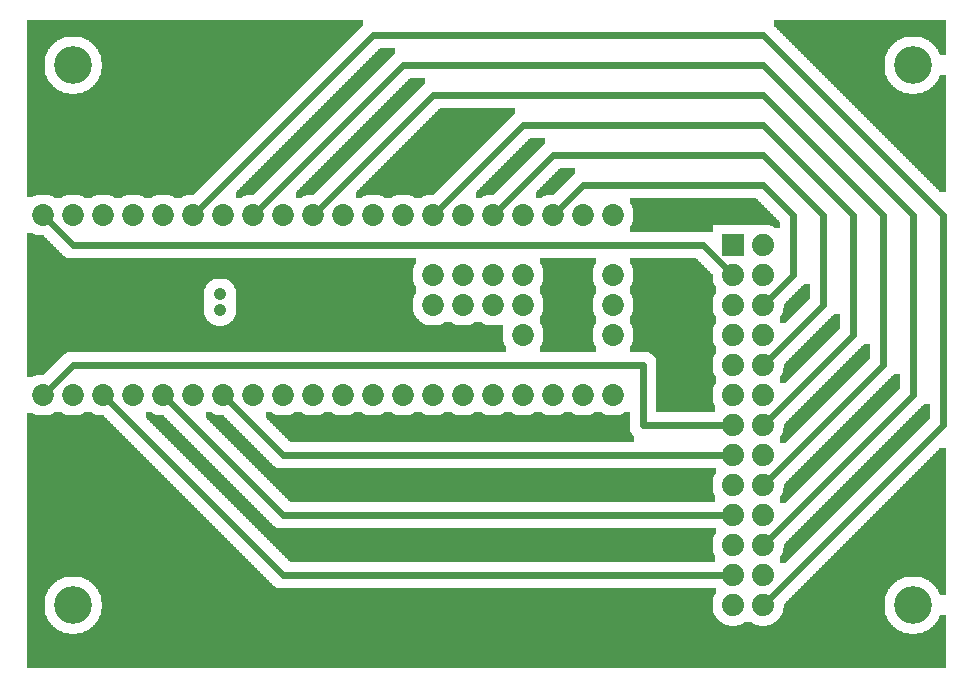
<source format=gbl>
G04 MADE WITH FRITZING*
G04 WWW.FRITZING.ORG*
G04 DOUBLE SIDED*
G04 HOLES PLATED*
G04 CONTOUR ON CENTER OF CONTOUR VECTOR*
%ASAXBY*%
%FSLAX23Y23*%
%MOIN*%
%OFA0B0*%
%SFA1.0B1.0*%
%ADD10C,0.075000*%
%ADD11C,0.072892*%
%ADD12C,0.042000*%
%ADD13C,0.074000*%
%ADD14C,0.125984*%
%ADD15R,0.074000X0.074000*%
%ADD16C,0.024000*%
%LNCOPPER0*%
G90*
G70*
G54D10*
X331Y2131D03*
X2706Y2078D03*
X1437Y1833D03*
X780Y1336D03*
X1820Y1332D03*
X2125Y1329D03*
X127Y801D03*
G54D11*
X98Y1550D03*
X1998Y1150D03*
X1398Y1250D03*
X1498Y1250D03*
X1598Y1250D03*
X1698Y1250D03*
X1398Y1350D03*
X1498Y1350D03*
X1598Y1350D03*
X1698Y1350D03*
X798Y1550D03*
X698Y1550D03*
X598Y1550D03*
X498Y1550D03*
X398Y1550D03*
X298Y1550D03*
X198Y1550D03*
X198Y950D03*
X1298Y950D03*
X1398Y950D03*
X1498Y950D03*
X1598Y950D03*
X1698Y950D03*
X1798Y950D03*
X1898Y950D03*
X1998Y950D03*
X298Y950D03*
X398Y950D03*
X498Y950D03*
X598Y950D03*
X698Y950D03*
X798Y950D03*
X898Y950D03*
X998Y950D03*
X1098Y950D03*
X1198Y950D03*
G54D12*
X688Y1286D03*
X688Y1234D03*
G54D11*
X998Y1550D03*
X898Y1550D03*
X1298Y1550D03*
X1398Y1550D03*
X1498Y1550D03*
X1598Y1550D03*
X1698Y1550D03*
X1798Y1550D03*
X1898Y1550D03*
X1998Y1550D03*
X98Y950D03*
X1998Y1250D03*
X1098Y1550D03*
X1198Y1550D03*
X1998Y1350D03*
X1698Y1150D03*
G54D13*
X2498Y1450D03*
X2498Y1350D03*
X2498Y1250D03*
X2498Y1150D03*
X2498Y1050D03*
X2498Y950D03*
X2498Y850D03*
X2498Y750D03*
X2498Y650D03*
X2498Y550D03*
X2498Y450D03*
X2498Y350D03*
X2498Y250D03*
X2398Y1450D03*
X2398Y1350D03*
X2398Y1250D03*
X2398Y1150D03*
X2398Y1050D03*
X2398Y950D03*
X2398Y850D03*
X2398Y750D03*
X2398Y650D03*
X2398Y550D03*
X2398Y450D03*
X2398Y350D03*
X2398Y250D03*
G54D14*
X2998Y2050D03*
X2998Y250D03*
X198Y2050D03*
X198Y250D03*
G54D15*
X2398Y1450D03*
G54D16*
X2498Y2150D02*
X3098Y1550D01*
D02*
X1198Y2150D02*
X2498Y2150D01*
D02*
X616Y1567D02*
X1198Y2150D01*
D02*
X3098Y1550D02*
X3098Y850D01*
D02*
X3098Y850D02*
X2516Y268D01*
D02*
X2298Y1450D02*
X2380Y1368D01*
D02*
X198Y1450D02*
X2298Y1450D01*
D02*
X116Y1532D02*
X198Y1450D01*
D02*
X2373Y750D02*
X898Y750D01*
D02*
X898Y750D02*
X716Y932D01*
D02*
X2373Y550D02*
X898Y550D01*
D02*
X898Y550D02*
X516Y932D01*
D02*
X898Y350D02*
X316Y932D01*
D02*
X2373Y350D02*
X898Y350D01*
D02*
X2498Y1650D02*
X2598Y1550D01*
D02*
X1898Y1650D02*
X2498Y1650D01*
D02*
X2598Y1550D02*
X2598Y1350D01*
D02*
X1816Y1567D02*
X1898Y1650D01*
D02*
X2598Y1350D02*
X2516Y1268D01*
D02*
X2698Y1250D02*
X2698Y1550D01*
D02*
X2498Y1750D02*
X1798Y1750D01*
D02*
X2698Y1550D02*
X2498Y1750D01*
D02*
X2516Y1068D02*
X2698Y1250D01*
D02*
X1798Y1750D02*
X1616Y1567D01*
D02*
X2498Y1850D02*
X2798Y1550D01*
D02*
X1698Y1850D02*
X2498Y1850D01*
D02*
X2798Y1550D02*
X2798Y1150D01*
D02*
X1416Y1567D02*
X1698Y1850D01*
D02*
X2798Y1150D02*
X2516Y868D01*
D02*
X2898Y1050D02*
X2516Y668D01*
D02*
X2898Y1550D02*
X2898Y1050D01*
D02*
X2498Y1950D02*
X2898Y1550D01*
D02*
X1398Y1950D02*
X2498Y1950D01*
D02*
X1016Y1567D02*
X1398Y1950D01*
D02*
X2998Y1550D02*
X2998Y950D01*
D02*
X2998Y950D02*
X2516Y468D01*
D02*
X2498Y2050D02*
X2998Y1550D01*
D02*
X1298Y2050D02*
X2498Y2050D01*
D02*
X816Y1567D02*
X1298Y2050D01*
D02*
X2098Y850D02*
X2098Y1050D01*
D02*
X2098Y1050D02*
X198Y1050D01*
D02*
X198Y1050D02*
X116Y967D01*
D02*
X2373Y850D02*
X2098Y850D01*
G36*
X44Y2200D02*
X44Y2144D01*
X220Y2144D01*
X220Y2142D01*
X228Y2142D01*
X228Y2140D01*
X234Y2140D01*
X234Y2138D01*
X238Y2138D01*
X238Y2136D01*
X242Y2136D01*
X242Y2134D01*
X246Y2134D01*
X246Y2132D01*
X250Y2132D01*
X250Y2130D01*
X252Y2130D01*
X252Y2128D01*
X256Y2128D01*
X256Y2126D01*
X258Y2126D01*
X258Y2124D01*
X260Y2124D01*
X260Y2122D01*
X262Y2122D01*
X262Y2120D01*
X264Y2120D01*
X264Y2118D01*
X266Y2118D01*
X266Y2116D01*
X268Y2116D01*
X268Y2114D01*
X270Y2114D01*
X270Y2112D01*
X272Y2112D01*
X272Y2110D01*
X274Y2110D01*
X274Y2108D01*
X276Y2108D01*
X276Y2104D01*
X278Y2104D01*
X278Y2102D01*
X280Y2102D01*
X280Y2098D01*
X282Y2098D01*
X282Y2094D01*
X284Y2094D01*
X284Y2090D01*
X286Y2090D01*
X286Y2086D01*
X288Y2086D01*
X288Y2082D01*
X290Y2082D01*
X290Y2074D01*
X292Y2074D01*
X292Y2060D01*
X294Y2060D01*
X294Y2038D01*
X292Y2038D01*
X292Y2026D01*
X290Y2026D01*
X290Y2018D01*
X288Y2018D01*
X288Y2012D01*
X286Y2012D01*
X286Y2008D01*
X284Y2008D01*
X284Y2004D01*
X282Y2004D01*
X282Y2000D01*
X280Y2000D01*
X280Y1998D01*
X278Y1998D01*
X278Y1994D01*
X276Y1994D01*
X276Y1992D01*
X274Y1992D01*
X274Y1990D01*
X272Y1990D01*
X272Y1988D01*
X270Y1988D01*
X270Y1984D01*
X268Y1984D01*
X268Y1982D01*
X266Y1982D01*
X266Y1980D01*
X264Y1980D01*
X264Y1978D01*
X262Y1978D01*
X262Y1976D01*
X258Y1976D01*
X258Y1974D01*
X256Y1974D01*
X256Y1972D01*
X254Y1972D01*
X254Y1970D01*
X250Y1970D01*
X250Y1968D01*
X248Y1968D01*
X248Y1966D01*
X244Y1966D01*
X244Y1964D01*
X240Y1964D01*
X240Y1962D01*
X236Y1962D01*
X236Y1960D01*
X230Y1960D01*
X230Y1958D01*
X224Y1958D01*
X224Y1956D01*
X212Y1956D01*
X212Y1954D01*
X938Y1954D01*
X938Y1956D01*
X940Y1956D01*
X940Y1958D01*
X942Y1958D01*
X942Y1960D01*
X944Y1960D01*
X944Y1962D01*
X946Y1962D01*
X946Y1964D01*
X948Y1964D01*
X948Y1966D01*
X950Y1966D01*
X950Y1968D01*
X952Y1968D01*
X952Y1970D01*
X954Y1970D01*
X954Y1972D01*
X956Y1972D01*
X956Y1974D01*
X958Y1974D01*
X958Y1976D01*
X960Y1976D01*
X960Y1978D01*
X962Y1978D01*
X962Y1980D01*
X964Y1980D01*
X964Y1982D01*
X966Y1982D01*
X966Y1984D01*
X968Y1984D01*
X968Y1986D01*
X970Y1986D01*
X970Y1988D01*
X972Y1988D01*
X972Y1990D01*
X974Y1990D01*
X974Y1992D01*
X976Y1992D01*
X976Y1994D01*
X978Y1994D01*
X978Y1996D01*
X980Y1996D01*
X980Y1998D01*
X982Y1998D01*
X982Y2000D01*
X984Y2000D01*
X984Y2002D01*
X986Y2002D01*
X986Y2004D01*
X988Y2004D01*
X988Y2006D01*
X990Y2006D01*
X990Y2008D01*
X992Y2008D01*
X992Y2010D01*
X994Y2010D01*
X994Y2012D01*
X996Y2012D01*
X996Y2014D01*
X998Y2014D01*
X998Y2016D01*
X1000Y2016D01*
X1000Y2018D01*
X1002Y2018D01*
X1002Y2020D01*
X1004Y2020D01*
X1004Y2022D01*
X1006Y2022D01*
X1006Y2024D01*
X1008Y2024D01*
X1008Y2026D01*
X1010Y2026D01*
X1010Y2028D01*
X1012Y2028D01*
X1012Y2030D01*
X1014Y2030D01*
X1014Y2032D01*
X1016Y2032D01*
X1016Y2034D01*
X1018Y2034D01*
X1018Y2036D01*
X1020Y2036D01*
X1020Y2038D01*
X1022Y2038D01*
X1022Y2040D01*
X1024Y2040D01*
X1024Y2042D01*
X1026Y2042D01*
X1026Y2044D01*
X1028Y2044D01*
X1028Y2046D01*
X1030Y2046D01*
X1030Y2048D01*
X1032Y2048D01*
X1032Y2050D01*
X1034Y2050D01*
X1034Y2052D01*
X1036Y2052D01*
X1036Y2054D01*
X1038Y2054D01*
X1038Y2056D01*
X1040Y2056D01*
X1040Y2058D01*
X1042Y2058D01*
X1042Y2060D01*
X1044Y2060D01*
X1044Y2062D01*
X1046Y2062D01*
X1046Y2064D01*
X1048Y2064D01*
X1048Y2066D01*
X1050Y2066D01*
X1050Y2068D01*
X1052Y2068D01*
X1052Y2070D01*
X1054Y2070D01*
X1054Y2072D01*
X1056Y2072D01*
X1056Y2074D01*
X1058Y2074D01*
X1058Y2076D01*
X1060Y2076D01*
X1060Y2078D01*
X1062Y2078D01*
X1062Y2080D01*
X1064Y2080D01*
X1064Y2082D01*
X1066Y2082D01*
X1066Y2084D01*
X1068Y2084D01*
X1068Y2086D01*
X1070Y2086D01*
X1070Y2088D01*
X1072Y2088D01*
X1072Y2090D01*
X1074Y2090D01*
X1074Y2092D01*
X1076Y2092D01*
X1076Y2094D01*
X1078Y2094D01*
X1078Y2096D01*
X1080Y2096D01*
X1080Y2098D01*
X1082Y2098D01*
X1082Y2100D01*
X1084Y2100D01*
X1084Y2102D01*
X1086Y2102D01*
X1086Y2104D01*
X1088Y2104D01*
X1088Y2106D01*
X1090Y2106D01*
X1090Y2108D01*
X1092Y2108D01*
X1092Y2110D01*
X1094Y2110D01*
X1094Y2112D01*
X1096Y2112D01*
X1096Y2114D01*
X1098Y2114D01*
X1098Y2116D01*
X1100Y2116D01*
X1100Y2118D01*
X1102Y2118D01*
X1102Y2120D01*
X1104Y2120D01*
X1104Y2122D01*
X1106Y2122D01*
X1106Y2124D01*
X1108Y2124D01*
X1108Y2126D01*
X1110Y2126D01*
X1110Y2128D01*
X1112Y2128D01*
X1112Y2130D01*
X1114Y2130D01*
X1114Y2132D01*
X1116Y2132D01*
X1116Y2134D01*
X1118Y2134D01*
X1118Y2136D01*
X1120Y2136D01*
X1120Y2138D01*
X1122Y2138D01*
X1122Y2140D01*
X1124Y2140D01*
X1124Y2142D01*
X1126Y2142D01*
X1126Y2144D01*
X1128Y2144D01*
X1128Y2146D01*
X1130Y2146D01*
X1130Y2148D01*
X1132Y2148D01*
X1132Y2150D01*
X1134Y2150D01*
X1134Y2152D01*
X1136Y2152D01*
X1136Y2154D01*
X1138Y2154D01*
X1138Y2156D01*
X1140Y2156D01*
X1140Y2158D01*
X1142Y2158D01*
X1142Y2160D01*
X1144Y2160D01*
X1144Y2162D01*
X1146Y2162D01*
X1146Y2164D01*
X1148Y2164D01*
X1148Y2166D01*
X1150Y2166D01*
X1150Y2168D01*
X1152Y2168D01*
X1152Y2170D01*
X1154Y2170D01*
X1154Y2172D01*
X1156Y2172D01*
X1156Y2174D01*
X1158Y2174D01*
X1158Y2176D01*
X1160Y2176D01*
X1160Y2178D01*
X1162Y2178D01*
X1162Y2180D01*
X1164Y2180D01*
X1164Y2200D01*
X44Y2200D01*
G37*
D02*
G36*
X44Y2144D02*
X44Y1954D01*
X184Y1954D01*
X184Y1956D01*
X172Y1956D01*
X172Y1958D01*
X166Y1958D01*
X166Y1960D01*
X160Y1960D01*
X160Y1962D01*
X156Y1962D01*
X156Y1964D01*
X152Y1964D01*
X152Y1966D01*
X148Y1966D01*
X148Y1968D01*
X146Y1968D01*
X146Y1970D01*
X142Y1970D01*
X142Y1972D01*
X140Y1972D01*
X140Y1974D01*
X138Y1974D01*
X138Y1976D01*
X136Y1976D01*
X136Y1978D01*
X132Y1978D01*
X132Y1980D01*
X130Y1980D01*
X130Y1982D01*
X128Y1982D01*
X128Y1986D01*
X126Y1986D01*
X126Y1988D01*
X124Y1988D01*
X124Y1990D01*
X122Y1990D01*
X122Y1992D01*
X120Y1992D01*
X120Y1994D01*
X118Y1994D01*
X118Y1998D01*
X116Y1998D01*
X116Y2002D01*
X114Y2002D01*
X114Y2004D01*
X112Y2004D01*
X112Y2008D01*
X110Y2008D01*
X110Y2014D01*
X108Y2014D01*
X108Y2018D01*
X106Y2018D01*
X106Y2026D01*
X104Y2026D01*
X104Y2074D01*
X106Y2074D01*
X106Y2080D01*
X108Y2080D01*
X108Y2086D01*
X110Y2086D01*
X110Y2090D01*
X112Y2090D01*
X112Y2094D01*
X114Y2094D01*
X114Y2098D01*
X116Y2098D01*
X116Y2102D01*
X118Y2102D01*
X118Y2104D01*
X120Y2104D01*
X120Y2106D01*
X122Y2106D01*
X122Y2110D01*
X124Y2110D01*
X124Y2112D01*
X126Y2112D01*
X126Y2114D01*
X128Y2114D01*
X128Y2116D01*
X130Y2116D01*
X130Y2118D01*
X132Y2118D01*
X132Y2120D01*
X134Y2120D01*
X134Y2122D01*
X136Y2122D01*
X136Y2124D01*
X138Y2124D01*
X138Y2126D01*
X142Y2126D01*
X142Y2128D01*
X144Y2128D01*
X144Y2130D01*
X146Y2130D01*
X146Y2132D01*
X150Y2132D01*
X150Y2134D01*
X154Y2134D01*
X154Y2136D01*
X158Y2136D01*
X158Y2138D01*
X162Y2138D01*
X162Y2140D01*
X168Y2140D01*
X168Y2142D01*
X176Y2142D01*
X176Y2144D01*
X44Y2144D01*
G37*
D02*
G36*
X44Y1954D02*
X44Y1952D01*
X936Y1952D01*
X936Y1954D01*
X44Y1954D01*
G37*
D02*
G36*
X44Y1954D02*
X44Y1952D01*
X936Y1952D01*
X936Y1954D01*
X44Y1954D01*
G37*
D02*
G36*
X44Y1952D02*
X44Y1618D01*
X514Y1618D01*
X514Y1616D01*
X522Y1616D01*
X522Y1614D01*
X526Y1614D01*
X526Y1612D01*
X530Y1612D01*
X530Y1610D01*
X534Y1610D01*
X534Y1608D01*
X536Y1608D01*
X536Y1606D01*
X560Y1606D01*
X560Y1608D01*
X562Y1608D01*
X562Y1610D01*
X566Y1610D01*
X566Y1612D01*
X570Y1612D01*
X570Y1614D01*
X574Y1614D01*
X574Y1616D01*
X582Y1616D01*
X582Y1618D01*
X602Y1618D01*
X602Y1620D01*
X604Y1620D01*
X604Y1622D01*
X606Y1622D01*
X606Y1624D01*
X608Y1624D01*
X608Y1626D01*
X610Y1626D01*
X610Y1628D01*
X612Y1628D01*
X612Y1630D01*
X614Y1630D01*
X614Y1632D01*
X616Y1632D01*
X616Y1634D01*
X618Y1634D01*
X618Y1636D01*
X620Y1636D01*
X620Y1638D01*
X622Y1638D01*
X622Y1640D01*
X624Y1640D01*
X624Y1642D01*
X626Y1642D01*
X626Y1644D01*
X628Y1644D01*
X628Y1646D01*
X630Y1646D01*
X630Y1648D01*
X632Y1648D01*
X632Y1650D01*
X634Y1650D01*
X634Y1652D01*
X636Y1652D01*
X636Y1654D01*
X638Y1654D01*
X638Y1656D01*
X640Y1656D01*
X640Y1658D01*
X642Y1658D01*
X642Y1660D01*
X644Y1660D01*
X644Y1662D01*
X646Y1662D01*
X646Y1664D01*
X648Y1664D01*
X648Y1666D01*
X650Y1666D01*
X650Y1668D01*
X652Y1668D01*
X652Y1670D01*
X654Y1670D01*
X654Y1672D01*
X656Y1672D01*
X656Y1674D01*
X658Y1674D01*
X658Y1676D01*
X660Y1676D01*
X660Y1678D01*
X662Y1678D01*
X662Y1680D01*
X664Y1680D01*
X664Y1682D01*
X666Y1682D01*
X666Y1684D01*
X668Y1684D01*
X668Y1686D01*
X670Y1686D01*
X670Y1688D01*
X672Y1688D01*
X672Y1690D01*
X674Y1690D01*
X674Y1692D01*
X676Y1692D01*
X676Y1694D01*
X678Y1694D01*
X678Y1696D01*
X680Y1696D01*
X680Y1698D01*
X682Y1698D01*
X682Y1700D01*
X684Y1700D01*
X684Y1702D01*
X686Y1702D01*
X686Y1704D01*
X688Y1704D01*
X688Y1706D01*
X690Y1706D01*
X690Y1708D01*
X692Y1708D01*
X692Y1710D01*
X694Y1710D01*
X694Y1712D01*
X696Y1712D01*
X696Y1714D01*
X698Y1714D01*
X698Y1716D01*
X700Y1716D01*
X700Y1718D01*
X702Y1718D01*
X702Y1720D01*
X704Y1720D01*
X704Y1722D01*
X706Y1722D01*
X706Y1724D01*
X708Y1724D01*
X708Y1726D01*
X710Y1726D01*
X710Y1728D01*
X712Y1728D01*
X712Y1730D01*
X714Y1730D01*
X714Y1732D01*
X716Y1732D01*
X716Y1734D01*
X718Y1734D01*
X718Y1736D01*
X720Y1736D01*
X720Y1738D01*
X722Y1738D01*
X722Y1740D01*
X724Y1740D01*
X724Y1742D01*
X726Y1742D01*
X726Y1744D01*
X728Y1744D01*
X728Y1746D01*
X730Y1746D01*
X730Y1748D01*
X732Y1748D01*
X732Y1750D01*
X734Y1750D01*
X734Y1752D01*
X736Y1752D01*
X736Y1754D01*
X738Y1754D01*
X738Y1756D01*
X740Y1756D01*
X740Y1758D01*
X742Y1758D01*
X742Y1760D01*
X744Y1760D01*
X744Y1762D01*
X746Y1762D01*
X746Y1764D01*
X748Y1764D01*
X748Y1766D01*
X750Y1766D01*
X750Y1768D01*
X752Y1768D01*
X752Y1770D01*
X754Y1770D01*
X754Y1772D01*
X756Y1772D01*
X756Y1774D01*
X758Y1774D01*
X758Y1776D01*
X760Y1776D01*
X760Y1778D01*
X762Y1778D01*
X762Y1780D01*
X764Y1780D01*
X764Y1782D01*
X766Y1782D01*
X766Y1784D01*
X768Y1784D01*
X768Y1786D01*
X770Y1786D01*
X770Y1788D01*
X772Y1788D01*
X772Y1790D01*
X774Y1790D01*
X774Y1792D01*
X776Y1792D01*
X776Y1794D01*
X778Y1794D01*
X778Y1796D01*
X780Y1796D01*
X780Y1798D01*
X782Y1798D01*
X782Y1800D01*
X784Y1800D01*
X784Y1802D01*
X786Y1802D01*
X786Y1804D01*
X788Y1804D01*
X788Y1806D01*
X790Y1806D01*
X790Y1808D01*
X792Y1808D01*
X792Y1810D01*
X794Y1810D01*
X794Y1812D01*
X796Y1812D01*
X796Y1814D01*
X798Y1814D01*
X798Y1816D01*
X800Y1816D01*
X800Y1818D01*
X802Y1818D01*
X802Y1820D01*
X804Y1820D01*
X804Y1822D01*
X806Y1822D01*
X806Y1824D01*
X808Y1824D01*
X808Y1826D01*
X810Y1826D01*
X810Y1828D01*
X812Y1828D01*
X812Y1830D01*
X814Y1830D01*
X814Y1832D01*
X816Y1832D01*
X816Y1834D01*
X818Y1834D01*
X818Y1836D01*
X820Y1836D01*
X820Y1838D01*
X822Y1838D01*
X822Y1840D01*
X824Y1840D01*
X824Y1842D01*
X826Y1842D01*
X826Y1844D01*
X828Y1844D01*
X828Y1846D01*
X830Y1846D01*
X830Y1848D01*
X832Y1848D01*
X832Y1850D01*
X834Y1850D01*
X834Y1852D01*
X836Y1852D01*
X836Y1854D01*
X838Y1854D01*
X838Y1856D01*
X840Y1856D01*
X840Y1858D01*
X842Y1858D01*
X842Y1860D01*
X844Y1860D01*
X844Y1862D01*
X846Y1862D01*
X846Y1864D01*
X848Y1864D01*
X848Y1866D01*
X850Y1866D01*
X850Y1868D01*
X852Y1868D01*
X852Y1870D01*
X854Y1870D01*
X854Y1872D01*
X856Y1872D01*
X856Y1874D01*
X858Y1874D01*
X858Y1876D01*
X860Y1876D01*
X860Y1878D01*
X862Y1878D01*
X862Y1880D01*
X864Y1880D01*
X864Y1882D01*
X866Y1882D01*
X866Y1884D01*
X868Y1884D01*
X868Y1886D01*
X870Y1886D01*
X870Y1888D01*
X872Y1888D01*
X872Y1890D01*
X874Y1890D01*
X874Y1892D01*
X876Y1892D01*
X876Y1894D01*
X878Y1894D01*
X878Y1896D01*
X880Y1896D01*
X880Y1898D01*
X882Y1898D01*
X882Y1900D01*
X884Y1900D01*
X884Y1902D01*
X886Y1902D01*
X886Y1904D01*
X888Y1904D01*
X888Y1906D01*
X890Y1906D01*
X890Y1908D01*
X892Y1908D01*
X892Y1910D01*
X894Y1910D01*
X894Y1912D01*
X896Y1912D01*
X896Y1914D01*
X898Y1914D01*
X898Y1916D01*
X900Y1916D01*
X900Y1918D01*
X902Y1918D01*
X902Y1920D01*
X904Y1920D01*
X904Y1922D01*
X906Y1922D01*
X906Y1924D01*
X908Y1924D01*
X908Y1926D01*
X910Y1926D01*
X910Y1928D01*
X912Y1928D01*
X912Y1930D01*
X914Y1930D01*
X914Y1932D01*
X916Y1932D01*
X916Y1934D01*
X918Y1934D01*
X918Y1936D01*
X920Y1936D01*
X920Y1938D01*
X922Y1938D01*
X922Y1940D01*
X924Y1940D01*
X924Y1942D01*
X926Y1942D01*
X926Y1944D01*
X928Y1944D01*
X928Y1946D01*
X930Y1946D01*
X930Y1948D01*
X932Y1948D01*
X932Y1950D01*
X934Y1950D01*
X934Y1952D01*
X44Y1952D01*
G37*
D02*
G36*
X44Y1618D02*
X44Y1610D01*
X66Y1610D01*
X66Y1612D01*
X70Y1612D01*
X70Y1614D01*
X74Y1614D01*
X74Y1616D01*
X82Y1616D01*
X82Y1618D01*
X44Y1618D01*
G37*
D02*
G36*
X114Y1618D02*
X114Y1616D01*
X122Y1616D01*
X122Y1614D01*
X126Y1614D01*
X126Y1612D01*
X130Y1612D01*
X130Y1610D01*
X134Y1610D01*
X134Y1608D01*
X136Y1608D01*
X136Y1606D01*
X160Y1606D01*
X160Y1608D01*
X162Y1608D01*
X162Y1610D01*
X166Y1610D01*
X166Y1612D01*
X170Y1612D01*
X170Y1614D01*
X174Y1614D01*
X174Y1616D01*
X182Y1616D01*
X182Y1618D01*
X114Y1618D01*
G37*
D02*
G36*
X214Y1618D02*
X214Y1616D01*
X222Y1616D01*
X222Y1614D01*
X226Y1614D01*
X226Y1612D01*
X230Y1612D01*
X230Y1610D01*
X234Y1610D01*
X234Y1608D01*
X236Y1608D01*
X236Y1606D01*
X260Y1606D01*
X260Y1608D01*
X262Y1608D01*
X262Y1610D01*
X266Y1610D01*
X266Y1612D01*
X270Y1612D01*
X270Y1614D01*
X274Y1614D01*
X274Y1616D01*
X282Y1616D01*
X282Y1618D01*
X214Y1618D01*
G37*
D02*
G36*
X314Y1618D02*
X314Y1616D01*
X322Y1616D01*
X322Y1614D01*
X326Y1614D01*
X326Y1612D01*
X330Y1612D01*
X330Y1610D01*
X334Y1610D01*
X334Y1608D01*
X336Y1608D01*
X336Y1606D01*
X360Y1606D01*
X360Y1608D01*
X362Y1608D01*
X362Y1610D01*
X366Y1610D01*
X366Y1612D01*
X370Y1612D01*
X370Y1614D01*
X374Y1614D01*
X374Y1616D01*
X382Y1616D01*
X382Y1618D01*
X314Y1618D01*
G37*
D02*
G36*
X414Y1618D02*
X414Y1616D01*
X422Y1616D01*
X422Y1614D01*
X426Y1614D01*
X426Y1612D01*
X430Y1612D01*
X430Y1610D01*
X434Y1610D01*
X434Y1608D01*
X436Y1608D01*
X436Y1606D01*
X460Y1606D01*
X460Y1608D01*
X462Y1608D01*
X462Y1610D01*
X466Y1610D01*
X466Y1612D01*
X470Y1612D01*
X470Y1614D01*
X474Y1614D01*
X474Y1616D01*
X482Y1616D01*
X482Y1618D01*
X414Y1618D01*
G37*
D02*
G36*
X2534Y2200D02*
X2534Y2180D01*
X2536Y2180D01*
X2536Y2178D01*
X2538Y2178D01*
X2538Y2176D01*
X2540Y2176D01*
X2540Y2174D01*
X2542Y2174D01*
X2542Y2172D01*
X2544Y2172D01*
X2544Y2170D01*
X2546Y2170D01*
X2546Y2168D01*
X2548Y2168D01*
X2548Y2166D01*
X2550Y2166D01*
X2550Y2164D01*
X2552Y2164D01*
X2552Y2162D01*
X2554Y2162D01*
X2554Y2160D01*
X2556Y2160D01*
X2556Y2158D01*
X2558Y2158D01*
X2558Y2156D01*
X2560Y2156D01*
X2560Y2154D01*
X2562Y2154D01*
X2562Y2152D01*
X2564Y2152D01*
X2564Y2150D01*
X2566Y2150D01*
X2566Y2148D01*
X2568Y2148D01*
X2568Y2146D01*
X2570Y2146D01*
X2570Y2144D01*
X3020Y2144D01*
X3020Y2142D01*
X3028Y2142D01*
X3028Y2140D01*
X3034Y2140D01*
X3034Y2138D01*
X3038Y2138D01*
X3038Y2136D01*
X3042Y2136D01*
X3042Y2134D01*
X3046Y2134D01*
X3046Y2132D01*
X3050Y2132D01*
X3050Y2130D01*
X3052Y2130D01*
X3052Y2128D01*
X3056Y2128D01*
X3056Y2126D01*
X3058Y2126D01*
X3058Y2124D01*
X3060Y2124D01*
X3060Y2122D01*
X3062Y2122D01*
X3062Y2120D01*
X3064Y2120D01*
X3064Y2118D01*
X3066Y2118D01*
X3066Y2116D01*
X3068Y2116D01*
X3068Y2114D01*
X3070Y2114D01*
X3070Y2112D01*
X3072Y2112D01*
X3072Y2110D01*
X3074Y2110D01*
X3074Y2108D01*
X3076Y2108D01*
X3076Y2104D01*
X3078Y2104D01*
X3078Y2102D01*
X3080Y2102D01*
X3080Y2098D01*
X3082Y2098D01*
X3082Y2094D01*
X3084Y2094D01*
X3084Y2090D01*
X3086Y2090D01*
X3086Y2086D01*
X3088Y2086D01*
X3088Y2082D01*
X3108Y2082D01*
X3108Y2200D01*
X2534Y2200D01*
G37*
D02*
G36*
X2572Y2144D02*
X2572Y2142D01*
X2574Y2142D01*
X2574Y2140D01*
X2576Y2140D01*
X2576Y2138D01*
X2578Y2138D01*
X2578Y2136D01*
X2580Y2136D01*
X2580Y2134D01*
X2582Y2134D01*
X2582Y2132D01*
X2584Y2132D01*
X2584Y2130D01*
X2586Y2130D01*
X2586Y2128D01*
X2588Y2128D01*
X2588Y2126D01*
X2590Y2126D01*
X2590Y2124D01*
X2592Y2124D01*
X2592Y2122D01*
X2594Y2122D01*
X2594Y2120D01*
X2596Y2120D01*
X2596Y2118D01*
X2598Y2118D01*
X2598Y2116D01*
X2600Y2116D01*
X2600Y2114D01*
X2602Y2114D01*
X2602Y2112D01*
X2604Y2112D01*
X2604Y2110D01*
X2606Y2110D01*
X2606Y2108D01*
X2608Y2108D01*
X2608Y2106D01*
X2610Y2106D01*
X2610Y2104D01*
X2612Y2104D01*
X2612Y2102D01*
X2614Y2102D01*
X2614Y2100D01*
X2616Y2100D01*
X2616Y2098D01*
X2618Y2098D01*
X2618Y2096D01*
X2620Y2096D01*
X2620Y2094D01*
X2622Y2094D01*
X2622Y2092D01*
X2624Y2092D01*
X2624Y2090D01*
X2626Y2090D01*
X2626Y2088D01*
X2628Y2088D01*
X2628Y2086D01*
X2630Y2086D01*
X2630Y2084D01*
X2632Y2084D01*
X2632Y2082D01*
X2634Y2082D01*
X2634Y2080D01*
X2636Y2080D01*
X2636Y2078D01*
X2638Y2078D01*
X2638Y2076D01*
X2640Y2076D01*
X2640Y2074D01*
X2642Y2074D01*
X2642Y2072D01*
X2644Y2072D01*
X2644Y2070D01*
X2646Y2070D01*
X2646Y2068D01*
X2648Y2068D01*
X2648Y2066D01*
X2650Y2066D01*
X2650Y2064D01*
X2652Y2064D01*
X2652Y2062D01*
X2654Y2062D01*
X2654Y2060D01*
X2656Y2060D01*
X2656Y2058D01*
X2658Y2058D01*
X2658Y2056D01*
X2660Y2056D01*
X2660Y2054D01*
X2662Y2054D01*
X2662Y2052D01*
X2664Y2052D01*
X2664Y2050D01*
X2666Y2050D01*
X2666Y2048D01*
X2668Y2048D01*
X2668Y2046D01*
X2670Y2046D01*
X2670Y2044D01*
X2672Y2044D01*
X2672Y2042D01*
X2674Y2042D01*
X2674Y2040D01*
X2676Y2040D01*
X2676Y2038D01*
X2678Y2038D01*
X2678Y2036D01*
X2680Y2036D01*
X2680Y2034D01*
X2682Y2034D01*
X2682Y2032D01*
X2684Y2032D01*
X2684Y2030D01*
X2686Y2030D01*
X2686Y2028D01*
X2688Y2028D01*
X2688Y2026D01*
X2690Y2026D01*
X2690Y2024D01*
X2692Y2024D01*
X2692Y2022D01*
X2694Y2022D01*
X2694Y2020D01*
X2696Y2020D01*
X2696Y2018D01*
X2698Y2018D01*
X2698Y2016D01*
X2700Y2016D01*
X2700Y2014D01*
X2702Y2014D01*
X2702Y2012D01*
X2704Y2012D01*
X2704Y2010D01*
X2706Y2010D01*
X2706Y2008D01*
X2708Y2008D01*
X2708Y2006D01*
X2710Y2006D01*
X2710Y2004D01*
X2712Y2004D01*
X2712Y2002D01*
X2714Y2002D01*
X2714Y2000D01*
X2716Y2000D01*
X2716Y1998D01*
X2718Y1998D01*
X2718Y1996D01*
X2720Y1996D01*
X2720Y1994D01*
X2722Y1994D01*
X2722Y1992D01*
X2724Y1992D01*
X2724Y1990D01*
X2726Y1990D01*
X2726Y1988D01*
X2728Y1988D01*
X2728Y1986D01*
X2730Y1986D01*
X2730Y1984D01*
X2732Y1984D01*
X2732Y1982D01*
X2734Y1982D01*
X2734Y1980D01*
X2736Y1980D01*
X2736Y1978D01*
X2738Y1978D01*
X2738Y1976D01*
X2740Y1976D01*
X2740Y1974D01*
X2742Y1974D01*
X2742Y1972D01*
X2744Y1972D01*
X2744Y1970D01*
X2746Y1970D01*
X2746Y1968D01*
X2748Y1968D01*
X2748Y1966D01*
X2750Y1966D01*
X2750Y1964D01*
X2752Y1964D01*
X2752Y1962D01*
X2754Y1962D01*
X2754Y1960D01*
X2756Y1960D01*
X2756Y1958D01*
X2758Y1958D01*
X2758Y1956D01*
X2760Y1956D01*
X2760Y1954D01*
X2984Y1954D01*
X2984Y1956D01*
X2972Y1956D01*
X2972Y1958D01*
X2966Y1958D01*
X2966Y1960D01*
X2960Y1960D01*
X2960Y1962D01*
X2956Y1962D01*
X2956Y1964D01*
X2952Y1964D01*
X2952Y1966D01*
X2948Y1966D01*
X2948Y1968D01*
X2946Y1968D01*
X2946Y1970D01*
X2942Y1970D01*
X2942Y1972D01*
X2940Y1972D01*
X2940Y1974D01*
X2938Y1974D01*
X2938Y1976D01*
X2936Y1976D01*
X2936Y1978D01*
X2932Y1978D01*
X2932Y1980D01*
X2930Y1980D01*
X2930Y1982D01*
X2928Y1982D01*
X2928Y1984D01*
X2926Y1984D01*
X2926Y1988D01*
X2924Y1988D01*
X2924Y1990D01*
X2922Y1990D01*
X2922Y1992D01*
X2920Y1992D01*
X2920Y1994D01*
X2918Y1994D01*
X2918Y1998D01*
X2916Y1998D01*
X2916Y2002D01*
X2914Y2002D01*
X2914Y2004D01*
X2912Y2004D01*
X2912Y2008D01*
X2910Y2008D01*
X2910Y2014D01*
X2908Y2014D01*
X2908Y2018D01*
X2906Y2018D01*
X2906Y2026D01*
X2904Y2026D01*
X2904Y2074D01*
X2906Y2074D01*
X2906Y2080D01*
X2908Y2080D01*
X2908Y2086D01*
X2910Y2086D01*
X2910Y2090D01*
X2912Y2090D01*
X2912Y2094D01*
X2914Y2094D01*
X2914Y2098D01*
X2916Y2098D01*
X2916Y2102D01*
X2918Y2102D01*
X2918Y2104D01*
X2920Y2104D01*
X2920Y2106D01*
X2922Y2106D01*
X2922Y2110D01*
X2924Y2110D01*
X2924Y2112D01*
X2926Y2112D01*
X2926Y2114D01*
X2928Y2114D01*
X2928Y2116D01*
X2930Y2116D01*
X2930Y2118D01*
X2932Y2118D01*
X2932Y2120D01*
X2934Y2120D01*
X2934Y2122D01*
X2936Y2122D01*
X2936Y2124D01*
X2938Y2124D01*
X2938Y2126D01*
X2942Y2126D01*
X2942Y2128D01*
X2944Y2128D01*
X2944Y2130D01*
X2946Y2130D01*
X2946Y2132D01*
X2950Y2132D01*
X2950Y2134D01*
X2954Y2134D01*
X2954Y2136D01*
X2958Y2136D01*
X2958Y2138D01*
X2962Y2138D01*
X2962Y2140D01*
X2968Y2140D01*
X2968Y2142D01*
X2976Y2142D01*
X2976Y2144D01*
X2572Y2144D01*
G37*
D02*
G36*
X3088Y2018D02*
X3088Y2012D01*
X3086Y2012D01*
X3086Y2008D01*
X3084Y2008D01*
X3084Y2004D01*
X3082Y2004D01*
X3082Y2000D01*
X3080Y2000D01*
X3080Y1998D01*
X3078Y1998D01*
X3078Y1994D01*
X3076Y1994D01*
X3076Y1992D01*
X3074Y1992D01*
X3074Y1990D01*
X3072Y1990D01*
X3072Y1986D01*
X3070Y1986D01*
X3070Y1984D01*
X3068Y1984D01*
X3068Y1982D01*
X3066Y1982D01*
X3066Y1980D01*
X3064Y1980D01*
X3064Y1978D01*
X3062Y1978D01*
X3062Y1976D01*
X3058Y1976D01*
X3058Y1974D01*
X3056Y1974D01*
X3056Y1972D01*
X3054Y1972D01*
X3054Y1970D01*
X3050Y1970D01*
X3050Y1968D01*
X3048Y1968D01*
X3048Y1966D01*
X3044Y1966D01*
X3044Y1964D01*
X3040Y1964D01*
X3040Y1962D01*
X3036Y1962D01*
X3036Y1960D01*
X3030Y1960D01*
X3030Y1958D01*
X3024Y1958D01*
X3024Y1956D01*
X3012Y1956D01*
X3012Y1954D01*
X3108Y1954D01*
X3108Y2018D01*
X3088Y2018D01*
G37*
D02*
G36*
X2762Y1954D02*
X2762Y1952D01*
X3108Y1952D01*
X3108Y1954D01*
X2762Y1954D01*
G37*
D02*
G36*
X2762Y1954D02*
X2762Y1952D01*
X3108Y1952D01*
X3108Y1954D01*
X2762Y1954D01*
G37*
D02*
G36*
X2764Y1952D02*
X2764Y1950D01*
X2766Y1950D01*
X2766Y1948D01*
X2768Y1948D01*
X2768Y1946D01*
X2770Y1946D01*
X2770Y1944D01*
X2772Y1944D01*
X2772Y1942D01*
X2774Y1942D01*
X2774Y1940D01*
X2776Y1940D01*
X2776Y1938D01*
X2778Y1938D01*
X2778Y1936D01*
X2780Y1936D01*
X2780Y1934D01*
X2782Y1934D01*
X2782Y1932D01*
X2784Y1932D01*
X2784Y1930D01*
X2786Y1930D01*
X2786Y1928D01*
X2788Y1928D01*
X2788Y1926D01*
X2790Y1926D01*
X2790Y1924D01*
X2792Y1924D01*
X2792Y1922D01*
X2794Y1922D01*
X2794Y1920D01*
X2796Y1920D01*
X2796Y1918D01*
X2798Y1918D01*
X2798Y1916D01*
X2800Y1916D01*
X2800Y1914D01*
X2802Y1914D01*
X2802Y1912D01*
X2804Y1912D01*
X2804Y1910D01*
X2806Y1910D01*
X2806Y1908D01*
X2808Y1908D01*
X2808Y1906D01*
X2810Y1906D01*
X2810Y1904D01*
X2812Y1904D01*
X2812Y1902D01*
X2814Y1902D01*
X2814Y1900D01*
X2816Y1900D01*
X2816Y1898D01*
X2818Y1898D01*
X2818Y1896D01*
X2820Y1896D01*
X2820Y1894D01*
X2822Y1894D01*
X2822Y1892D01*
X2824Y1892D01*
X2824Y1890D01*
X2826Y1890D01*
X2826Y1888D01*
X2828Y1888D01*
X2828Y1886D01*
X2830Y1886D01*
X2830Y1884D01*
X2832Y1884D01*
X2832Y1882D01*
X2834Y1882D01*
X2834Y1880D01*
X2836Y1880D01*
X2836Y1878D01*
X2838Y1878D01*
X2838Y1876D01*
X2840Y1876D01*
X2840Y1874D01*
X2842Y1874D01*
X2842Y1872D01*
X2844Y1872D01*
X2844Y1870D01*
X2846Y1870D01*
X2846Y1868D01*
X2848Y1868D01*
X2848Y1866D01*
X2850Y1866D01*
X2850Y1864D01*
X2852Y1864D01*
X2852Y1862D01*
X2854Y1862D01*
X2854Y1860D01*
X2856Y1860D01*
X2856Y1858D01*
X2858Y1858D01*
X2858Y1856D01*
X2860Y1856D01*
X2860Y1854D01*
X2862Y1854D01*
X2862Y1852D01*
X2864Y1852D01*
X2864Y1850D01*
X2866Y1850D01*
X2866Y1848D01*
X2868Y1848D01*
X2868Y1846D01*
X2870Y1846D01*
X2870Y1844D01*
X2872Y1844D01*
X2872Y1842D01*
X2874Y1842D01*
X2874Y1840D01*
X2876Y1840D01*
X2876Y1838D01*
X2878Y1838D01*
X2878Y1836D01*
X2880Y1836D01*
X2880Y1834D01*
X2882Y1834D01*
X2882Y1832D01*
X2884Y1832D01*
X2884Y1830D01*
X2886Y1830D01*
X2886Y1828D01*
X2888Y1828D01*
X2888Y1826D01*
X2890Y1826D01*
X2890Y1824D01*
X2892Y1824D01*
X2892Y1822D01*
X2894Y1822D01*
X2894Y1820D01*
X2896Y1820D01*
X2896Y1818D01*
X2898Y1818D01*
X2898Y1816D01*
X2900Y1816D01*
X2900Y1814D01*
X2902Y1814D01*
X2902Y1812D01*
X2904Y1812D01*
X2904Y1810D01*
X2906Y1810D01*
X2906Y1808D01*
X2908Y1808D01*
X2908Y1806D01*
X2910Y1806D01*
X2910Y1804D01*
X2912Y1804D01*
X2912Y1802D01*
X2914Y1802D01*
X2914Y1800D01*
X2916Y1800D01*
X2916Y1798D01*
X2918Y1798D01*
X2918Y1796D01*
X2920Y1796D01*
X2920Y1794D01*
X2922Y1794D01*
X2922Y1792D01*
X2924Y1792D01*
X2924Y1790D01*
X2926Y1790D01*
X2926Y1788D01*
X2928Y1788D01*
X2928Y1786D01*
X2930Y1786D01*
X2930Y1784D01*
X2932Y1784D01*
X2932Y1782D01*
X2934Y1782D01*
X2934Y1780D01*
X2936Y1780D01*
X2936Y1778D01*
X2938Y1778D01*
X2938Y1776D01*
X2940Y1776D01*
X2940Y1774D01*
X2942Y1774D01*
X2942Y1772D01*
X2944Y1772D01*
X2944Y1770D01*
X2946Y1770D01*
X2946Y1768D01*
X2948Y1768D01*
X2948Y1766D01*
X2950Y1766D01*
X2950Y1764D01*
X2952Y1764D01*
X2952Y1762D01*
X2954Y1762D01*
X2954Y1760D01*
X2956Y1760D01*
X2956Y1758D01*
X2958Y1758D01*
X2958Y1756D01*
X2960Y1756D01*
X2960Y1754D01*
X2962Y1754D01*
X2962Y1752D01*
X2964Y1752D01*
X2964Y1750D01*
X2966Y1750D01*
X2966Y1748D01*
X2968Y1748D01*
X2968Y1746D01*
X2970Y1746D01*
X2970Y1744D01*
X2972Y1744D01*
X2972Y1742D01*
X2974Y1742D01*
X2974Y1740D01*
X2976Y1740D01*
X2976Y1738D01*
X2978Y1738D01*
X2978Y1736D01*
X2980Y1736D01*
X2980Y1734D01*
X2982Y1734D01*
X2982Y1732D01*
X2984Y1732D01*
X2984Y1730D01*
X2986Y1730D01*
X2986Y1728D01*
X2988Y1728D01*
X2988Y1726D01*
X2990Y1726D01*
X2990Y1724D01*
X2992Y1724D01*
X2992Y1722D01*
X2994Y1722D01*
X2994Y1720D01*
X2996Y1720D01*
X2996Y1718D01*
X2998Y1718D01*
X2998Y1716D01*
X3000Y1716D01*
X3000Y1714D01*
X3002Y1714D01*
X3002Y1712D01*
X3004Y1712D01*
X3004Y1710D01*
X3006Y1710D01*
X3006Y1708D01*
X3008Y1708D01*
X3008Y1706D01*
X3010Y1706D01*
X3010Y1704D01*
X3012Y1704D01*
X3012Y1702D01*
X3014Y1702D01*
X3014Y1700D01*
X3016Y1700D01*
X3016Y1698D01*
X3018Y1698D01*
X3018Y1696D01*
X3020Y1696D01*
X3020Y1694D01*
X3022Y1694D01*
X3022Y1692D01*
X3024Y1692D01*
X3024Y1690D01*
X3026Y1690D01*
X3026Y1688D01*
X3028Y1688D01*
X3028Y1686D01*
X3030Y1686D01*
X3030Y1684D01*
X3032Y1684D01*
X3032Y1682D01*
X3034Y1682D01*
X3034Y1680D01*
X3036Y1680D01*
X3036Y1678D01*
X3038Y1678D01*
X3038Y1676D01*
X3040Y1676D01*
X3040Y1674D01*
X3042Y1674D01*
X3042Y1672D01*
X3044Y1672D01*
X3044Y1670D01*
X3046Y1670D01*
X3046Y1668D01*
X3048Y1668D01*
X3048Y1666D01*
X3050Y1666D01*
X3050Y1664D01*
X3052Y1664D01*
X3052Y1662D01*
X3054Y1662D01*
X3054Y1660D01*
X3056Y1660D01*
X3056Y1658D01*
X3058Y1658D01*
X3058Y1656D01*
X3060Y1656D01*
X3060Y1654D01*
X3062Y1654D01*
X3062Y1652D01*
X3064Y1652D01*
X3064Y1650D01*
X3066Y1650D01*
X3066Y1648D01*
X3068Y1648D01*
X3068Y1646D01*
X3070Y1646D01*
X3070Y1644D01*
X3072Y1644D01*
X3072Y1642D01*
X3074Y1642D01*
X3074Y1640D01*
X3076Y1640D01*
X3076Y1638D01*
X3078Y1638D01*
X3078Y1636D01*
X3080Y1636D01*
X3080Y1634D01*
X3082Y1634D01*
X3082Y1632D01*
X3084Y1632D01*
X3084Y1630D01*
X3086Y1630D01*
X3086Y1628D01*
X3088Y1628D01*
X3088Y1626D01*
X3108Y1626D01*
X3108Y1952D01*
X2764Y1952D01*
G37*
D02*
G36*
X1220Y2106D02*
X1220Y2104D01*
X1218Y2104D01*
X1218Y2102D01*
X1216Y2102D01*
X1216Y2100D01*
X1214Y2100D01*
X1214Y2098D01*
X1212Y2098D01*
X1212Y2096D01*
X1210Y2096D01*
X1210Y2094D01*
X1208Y2094D01*
X1208Y2092D01*
X1206Y2092D01*
X1206Y2090D01*
X1204Y2090D01*
X1204Y2088D01*
X1202Y2088D01*
X1202Y2086D01*
X1200Y2086D01*
X1200Y2084D01*
X1198Y2084D01*
X1198Y2082D01*
X1196Y2082D01*
X1196Y2080D01*
X1194Y2080D01*
X1194Y2078D01*
X1192Y2078D01*
X1192Y2076D01*
X1190Y2076D01*
X1190Y2074D01*
X1188Y2074D01*
X1188Y2072D01*
X1186Y2072D01*
X1186Y2070D01*
X1184Y2070D01*
X1184Y2068D01*
X1182Y2068D01*
X1182Y2066D01*
X1180Y2066D01*
X1180Y2064D01*
X1178Y2064D01*
X1178Y2062D01*
X1176Y2062D01*
X1176Y2060D01*
X1174Y2060D01*
X1174Y2058D01*
X1172Y2058D01*
X1172Y2056D01*
X1170Y2056D01*
X1170Y2054D01*
X1168Y2054D01*
X1168Y2052D01*
X1166Y2052D01*
X1166Y2050D01*
X1164Y2050D01*
X1164Y2048D01*
X1162Y2048D01*
X1162Y2046D01*
X1160Y2046D01*
X1160Y2044D01*
X1158Y2044D01*
X1158Y2042D01*
X1156Y2042D01*
X1156Y2040D01*
X1154Y2040D01*
X1154Y2038D01*
X1152Y2038D01*
X1152Y2036D01*
X1150Y2036D01*
X1150Y2034D01*
X1148Y2034D01*
X1148Y2032D01*
X1146Y2032D01*
X1146Y2030D01*
X1144Y2030D01*
X1144Y2028D01*
X1142Y2028D01*
X1142Y2026D01*
X1140Y2026D01*
X1140Y2024D01*
X1138Y2024D01*
X1138Y2022D01*
X1136Y2022D01*
X1136Y2020D01*
X1134Y2020D01*
X1134Y2018D01*
X1132Y2018D01*
X1132Y2016D01*
X1130Y2016D01*
X1130Y2014D01*
X1128Y2014D01*
X1128Y2012D01*
X1126Y2012D01*
X1126Y2010D01*
X1124Y2010D01*
X1124Y2008D01*
X1122Y2008D01*
X1122Y2006D01*
X1120Y2006D01*
X1120Y2004D01*
X1118Y2004D01*
X1118Y2002D01*
X1116Y2002D01*
X1116Y2000D01*
X1114Y2000D01*
X1114Y1998D01*
X1112Y1998D01*
X1112Y1996D01*
X1110Y1996D01*
X1110Y1994D01*
X1108Y1994D01*
X1108Y1992D01*
X1106Y1992D01*
X1106Y1990D01*
X1104Y1990D01*
X1104Y1988D01*
X1102Y1988D01*
X1102Y1986D01*
X1100Y1986D01*
X1100Y1984D01*
X1098Y1984D01*
X1098Y1982D01*
X1096Y1982D01*
X1096Y1980D01*
X1094Y1980D01*
X1094Y1978D01*
X1092Y1978D01*
X1092Y1976D01*
X1090Y1976D01*
X1090Y1974D01*
X1088Y1974D01*
X1088Y1972D01*
X1086Y1972D01*
X1086Y1970D01*
X1084Y1970D01*
X1084Y1968D01*
X1082Y1968D01*
X1082Y1966D01*
X1080Y1966D01*
X1080Y1964D01*
X1078Y1964D01*
X1078Y1962D01*
X1076Y1962D01*
X1076Y1960D01*
X1074Y1960D01*
X1074Y1958D01*
X1072Y1958D01*
X1072Y1956D01*
X1070Y1956D01*
X1070Y1954D01*
X1068Y1954D01*
X1068Y1952D01*
X1066Y1952D01*
X1066Y1950D01*
X1064Y1950D01*
X1064Y1948D01*
X1062Y1948D01*
X1062Y1946D01*
X1060Y1946D01*
X1060Y1944D01*
X1058Y1944D01*
X1058Y1942D01*
X1056Y1942D01*
X1056Y1940D01*
X1054Y1940D01*
X1054Y1938D01*
X1052Y1938D01*
X1052Y1936D01*
X1050Y1936D01*
X1050Y1934D01*
X1048Y1934D01*
X1048Y1932D01*
X1046Y1932D01*
X1046Y1930D01*
X1044Y1930D01*
X1044Y1928D01*
X1042Y1928D01*
X1042Y1926D01*
X1040Y1926D01*
X1040Y1924D01*
X1038Y1924D01*
X1038Y1922D01*
X1036Y1922D01*
X1036Y1920D01*
X1034Y1920D01*
X1034Y1918D01*
X1032Y1918D01*
X1032Y1916D01*
X1030Y1916D01*
X1030Y1914D01*
X1028Y1914D01*
X1028Y1912D01*
X1026Y1912D01*
X1026Y1910D01*
X1024Y1910D01*
X1024Y1908D01*
X1022Y1908D01*
X1022Y1906D01*
X1020Y1906D01*
X1020Y1904D01*
X1018Y1904D01*
X1018Y1902D01*
X1016Y1902D01*
X1016Y1900D01*
X1014Y1900D01*
X1014Y1898D01*
X1012Y1898D01*
X1012Y1896D01*
X1010Y1896D01*
X1010Y1894D01*
X1008Y1894D01*
X1008Y1892D01*
X1006Y1892D01*
X1006Y1890D01*
X1004Y1890D01*
X1004Y1888D01*
X1002Y1888D01*
X1002Y1886D01*
X1000Y1886D01*
X1000Y1884D01*
X998Y1884D01*
X998Y1882D01*
X996Y1882D01*
X996Y1880D01*
X994Y1880D01*
X994Y1878D01*
X992Y1878D01*
X992Y1876D01*
X990Y1876D01*
X990Y1874D01*
X988Y1874D01*
X988Y1872D01*
X986Y1872D01*
X986Y1870D01*
X984Y1870D01*
X984Y1868D01*
X982Y1868D01*
X982Y1866D01*
X980Y1866D01*
X980Y1864D01*
X978Y1864D01*
X978Y1862D01*
X976Y1862D01*
X976Y1860D01*
X974Y1860D01*
X974Y1858D01*
X972Y1858D01*
X972Y1856D01*
X970Y1856D01*
X970Y1854D01*
X968Y1854D01*
X968Y1852D01*
X966Y1852D01*
X966Y1850D01*
X964Y1850D01*
X964Y1848D01*
X962Y1848D01*
X962Y1846D01*
X960Y1846D01*
X960Y1844D01*
X958Y1844D01*
X958Y1842D01*
X956Y1842D01*
X956Y1840D01*
X954Y1840D01*
X954Y1838D01*
X952Y1838D01*
X952Y1836D01*
X950Y1836D01*
X950Y1834D01*
X948Y1834D01*
X948Y1832D01*
X946Y1832D01*
X946Y1830D01*
X944Y1830D01*
X944Y1828D01*
X942Y1828D01*
X942Y1826D01*
X940Y1826D01*
X940Y1824D01*
X938Y1824D01*
X938Y1822D01*
X936Y1822D01*
X936Y1820D01*
X934Y1820D01*
X934Y1818D01*
X932Y1818D01*
X932Y1816D01*
X930Y1816D01*
X930Y1814D01*
X928Y1814D01*
X928Y1812D01*
X926Y1812D01*
X926Y1810D01*
X924Y1810D01*
X924Y1808D01*
X922Y1808D01*
X922Y1806D01*
X920Y1806D01*
X920Y1804D01*
X918Y1804D01*
X918Y1802D01*
X916Y1802D01*
X916Y1800D01*
X914Y1800D01*
X914Y1798D01*
X912Y1798D01*
X912Y1796D01*
X910Y1796D01*
X910Y1794D01*
X908Y1794D01*
X908Y1792D01*
X906Y1792D01*
X906Y1790D01*
X904Y1790D01*
X904Y1788D01*
X902Y1788D01*
X902Y1786D01*
X900Y1786D01*
X900Y1784D01*
X898Y1784D01*
X898Y1782D01*
X896Y1782D01*
X896Y1780D01*
X894Y1780D01*
X894Y1778D01*
X892Y1778D01*
X892Y1776D01*
X890Y1776D01*
X890Y1774D01*
X888Y1774D01*
X888Y1772D01*
X886Y1772D01*
X886Y1770D01*
X884Y1770D01*
X884Y1768D01*
X882Y1768D01*
X882Y1766D01*
X880Y1766D01*
X880Y1764D01*
X878Y1764D01*
X878Y1762D01*
X876Y1762D01*
X876Y1760D01*
X874Y1760D01*
X874Y1758D01*
X872Y1758D01*
X872Y1756D01*
X870Y1756D01*
X870Y1754D01*
X868Y1754D01*
X868Y1752D01*
X866Y1752D01*
X866Y1750D01*
X864Y1750D01*
X864Y1748D01*
X862Y1748D01*
X862Y1746D01*
X860Y1746D01*
X860Y1744D01*
X858Y1744D01*
X858Y1742D01*
X856Y1742D01*
X856Y1740D01*
X854Y1740D01*
X854Y1738D01*
X852Y1738D01*
X852Y1736D01*
X850Y1736D01*
X850Y1734D01*
X848Y1734D01*
X848Y1732D01*
X846Y1732D01*
X846Y1730D01*
X844Y1730D01*
X844Y1728D01*
X842Y1728D01*
X842Y1726D01*
X840Y1726D01*
X840Y1724D01*
X838Y1724D01*
X838Y1722D01*
X836Y1722D01*
X836Y1720D01*
X834Y1720D01*
X834Y1718D01*
X832Y1718D01*
X832Y1716D01*
X830Y1716D01*
X830Y1714D01*
X828Y1714D01*
X828Y1712D01*
X826Y1712D01*
X826Y1710D01*
X824Y1710D01*
X824Y1708D01*
X822Y1708D01*
X822Y1706D01*
X820Y1706D01*
X820Y1704D01*
X818Y1704D01*
X818Y1702D01*
X816Y1702D01*
X816Y1700D01*
X814Y1700D01*
X814Y1698D01*
X812Y1698D01*
X812Y1696D01*
X810Y1696D01*
X810Y1694D01*
X808Y1694D01*
X808Y1692D01*
X806Y1692D01*
X806Y1690D01*
X804Y1690D01*
X804Y1688D01*
X802Y1688D01*
X802Y1686D01*
X800Y1686D01*
X800Y1684D01*
X798Y1684D01*
X798Y1682D01*
X796Y1682D01*
X796Y1680D01*
X794Y1680D01*
X794Y1678D01*
X792Y1678D01*
X792Y1676D01*
X790Y1676D01*
X790Y1674D01*
X788Y1674D01*
X788Y1672D01*
X786Y1672D01*
X786Y1670D01*
X784Y1670D01*
X784Y1668D01*
X782Y1668D01*
X782Y1666D01*
X780Y1666D01*
X780Y1664D01*
X778Y1664D01*
X778Y1662D01*
X776Y1662D01*
X776Y1660D01*
X774Y1660D01*
X774Y1658D01*
X772Y1658D01*
X772Y1656D01*
X770Y1656D01*
X770Y1654D01*
X768Y1654D01*
X768Y1652D01*
X766Y1652D01*
X766Y1650D01*
X764Y1650D01*
X764Y1648D01*
X762Y1648D01*
X762Y1646D01*
X760Y1646D01*
X760Y1644D01*
X758Y1644D01*
X758Y1642D01*
X756Y1642D01*
X756Y1640D01*
X754Y1640D01*
X754Y1638D01*
X752Y1638D01*
X752Y1636D01*
X750Y1636D01*
X750Y1634D01*
X748Y1634D01*
X748Y1632D01*
X746Y1632D01*
X746Y1630D01*
X744Y1630D01*
X744Y1628D01*
X742Y1628D01*
X742Y1626D01*
X740Y1626D01*
X740Y1606D01*
X760Y1606D01*
X760Y1608D01*
X762Y1608D01*
X762Y1610D01*
X766Y1610D01*
X766Y1612D01*
X770Y1612D01*
X770Y1614D01*
X774Y1614D01*
X774Y1616D01*
X782Y1616D01*
X782Y1618D01*
X802Y1618D01*
X802Y1620D01*
X804Y1620D01*
X804Y1622D01*
X806Y1622D01*
X806Y1624D01*
X808Y1624D01*
X808Y1626D01*
X810Y1626D01*
X810Y1628D01*
X812Y1628D01*
X812Y1630D01*
X814Y1630D01*
X814Y1632D01*
X816Y1632D01*
X816Y1634D01*
X818Y1634D01*
X818Y1636D01*
X820Y1636D01*
X820Y1638D01*
X822Y1638D01*
X822Y1640D01*
X824Y1640D01*
X824Y1642D01*
X826Y1642D01*
X826Y1644D01*
X828Y1644D01*
X828Y1646D01*
X830Y1646D01*
X830Y1648D01*
X832Y1648D01*
X832Y1650D01*
X834Y1650D01*
X834Y1652D01*
X836Y1652D01*
X836Y1654D01*
X838Y1654D01*
X838Y1656D01*
X840Y1656D01*
X840Y1658D01*
X842Y1658D01*
X842Y1660D01*
X844Y1660D01*
X844Y1662D01*
X846Y1662D01*
X846Y1664D01*
X848Y1664D01*
X848Y1666D01*
X850Y1666D01*
X850Y1668D01*
X852Y1668D01*
X852Y1670D01*
X854Y1670D01*
X854Y1672D01*
X856Y1672D01*
X856Y1674D01*
X858Y1674D01*
X858Y1676D01*
X860Y1676D01*
X860Y1678D01*
X862Y1678D01*
X862Y1680D01*
X864Y1680D01*
X864Y1682D01*
X866Y1682D01*
X866Y1684D01*
X868Y1684D01*
X868Y1686D01*
X870Y1686D01*
X870Y1688D01*
X872Y1688D01*
X872Y1690D01*
X874Y1690D01*
X874Y1692D01*
X876Y1692D01*
X876Y1694D01*
X878Y1694D01*
X878Y1696D01*
X880Y1696D01*
X880Y1698D01*
X882Y1698D01*
X882Y1700D01*
X884Y1700D01*
X884Y1702D01*
X886Y1702D01*
X886Y1704D01*
X888Y1704D01*
X888Y1706D01*
X890Y1706D01*
X890Y1708D01*
X892Y1708D01*
X892Y1710D01*
X894Y1710D01*
X894Y1712D01*
X896Y1712D01*
X896Y1714D01*
X898Y1714D01*
X898Y1716D01*
X900Y1716D01*
X900Y1718D01*
X902Y1718D01*
X902Y1720D01*
X904Y1720D01*
X904Y1722D01*
X906Y1722D01*
X906Y1724D01*
X908Y1724D01*
X908Y1726D01*
X910Y1726D01*
X910Y1728D01*
X912Y1728D01*
X912Y1730D01*
X914Y1730D01*
X914Y1732D01*
X916Y1732D01*
X916Y1734D01*
X918Y1734D01*
X918Y1736D01*
X920Y1736D01*
X920Y1738D01*
X922Y1738D01*
X922Y1740D01*
X924Y1740D01*
X924Y1742D01*
X926Y1742D01*
X926Y1744D01*
X928Y1744D01*
X928Y1746D01*
X930Y1746D01*
X930Y1748D01*
X932Y1748D01*
X932Y1750D01*
X934Y1750D01*
X934Y1752D01*
X936Y1752D01*
X936Y1754D01*
X938Y1754D01*
X938Y1756D01*
X940Y1756D01*
X940Y1758D01*
X942Y1758D01*
X942Y1760D01*
X944Y1760D01*
X944Y1762D01*
X946Y1762D01*
X946Y1764D01*
X948Y1764D01*
X948Y1766D01*
X950Y1766D01*
X950Y1768D01*
X952Y1768D01*
X952Y1770D01*
X954Y1770D01*
X954Y1772D01*
X956Y1772D01*
X956Y1774D01*
X958Y1774D01*
X958Y1776D01*
X960Y1776D01*
X960Y1778D01*
X962Y1778D01*
X962Y1780D01*
X964Y1780D01*
X964Y1782D01*
X966Y1782D01*
X966Y1784D01*
X968Y1784D01*
X968Y1786D01*
X970Y1786D01*
X970Y1788D01*
X972Y1788D01*
X972Y1790D01*
X974Y1790D01*
X974Y1792D01*
X976Y1792D01*
X976Y1794D01*
X978Y1794D01*
X978Y1796D01*
X980Y1796D01*
X980Y1798D01*
X982Y1798D01*
X982Y1800D01*
X984Y1800D01*
X984Y1802D01*
X986Y1802D01*
X986Y1804D01*
X988Y1804D01*
X988Y1806D01*
X990Y1806D01*
X990Y1808D01*
X992Y1808D01*
X992Y1810D01*
X994Y1810D01*
X994Y1812D01*
X996Y1812D01*
X996Y1814D01*
X998Y1814D01*
X998Y1816D01*
X1000Y1816D01*
X1000Y1818D01*
X1002Y1818D01*
X1002Y1820D01*
X1004Y1820D01*
X1004Y1822D01*
X1006Y1822D01*
X1006Y1824D01*
X1008Y1824D01*
X1008Y1826D01*
X1010Y1826D01*
X1010Y1828D01*
X1012Y1828D01*
X1012Y1830D01*
X1014Y1830D01*
X1014Y1832D01*
X1016Y1832D01*
X1016Y1834D01*
X1018Y1834D01*
X1018Y1836D01*
X1020Y1836D01*
X1020Y1838D01*
X1022Y1838D01*
X1022Y1840D01*
X1024Y1840D01*
X1024Y1842D01*
X1026Y1842D01*
X1026Y1844D01*
X1028Y1844D01*
X1028Y1846D01*
X1030Y1846D01*
X1030Y1848D01*
X1032Y1848D01*
X1032Y1850D01*
X1034Y1850D01*
X1034Y1852D01*
X1036Y1852D01*
X1036Y1854D01*
X1038Y1854D01*
X1038Y1856D01*
X1040Y1856D01*
X1040Y1858D01*
X1042Y1858D01*
X1042Y1860D01*
X1044Y1860D01*
X1044Y1862D01*
X1046Y1862D01*
X1046Y1864D01*
X1048Y1864D01*
X1048Y1866D01*
X1050Y1866D01*
X1050Y1868D01*
X1052Y1868D01*
X1052Y1870D01*
X1054Y1870D01*
X1054Y1872D01*
X1056Y1872D01*
X1056Y1874D01*
X1058Y1874D01*
X1058Y1876D01*
X1060Y1876D01*
X1060Y1878D01*
X1062Y1878D01*
X1062Y1880D01*
X1064Y1880D01*
X1064Y1882D01*
X1066Y1882D01*
X1066Y1884D01*
X1068Y1884D01*
X1068Y1886D01*
X1070Y1886D01*
X1070Y1888D01*
X1072Y1888D01*
X1072Y1890D01*
X1074Y1890D01*
X1074Y1892D01*
X1076Y1892D01*
X1076Y1894D01*
X1078Y1894D01*
X1078Y1896D01*
X1080Y1896D01*
X1080Y1898D01*
X1082Y1898D01*
X1082Y1900D01*
X1084Y1900D01*
X1084Y1902D01*
X1086Y1902D01*
X1086Y1904D01*
X1088Y1904D01*
X1088Y1906D01*
X1090Y1906D01*
X1090Y1908D01*
X1092Y1908D01*
X1092Y1910D01*
X1094Y1910D01*
X1094Y1912D01*
X1096Y1912D01*
X1096Y1914D01*
X1098Y1914D01*
X1098Y1916D01*
X1100Y1916D01*
X1100Y1918D01*
X1102Y1918D01*
X1102Y1920D01*
X1104Y1920D01*
X1104Y1922D01*
X1106Y1922D01*
X1106Y1924D01*
X1108Y1924D01*
X1108Y1926D01*
X1110Y1926D01*
X1110Y1928D01*
X1112Y1928D01*
X1112Y1930D01*
X1114Y1930D01*
X1114Y1932D01*
X1116Y1932D01*
X1116Y1934D01*
X1118Y1934D01*
X1118Y1936D01*
X1120Y1936D01*
X1120Y1938D01*
X1122Y1938D01*
X1122Y1940D01*
X1124Y1940D01*
X1124Y1942D01*
X1126Y1942D01*
X1126Y1944D01*
X1128Y1944D01*
X1128Y1946D01*
X1130Y1946D01*
X1130Y1948D01*
X1132Y1948D01*
X1132Y1950D01*
X1134Y1950D01*
X1134Y1952D01*
X1136Y1952D01*
X1136Y1954D01*
X1138Y1954D01*
X1138Y1956D01*
X1140Y1956D01*
X1140Y1958D01*
X1142Y1958D01*
X1142Y1960D01*
X1144Y1960D01*
X1144Y1962D01*
X1146Y1962D01*
X1146Y1964D01*
X1148Y1964D01*
X1148Y1966D01*
X1150Y1966D01*
X1150Y1968D01*
X1152Y1968D01*
X1152Y1970D01*
X1154Y1970D01*
X1154Y1972D01*
X1156Y1972D01*
X1156Y1974D01*
X1158Y1974D01*
X1158Y1976D01*
X1160Y1976D01*
X1160Y1978D01*
X1162Y1978D01*
X1162Y1980D01*
X1164Y1980D01*
X1164Y1982D01*
X1166Y1982D01*
X1166Y1984D01*
X1168Y1984D01*
X1168Y1986D01*
X1170Y1986D01*
X1170Y1988D01*
X1172Y1988D01*
X1172Y1990D01*
X1174Y1990D01*
X1174Y1992D01*
X1176Y1992D01*
X1176Y1994D01*
X1178Y1994D01*
X1178Y1996D01*
X1180Y1996D01*
X1180Y1998D01*
X1182Y1998D01*
X1182Y2000D01*
X1184Y2000D01*
X1184Y2002D01*
X1186Y2002D01*
X1186Y2004D01*
X1188Y2004D01*
X1188Y2006D01*
X1190Y2006D01*
X1190Y2008D01*
X1192Y2008D01*
X1192Y2010D01*
X1194Y2010D01*
X1194Y2012D01*
X1196Y2012D01*
X1196Y2014D01*
X1198Y2014D01*
X1198Y2016D01*
X1200Y2016D01*
X1200Y2018D01*
X1202Y2018D01*
X1202Y2020D01*
X1204Y2020D01*
X1204Y2022D01*
X1206Y2022D01*
X1206Y2024D01*
X1208Y2024D01*
X1208Y2026D01*
X1210Y2026D01*
X1210Y2028D01*
X1212Y2028D01*
X1212Y2030D01*
X1214Y2030D01*
X1214Y2032D01*
X1216Y2032D01*
X1216Y2034D01*
X1218Y2034D01*
X1218Y2036D01*
X1220Y2036D01*
X1220Y2038D01*
X1222Y2038D01*
X1222Y2040D01*
X1224Y2040D01*
X1224Y2042D01*
X1226Y2042D01*
X1226Y2044D01*
X1228Y2044D01*
X1228Y2046D01*
X1230Y2046D01*
X1230Y2048D01*
X1232Y2048D01*
X1232Y2050D01*
X1234Y2050D01*
X1234Y2052D01*
X1236Y2052D01*
X1236Y2054D01*
X1238Y2054D01*
X1238Y2056D01*
X1240Y2056D01*
X1240Y2058D01*
X1242Y2058D01*
X1242Y2060D01*
X1244Y2060D01*
X1244Y2062D01*
X1246Y2062D01*
X1246Y2064D01*
X1248Y2064D01*
X1248Y2066D01*
X1250Y2066D01*
X1250Y2068D01*
X1252Y2068D01*
X1252Y2070D01*
X1254Y2070D01*
X1254Y2072D01*
X1256Y2072D01*
X1256Y2074D01*
X1258Y2074D01*
X1258Y2076D01*
X1260Y2076D01*
X1260Y2078D01*
X1262Y2078D01*
X1262Y2080D01*
X1264Y2080D01*
X1264Y2082D01*
X1266Y2082D01*
X1266Y2084D01*
X1268Y2084D01*
X1268Y2086D01*
X1270Y2086D01*
X1270Y2106D01*
X1220Y2106D01*
G37*
D02*
G36*
X1320Y2006D02*
X1320Y2004D01*
X1318Y2004D01*
X1318Y2002D01*
X1316Y2002D01*
X1316Y2000D01*
X1314Y2000D01*
X1314Y1998D01*
X1312Y1998D01*
X1312Y1996D01*
X1310Y1996D01*
X1310Y1994D01*
X1308Y1994D01*
X1308Y1992D01*
X1306Y1992D01*
X1306Y1990D01*
X1304Y1990D01*
X1304Y1988D01*
X1302Y1988D01*
X1302Y1986D01*
X1300Y1986D01*
X1300Y1984D01*
X1298Y1984D01*
X1298Y1982D01*
X1296Y1982D01*
X1296Y1980D01*
X1294Y1980D01*
X1294Y1978D01*
X1292Y1978D01*
X1292Y1976D01*
X1290Y1976D01*
X1290Y1974D01*
X1288Y1974D01*
X1288Y1972D01*
X1286Y1972D01*
X1286Y1970D01*
X1284Y1970D01*
X1284Y1968D01*
X1282Y1968D01*
X1282Y1966D01*
X1280Y1966D01*
X1280Y1964D01*
X1278Y1964D01*
X1278Y1962D01*
X1276Y1962D01*
X1276Y1960D01*
X1274Y1960D01*
X1274Y1958D01*
X1272Y1958D01*
X1272Y1956D01*
X1270Y1956D01*
X1270Y1954D01*
X1268Y1954D01*
X1268Y1952D01*
X1266Y1952D01*
X1266Y1950D01*
X1264Y1950D01*
X1264Y1948D01*
X1262Y1948D01*
X1262Y1946D01*
X1260Y1946D01*
X1260Y1944D01*
X1258Y1944D01*
X1258Y1942D01*
X1256Y1942D01*
X1256Y1940D01*
X1254Y1940D01*
X1254Y1938D01*
X1252Y1938D01*
X1252Y1936D01*
X1250Y1936D01*
X1250Y1934D01*
X1248Y1934D01*
X1248Y1932D01*
X1246Y1932D01*
X1246Y1930D01*
X1244Y1930D01*
X1244Y1928D01*
X1242Y1928D01*
X1242Y1926D01*
X1240Y1926D01*
X1240Y1924D01*
X1238Y1924D01*
X1238Y1922D01*
X1236Y1922D01*
X1236Y1920D01*
X1234Y1920D01*
X1234Y1918D01*
X1232Y1918D01*
X1232Y1916D01*
X1230Y1916D01*
X1230Y1914D01*
X1228Y1914D01*
X1228Y1912D01*
X1226Y1912D01*
X1226Y1910D01*
X1224Y1910D01*
X1224Y1908D01*
X1222Y1908D01*
X1222Y1906D01*
X1220Y1906D01*
X1220Y1904D01*
X1218Y1904D01*
X1218Y1902D01*
X1216Y1902D01*
X1216Y1900D01*
X1214Y1900D01*
X1214Y1898D01*
X1212Y1898D01*
X1212Y1896D01*
X1210Y1896D01*
X1210Y1894D01*
X1208Y1894D01*
X1208Y1892D01*
X1206Y1892D01*
X1206Y1890D01*
X1204Y1890D01*
X1204Y1888D01*
X1202Y1888D01*
X1202Y1886D01*
X1200Y1886D01*
X1200Y1884D01*
X1198Y1884D01*
X1198Y1882D01*
X1196Y1882D01*
X1196Y1880D01*
X1194Y1880D01*
X1194Y1878D01*
X1192Y1878D01*
X1192Y1876D01*
X1190Y1876D01*
X1190Y1874D01*
X1188Y1874D01*
X1188Y1872D01*
X1186Y1872D01*
X1186Y1870D01*
X1184Y1870D01*
X1184Y1868D01*
X1182Y1868D01*
X1182Y1866D01*
X1180Y1866D01*
X1180Y1864D01*
X1178Y1864D01*
X1178Y1862D01*
X1176Y1862D01*
X1176Y1860D01*
X1174Y1860D01*
X1174Y1858D01*
X1172Y1858D01*
X1172Y1856D01*
X1170Y1856D01*
X1170Y1854D01*
X1168Y1854D01*
X1168Y1852D01*
X1166Y1852D01*
X1166Y1850D01*
X1164Y1850D01*
X1164Y1848D01*
X1162Y1848D01*
X1162Y1846D01*
X1160Y1846D01*
X1160Y1844D01*
X1158Y1844D01*
X1158Y1842D01*
X1156Y1842D01*
X1156Y1840D01*
X1154Y1840D01*
X1154Y1838D01*
X1152Y1838D01*
X1152Y1836D01*
X1150Y1836D01*
X1150Y1834D01*
X1148Y1834D01*
X1148Y1832D01*
X1146Y1832D01*
X1146Y1830D01*
X1144Y1830D01*
X1144Y1828D01*
X1142Y1828D01*
X1142Y1826D01*
X1140Y1826D01*
X1140Y1824D01*
X1138Y1824D01*
X1138Y1822D01*
X1136Y1822D01*
X1136Y1820D01*
X1134Y1820D01*
X1134Y1818D01*
X1132Y1818D01*
X1132Y1816D01*
X1130Y1816D01*
X1130Y1814D01*
X1128Y1814D01*
X1128Y1812D01*
X1126Y1812D01*
X1126Y1810D01*
X1124Y1810D01*
X1124Y1808D01*
X1122Y1808D01*
X1122Y1806D01*
X1120Y1806D01*
X1120Y1804D01*
X1118Y1804D01*
X1118Y1802D01*
X1116Y1802D01*
X1116Y1800D01*
X1114Y1800D01*
X1114Y1798D01*
X1112Y1798D01*
X1112Y1796D01*
X1110Y1796D01*
X1110Y1794D01*
X1108Y1794D01*
X1108Y1792D01*
X1106Y1792D01*
X1106Y1790D01*
X1104Y1790D01*
X1104Y1788D01*
X1102Y1788D01*
X1102Y1786D01*
X1100Y1786D01*
X1100Y1784D01*
X1098Y1784D01*
X1098Y1782D01*
X1096Y1782D01*
X1096Y1780D01*
X1094Y1780D01*
X1094Y1778D01*
X1092Y1778D01*
X1092Y1776D01*
X1090Y1776D01*
X1090Y1774D01*
X1088Y1774D01*
X1088Y1772D01*
X1086Y1772D01*
X1086Y1770D01*
X1084Y1770D01*
X1084Y1768D01*
X1082Y1768D01*
X1082Y1766D01*
X1080Y1766D01*
X1080Y1764D01*
X1078Y1764D01*
X1078Y1762D01*
X1076Y1762D01*
X1076Y1760D01*
X1074Y1760D01*
X1074Y1758D01*
X1072Y1758D01*
X1072Y1756D01*
X1070Y1756D01*
X1070Y1754D01*
X1068Y1754D01*
X1068Y1752D01*
X1066Y1752D01*
X1066Y1750D01*
X1064Y1750D01*
X1064Y1748D01*
X1062Y1748D01*
X1062Y1746D01*
X1060Y1746D01*
X1060Y1744D01*
X1058Y1744D01*
X1058Y1742D01*
X1056Y1742D01*
X1056Y1740D01*
X1054Y1740D01*
X1054Y1738D01*
X1052Y1738D01*
X1052Y1736D01*
X1050Y1736D01*
X1050Y1734D01*
X1048Y1734D01*
X1048Y1732D01*
X1046Y1732D01*
X1046Y1730D01*
X1044Y1730D01*
X1044Y1728D01*
X1042Y1728D01*
X1042Y1726D01*
X1040Y1726D01*
X1040Y1724D01*
X1038Y1724D01*
X1038Y1722D01*
X1036Y1722D01*
X1036Y1720D01*
X1034Y1720D01*
X1034Y1718D01*
X1032Y1718D01*
X1032Y1716D01*
X1030Y1716D01*
X1030Y1714D01*
X1028Y1714D01*
X1028Y1712D01*
X1026Y1712D01*
X1026Y1710D01*
X1024Y1710D01*
X1024Y1708D01*
X1022Y1708D01*
X1022Y1706D01*
X1020Y1706D01*
X1020Y1704D01*
X1018Y1704D01*
X1018Y1702D01*
X1016Y1702D01*
X1016Y1700D01*
X1014Y1700D01*
X1014Y1698D01*
X1012Y1698D01*
X1012Y1696D01*
X1010Y1696D01*
X1010Y1694D01*
X1008Y1694D01*
X1008Y1692D01*
X1006Y1692D01*
X1006Y1690D01*
X1004Y1690D01*
X1004Y1688D01*
X1002Y1688D01*
X1002Y1686D01*
X1000Y1686D01*
X1000Y1684D01*
X998Y1684D01*
X998Y1682D01*
X996Y1682D01*
X996Y1680D01*
X994Y1680D01*
X994Y1678D01*
X992Y1678D01*
X992Y1676D01*
X990Y1676D01*
X990Y1674D01*
X988Y1674D01*
X988Y1672D01*
X986Y1672D01*
X986Y1670D01*
X984Y1670D01*
X984Y1668D01*
X982Y1668D01*
X982Y1666D01*
X980Y1666D01*
X980Y1664D01*
X978Y1664D01*
X978Y1662D01*
X976Y1662D01*
X976Y1660D01*
X974Y1660D01*
X974Y1658D01*
X972Y1658D01*
X972Y1656D01*
X970Y1656D01*
X970Y1654D01*
X968Y1654D01*
X968Y1652D01*
X966Y1652D01*
X966Y1650D01*
X964Y1650D01*
X964Y1648D01*
X962Y1648D01*
X962Y1646D01*
X960Y1646D01*
X960Y1644D01*
X958Y1644D01*
X958Y1642D01*
X956Y1642D01*
X956Y1640D01*
X954Y1640D01*
X954Y1638D01*
X952Y1638D01*
X952Y1636D01*
X950Y1636D01*
X950Y1634D01*
X948Y1634D01*
X948Y1632D01*
X946Y1632D01*
X946Y1630D01*
X944Y1630D01*
X944Y1628D01*
X942Y1628D01*
X942Y1626D01*
X940Y1626D01*
X940Y1606D01*
X960Y1606D01*
X960Y1608D01*
X962Y1608D01*
X962Y1610D01*
X966Y1610D01*
X966Y1612D01*
X970Y1612D01*
X970Y1614D01*
X974Y1614D01*
X974Y1616D01*
X982Y1616D01*
X982Y1618D01*
X1002Y1618D01*
X1002Y1620D01*
X1004Y1620D01*
X1004Y1622D01*
X1006Y1622D01*
X1006Y1624D01*
X1008Y1624D01*
X1008Y1626D01*
X1010Y1626D01*
X1010Y1628D01*
X1012Y1628D01*
X1012Y1630D01*
X1014Y1630D01*
X1014Y1632D01*
X1016Y1632D01*
X1016Y1634D01*
X1018Y1634D01*
X1018Y1636D01*
X1020Y1636D01*
X1020Y1638D01*
X1022Y1638D01*
X1022Y1640D01*
X1024Y1640D01*
X1024Y1642D01*
X1026Y1642D01*
X1026Y1644D01*
X1028Y1644D01*
X1028Y1646D01*
X1030Y1646D01*
X1030Y1648D01*
X1032Y1648D01*
X1032Y1650D01*
X1034Y1650D01*
X1034Y1652D01*
X1036Y1652D01*
X1036Y1654D01*
X1038Y1654D01*
X1038Y1656D01*
X1040Y1656D01*
X1040Y1658D01*
X1042Y1658D01*
X1042Y1660D01*
X1044Y1660D01*
X1044Y1662D01*
X1046Y1662D01*
X1046Y1664D01*
X1048Y1664D01*
X1048Y1666D01*
X1050Y1666D01*
X1050Y1668D01*
X1052Y1668D01*
X1052Y1670D01*
X1054Y1670D01*
X1054Y1672D01*
X1056Y1672D01*
X1056Y1674D01*
X1058Y1674D01*
X1058Y1676D01*
X1060Y1676D01*
X1060Y1678D01*
X1062Y1678D01*
X1062Y1680D01*
X1064Y1680D01*
X1064Y1682D01*
X1066Y1682D01*
X1066Y1684D01*
X1068Y1684D01*
X1068Y1686D01*
X1070Y1686D01*
X1070Y1688D01*
X1072Y1688D01*
X1072Y1690D01*
X1074Y1690D01*
X1074Y1692D01*
X1076Y1692D01*
X1076Y1694D01*
X1078Y1694D01*
X1078Y1696D01*
X1080Y1696D01*
X1080Y1698D01*
X1082Y1698D01*
X1082Y1700D01*
X1084Y1700D01*
X1084Y1702D01*
X1086Y1702D01*
X1086Y1704D01*
X1088Y1704D01*
X1088Y1706D01*
X1090Y1706D01*
X1090Y1708D01*
X1092Y1708D01*
X1092Y1710D01*
X1094Y1710D01*
X1094Y1712D01*
X1096Y1712D01*
X1096Y1714D01*
X1098Y1714D01*
X1098Y1716D01*
X1100Y1716D01*
X1100Y1718D01*
X1102Y1718D01*
X1102Y1720D01*
X1104Y1720D01*
X1104Y1722D01*
X1106Y1722D01*
X1106Y1724D01*
X1108Y1724D01*
X1108Y1726D01*
X1110Y1726D01*
X1110Y1728D01*
X1112Y1728D01*
X1112Y1730D01*
X1114Y1730D01*
X1114Y1732D01*
X1116Y1732D01*
X1116Y1734D01*
X1118Y1734D01*
X1118Y1736D01*
X1120Y1736D01*
X1120Y1738D01*
X1122Y1738D01*
X1122Y1740D01*
X1124Y1740D01*
X1124Y1742D01*
X1126Y1742D01*
X1126Y1744D01*
X1128Y1744D01*
X1128Y1746D01*
X1130Y1746D01*
X1130Y1748D01*
X1132Y1748D01*
X1132Y1750D01*
X1134Y1750D01*
X1134Y1752D01*
X1136Y1752D01*
X1136Y1754D01*
X1138Y1754D01*
X1138Y1756D01*
X1140Y1756D01*
X1140Y1758D01*
X1142Y1758D01*
X1142Y1760D01*
X1144Y1760D01*
X1144Y1762D01*
X1146Y1762D01*
X1146Y1764D01*
X1148Y1764D01*
X1148Y1766D01*
X1150Y1766D01*
X1150Y1768D01*
X1152Y1768D01*
X1152Y1770D01*
X1154Y1770D01*
X1154Y1772D01*
X1156Y1772D01*
X1156Y1774D01*
X1158Y1774D01*
X1158Y1776D01*
X1160Y1776D01*
X1160Y1778D01*
X1162Y1778D01*
X1162Y1780D01*
X1164Y1780D01*
X1164Y1782D01*
X1166Y1782D01*
X1166Y1784D01*
X1168Y1784D01*
X1168Y1786D01*
X1170Y1786D01*
X1170Y1788D01*
X1172Y1788D01*
X1172Y1790D01*
X1174Y1790D01*
X1174Y1792D01*
X1176Y1792D01*
X1176Y1794D01*
X1178Y1794D01*
X1178Y1796D01*
X1180Y1796D01*
X1180Y1798D01*
X1182Y1798D01*
X1182Y1800D01*
X1184Y1800D01*
X1184Y1802D01*
X1186Y1802D01*
X1186Y1804D01*
X1188Y1804D01*
X1188Y1806D01*
X1190Y1806D01*
X1190Y1808D01*
X1192Y1808D01*
X1192Y1810D01*
X1194Y1810D01*
X1194Y1812D01*
X1196Y1812D01*
X1196Y1814D01*
X1198Y1814D01*
X1198Y1816D01*
X1200Y1816D01*
X1200Y1818D01*
X1202Y1818D01*
X1202Y1820D01*
X1204Y1820D01*
X1204Y1822D01*
X1206Y1822D01*
X1206Y1824D01*
X1208Y1824D01*
X1208Y1826D01*
X1210Y1826D01*
X1210Y1828D01*
X1212Y1828D01*
X1212Y1830D01*
X1214Y1830D01*
X1214Y1832D01*
X1216Y1832D01*
X1216Y1834D01*
X1218Y1834D01*
X1218Y1836D01*
X1220Y1836D01*
X1220Y1838D01*
X1222Y1838D01*
X1222Y1840D01*
X1224Y1840D01*
X1224Y1842D01*
X1226Y1842D01*
X1226Y1844D01*
X1228Y1844D01*
X1228Y1846D01*
X1230Y1846D01*
X1230Y1848D01*
X1232Y1848D01*
X1232Y1850D01*
X1234Y1850D01*
X1234Y1852D01*
X1236Y1852D01*
X1236Y1854D01*
X1238Y1854D01*
X1238Y1856D01*
X1240Y1856D01*
X1240Y1858D01*
X1242Y1858D01*
X1242Y1860D01*
X1244Y1860D01*
X1244Y1862D01*
X1246Y1862D01*
X1246Y1864D01*
X1248Y1864D01*
X1248Y1866D01*
X1250Y1866D01*
X1250Y1868D01*
X1252Y1868D01*
X1252Y1870D01*
X1254Y1870D01*
X1254Y1872D01*
X1256Y1872D01*
X1256Y1874D01*
X1258Y1874D01*
X1258Y1876D01*
X1260Y1876D01*
X1260Y1878D01*
X1262Y1878D01*
X1262Y1880D01*
X1264Y1880D01*
X1264Y1882D01*
X1266Y1882D01*
X1266Y1884D01*
X1268Y1884D01*
X1268Y1886D01*
X1270Y1886D01*
X1270Y1888D01*
X1272Y1888D01*
X1272Y1890D01*
X1274Y1890D01*
X1274Y1892D01*
X1276Y1892D01*
X1276Y1894D01*
X1278Y1894D01*
X1278Y1896D01*
X1280Y1896D01*
X1280Y1898D01*
X1282Y1898D01*
X1282Y1900D01*
X1284Y1900D01*
X1284Y1902D01*
X1286Y1902D01*
X1286Y1904D01*
X1288Y1904D01*
X1288Y1906D01*
X1290Y1906D01*
X1290Y1908D01*
X1292Y1908D01*
X1292Y1910D01*
X1294Y1910D01*
X1294Y1912D01*
X1296Y1912D01*
X1296Y1914D01*
X1298Y1914D01*
X1298Y1916D01*
X1300Y1916D01*
X1300Y1918D01*
X1302Y1918D01*
X1302Y1920D01*
X1304Y1920D01*
X1304Y1922D01*
X1306Y1922D01*
X1306Y1924D01*
X1308Y1924D01*
X1308Y1926D01*
X1310Y1926D01*
X1310Y1928D01*
X1312Y1928D01*
X1312Y1930D01*
X1314Y1930D01*
X1314Y1932D01*
X1316Y1932D01*
X1316Y1934D01*
X1318Y1934D01*
X1318Y1936D01*
X1320Y1936D01*
X1320Y1938D01*
X1322Y1938D01*
X1322Y1940D01*
X1324Y1940D01*
X1324Y1942D01*
X1326Y1942D01*
X1326Y1944D01*
X1328Y1944D01*
X1328Y1946D01*
X1330Y1946D01*
X1330Y1948D01*
X1332Y1948D01*
X1332Y1950D01*
X1334Y1950D01*
X1334Y1952D01*
X1336Y1952D01*
X1336Y1954D01*
X1338Y1954D01*
X1338Y1956D01*
X1340Y1956D01*
X1340Y1958D01*
X1342Y1958D01*
X1342Y1960D01*
X1344Y1960D01*
X1344Y1962D01*
X1346Y1962D01*
X1346Y1964D01*
X1348Y1964D01*
X1348Y1966D01*
X1350Y1966D01*
X1350Y1968D01*
X1352Y1968D01*
X1352Y1970D01*
X1354Y1970D01*
X1354Y1972D01*
X1356Y1972D01*
X1356Y1974D01*
X1358Y1974D01*
X1358Y1976D01*
X1360Y1976D01*
X1360Y1978D01*
X1362Y1978D01*
X1362Y1980D01*
X1364Y1980D01*
X1364Y1982D01*
X1366Y1982D01*
X1366Y1984D01*
X1368Y1984D01*
X1368Y1986D01*
X1370Y1986D01*
X1370Y2006D01*
X1320Y2006D01*
G37*
D02*
G36*
X1420Y1906D02*
X1420Y1904D01*
X1418Y1904D01*
X1418Y1902D01*
X1416Y1902D01*
X1416Y1900D01*
X1414Y1900D01*
X1414Y1898D01*
X1412Y1898D01*
X1412Y1896D01*
X1410Y1896D01*
X1410Y1894D01*
X1408Y1894D01*
X1408Y1892D01*
X1406Y1892D01*
X1406Y1890D01*
X1404Y1890D01*
X1404Y1888D01*
X1402Y1888D01*
X1402Y1886D01*
X1400Y1886D01*
X1400Y1884D01*
X1398Y1884D01*
X1398Y1882D01*
X1396Y1882D01*
X1396Y1880D01*
X1394Y1880D01*
X1394Y1878D01*
X1392Y1878D01*
X1392Y1876D01*
X1390Y1876D01*
X1390Y1874D01*
X1388Y1874D01*
X1388Y1872D01*
X1386Y1872D01*
X1386Y1870D01*
X1384Y1870D01*
X1384Y1868D01*
X1382Y1868D01*
X1382Y1866D01*
X1380Y1866D01*
X1380Y1864D01*
X1378Y1864D01*
X1378Y1862D01*
X1376Y1862D01*
X1376Y1860D01*
X1374Y1860D01*
X1374Y1858D01*
X1372Y1858D01*
X1372Y1856D01*
X1370Y1856D01*
X1370Y1854D01*
X1368Y1854D01*
X1368Y1852D01*
X1366Y1852D01*
X1366Y1850D01*
X1364Y1850D01*
X1364Y1848D01*
X1362Y1848D01*
X1362Y1846D01*
X1360Y1846D01*
X1360Y1844D01*
X1358Y1844D01*
X1358Y1842D01*
X1356Y1842D01*
X1356Y1840D01*
X1354Y1840D01*
X1354Y1838D01*
X1352Y1838D01*
X1352Y1836D01*
X1350Y1836D01*
X1350Y1834D01*
X1348Y1834D01*
X1348Y1832D01*
X1346Y1832D01*
X1346Y1830D01*
X1344Y1830D01*
X1344Y1828D01*
X1342Y1828D01*
X1342Y1826D01*
X1340Y1826D01*
X1340Y1824D01*
X1338Y1824D01*
X1338Y1822D01*
X1336Y1822D01*
X1336Y1820D01*
X1334Y1820D01*
X1334Y1818D01*
X1332Y1818D01*
X1332Y1816D01*
X1330Y1816D01*
X1330Y1814D01*
X1328Y1814D01*
X1328Y1812D01*
X1326Y1812D01*
X1326Y1810D01*
X1324Y1810D01*
X1324Y1808D01*
X1322Y1808D01*
X1322Y1806D01*
X1320Y1806D01*
X1320Y1804D01*
X1318Y1804D01*
X1318Y1802D01*
X1316Y1802D01*
X1316Y1800D01*
X1314Y1800D01*
X1314Y1798D01*
X1312Y1798D01*
X1312Y1796D01*
X1310Y1796D01*
X1310Y1794D01*
X1308Y1794D01*
X1308Y1792D01*
X1306Y1792D01*
X1306Y1790D01*
X1304Y1790D01*
X1304Y1788D01*
X1302Y1788D01*
X1302Y1786D01*
X1300Y1786D01*
X1300Y1784D01*
X1298Y1784D01*
X1298Y1782D01*
X1296Y1782D01*
X1296Y1780D01*
X1294Y1780D01*
X1294Y1778D01*
X1292Y1778D01*
X1292Y1776D01*
X1290Y1776D01*
X1290Y1774D01*
X1288Y1774D01*
X1288Y1772D01*
X1286Y1772D01*
X1286Y1770D01*
X1284Y1770D01*
X1284Y1768D01*
X1282Y1768D01*
X1282Y1766D01*
X1280Y1766D01*
X1280Y1764D01*
X1278Y1764D01*
X1278Y1762D01*
X1276Y1762D01*
X1276Y1760D01*
X1274Y1760D01*
X1274Y1758D01*
X1272Y1758D01*
X1272Y1756D01*
X1270Y1756D01*
X1270Y1754D01*
X1268Y1754D01*
X1268Y1752D01*
X1266Y1752D01*
X1266Y1750D01*
X1264Y1750D01*
X1264Y1748D01*
X1262Y1748D01*
X1262Y1746D01*
X1260Y1746D01*
X1260Y1744D01*
X1258Y1744D01*
X1258Y1742D01*
X1256Y1742D01*
X1256Y1740D01*
X1254Y1740D01*
X1254Y1738D01*
X1252Y1738D01*
X1252Y1736D01*
X1250Y1736D01*
X1250Y1734D01*
X1248Y1734D01*
X1248Y1732D01*
X1246Y1732D01*
X1246Y1730D01*
X1244Y1730D01*
X1244Y1728D01*
X1242Y1728D01*
X1242Y1726D01*
X1240Y1726D01*
X1240Y1724D01*
X1238Y1724D01*
X1238Y1722D01*
X1236Y1722D01*
X1236Y1720D01*
X1234Y1720D01*
X1234Y1718D01*
X1232Y1718D01*
X1232Y1716D01*
X1230Y1716D01*
X1230Y1714D01*
X1228Y1714D01*
X1228Y1712D01*
X1226Y1712D01*
X1226Y1710D01*
X1224Y1710D01*
X1224Y1708D01*
X1222Y1708D01*
X1222Y1706D01*
X1220Y1706D01*
X1220Y1704D01*
X1218Y1704D01*
X1218Y1702D01*
X1216Y1702D01*
X1216Y1700D01*
X1214Y1700D01*
X1214Y1698D01*
X1212Y1698D01*
X1212Y1696D01*
X1210Y1696D01*
X1210Y1694D01*
X1208Y1694D01*
X1208Y1692D01*
X1206Y1692D01*
X1206Y1690D01*
X1204Y1690D01*
X1204Y1688D01*
X1202Y1688D01*
X1202Y1686D01*
X1200Y1686D01*
X1200Y1684D01*
X1198Y1684D01*
X1198Y1682D01*
X1196Y1682D01*
X1196Y1680D01*
X1194Y1680D01*
X1194Y1678D01*
X1192Y1678D01*
X1192Y1676D01*
X1190Y1676D01*
X1190Y1674D01*
X1188Y1674D01*
X1188Y1672D01*
X1186Y1672D01*
X1186Y1670D01*
X1184Y1670D01*
X1184Y1668D01*
X1182Y1668D01*
X1182Y1666D01*
X1180Y1666D01*
X1180Y1664D01*
X1178Y1664D01*
X1178Y1662D01*
X1176Y1662D01*
X1176Y1660D01*
X1174Y1660D01*
X1174Y1658D01*
X1172Y1658D01*
X1172Y1656D01*
X1170Y1656D01*
X1170Y1654D01*
X1168Y1654D01*
X1168Y1652D01*
X1166Y1652D01*
X1166Y1650D01*
X1164Y1650D01*
X1164Y1648D01*
X1162Y1648D01*
X1162Y1646D01*
X1160Y1646D01*
X1160Y1644D01*
X1158Y1644D01*
X1158Y1642D01*
X1156Y1642D01*
X1156Y1640D01*
X1154Y1640D01*
X1154Y1638D01*
X1152Y1638D01*
X1152Y1636D01*
X1150Y1636D01*
X1150Y1634D01*
X1148Y1634D01*
X1148Y1632D01*
X1146Y1632D01*
X1146Y1630D01*
X1144Y1630D01*
X1144Y1628D01*
X1142Y1628D01*
X1142Y1626D01*
X1140Y1626D01*
X1140Y1618D01*
X1314Y1618D01*
X1314Y1616D01*
X1322Y1616D01*
X1322Y1614D01*
X1326Y1614D01*
X1326Y1612D01*
X1330Y1612D01*
X1330Y1610D01*
X1334Y1610D01*
X1334Y1608D01*
X1336Y1608D01*
X1336Y1606D01*
X1360Y1606D01*
X1360Y1608D01*
X1362Y1608D01*
X1362Y1610D01*
X1366Y1610D01*
X1366Y1612D01*
X1370Y1612D01*
X1370Y1614D01*
X1374Y1614D01*
X1374Y1616D01*
X1382Y1616D01*
X1382Y1618D01*
X1402Y1618D01*
X1402Y1620D01*
X1404Y1620D01*
X1404Y1622D01*
X1406Y1622D01*
X1406Y1624D01*
X1408Y1624D01*
X1408Y1626D01*
X1410Y1626D01*
X1410Y1628D01*
X1412Y1628D01*
X1412Y1630D01*
X1414Y1630D01*
X1414Y1632D01*
X1416Y1632D01*
X1416Y1634D01*
X1418Y1634D01*
X1418Y1636D01*
X1420Y1636D01*
X1420Y1638D01*
X1422Y1638D01*
X1422Y1640D01*
X1424Y1640D01*
X1424Y1642D01*
X1426Y1642D01*
X1426Y1644D01*
X1428Y1644D01*
X1428Y1646D01*
X1430Y1646D01*
X1430Y1648D01*
X1432Y1648D01*
X1432Y1650D01*
X1434Y1650D01*
X1434Y1652D01*
X1436Y1652D01*
X1436Y1654D01*
X1438Y1654D01*
X1438Y1656D01*
X1440Y1656D01*
X1440Y1658D01*
X1442Y1658D01*
X1442Y1660D01*
X1444Y1660D01*
X1444Y1662D01*
X1446Y1662D01*
X1446Y1664D01*
X1448Y1664D01*
X1448Y1666D01*
X1450Y1666D01*
X1450Y1668D01*
X1452Y1668D01*
X1452Y1670D01*
X1454Y1670D01*
X1454Y1672D01*
X1456Y1672D01*
X1456Y1674D01*
X1458Y1674D01*
X1458Y1676D01*
X1460Y1676D01*
X1460Y1678D01*
X1462Y1678D01*
X1462Y1680D01*
X1464Y1680D01*
X1464Y1682D01*
X1466Y1682D01*
X1466Y1684D01*
X1468Y1684D01*
X1468Y1686D01*
X1470Y1686D01*
X1470Y1688D01*
X1472Y1688D01*
X1472Y1690D01*
X1474Y1690D01*
X1474Y1692D01*
X1476Y1692D01*
X1476Y1694D01*
X1478Y1694D01*
X1478Y1696D01*
X1480Y1696D01*
X1480Y1698D01*
X1482Y1698D01*
X1482Y1700D01*
X1484Y1700D01*
X1484Y1702D01*
X1486Y1702D01*
X1486Y1704D01*
X1488Y1704D01*
X1488Y1706D01*
X1490Y1706D01*
X1490Y1708D01*
X1492Y1708D01*
X1492Y1710D01*
X1494Y1710D01*
X1494Y1712D01*
X1496Y1712D01*
X1496Y1714D01*
X1498Y1714D01*
X1498Y1716D01*
X1500Y1716D01*
X1500Y1718D01*
X1502Y1718D01*
X1502Y1720D01*
X1504Y1720D01*
X1504Y1722D01*
X1506Y1722D01*
X1506Y1724D01*
X1508Y1724D01*
X1508Y1726D01*
X1510Y1726D01*
X1510Y1728D01*
X1512Y1728D01*
X1512Y1730D01*
X1514Y1730D01*
X1514Y1732D01*
X1516Y1732D01*
X1516Y1734D01*
X1518Y1734D01*
X1518Y1736D01*
X1520Y1736D01*
X1520Y1738D01*
X1522Y1738D01*
X1522Y1740D01*
X1524Y1740D01*
X1524Y1742D01*
X1526Y1742D01*
X1526Y1744D01*
X1528Y1744D01*
X1528Y1746D01*
X1530Y1746D01*
X1530Y1748D01*
X1532Y1748D01*
X1532Y1750D01*
X1534Y1750D01*
X1534Y1752D01*
X1536Y1752D01*
X1536Y1754D01*
X1538Y1754D01*
X1538Y1756D01*
X1540Y1756D01*
X1540Y1758D01*
X1542Y1758D01*
X1542Y1760D01*
X1544Y1760D01*
X1544Y1762D01*
X1546Y1762D01*
X1546Y1764D01*
X1548Y1764D01*
X1548Y1766D01*
X1550Y1766D01*
X1550Y1768D01*
X1552Y1768D01*
X1552Y1770D01*
X1554Y1770D01*
X1554Y1772D01*
X1556Y1772D01*
X1556Y1774D01*
X1558Y1774D01*
X1558Y1776D01*
X1560Y1776D01*
X1560Y1778D01*
X1562Y1778D01*
X1562Y1780D01*
X1564Y1780D01*
X1564Y1782D01*
X1566Y1782D01*
X1566Y1784D01*
X1568Y1784D01*
X1568Y1786D01*
X1570Y1786D01*
X1570Y1788D01*
X1572Y1788D01*
X1572Y1790D01*
X1574Y1790D01*
X1574Y1792D01*
X1576Y1792D01*
X1576Y1794D01*
X1578Y1794D01*
X1578Y1796D01*
X1580Y1796D01*
X1580Y1798D01*
X1582Y1798D01*
X1582Y1800D01*
X1584Y1800D01*
X1584Y1802D01*
X1586Y1802D01*
X1586Y1804D01*
X1588Y1804D01*
X1588Y1806D01*
X1590Y1806D01*
X1590Y1808D01*
X1592Y1808D01*
X1592Y1810D01*
X1594Y1810D01*
X1594Y1812D01*
X1596Y1812D01*
X1596Y1814D01*
X1598Y1814D01*
X1598Y1816D01*
X1600Y1816D01*
X1600Y1818D01*
X1602Y1818D01*
X1602Y1820D01*
X1604Y1820D01*
X1604Y1822D01*
X1606Y1822D01*
X1606Y1824D01*
X1608Y1824D01*
X1608Y1826D01*
X1610Y1826D01*
X1610Y1828D01*
X1612Y1828D01*
X1612Y1830D01*
X1614Y1830D01*
X1614Y1832D01*
X1616Y1832D01*
X1616Y1834D01*
X1618Y1834D01*
X1618Y1836D01*
X1620Y1836D01*
X1620Y1838D01*
X1622Y1838D01*
X1622Y1840D01*
X1624Y1840D01*
X1624Y1842D01*
X1626Y1842D01*
X1626Y1844D01*
X1628Y1844D01*
X1628Y1846D01*
X1630Y1846D01*
X1630Y1848D01*
X1632Y1848D01*
X1632Y1850D01*
X1634Y1850D01*
X1634Y1852D01*
X1636Y1852D01*
X1636Y1854D01*
X1638Y1854D01*
X1638Y1856D01*
X1640Y1856D01*
X1640Y1858D01*
X1642Y1858D01*
X1642Y1860D01*
X1644Y1860D01*
X1644Y1862D01*
X1646Y1862D01*
X1646Y1864D01*
X1648Y1864D01*
X1648Y1866D01*
X1650Y1866D01*
X1650Y1868D01*
X1652Y1868D01*
X1652Y1870D01*
X1654Y1870D01*
X1654Y1872D01*
X1656Y1872D01*
X1656Y1874D01*
X1658Y1874D01*
X1658Y1876D01*
X1660Y1876D01*
X1660Y1878D01*
X1662Y1878D01*
X1662Y1880D01*
X1664Y1880D01*
X1664Y1882D01*
X1666Y1882D01*
X1666Y1884D01*
X1668Y1884D01*
X1668Y1886D01*
X1670Y1886D01*
X1670Y1906D01*
X1420Y1906D01*
G37*
D02*
G36*
X1140Y1618D02*
X1140Y1606D01*
X1160Y1606D01*
X1160Y1608D01*
X1162Y1608D01*
X1162Y1610D01*
X1166Y1610D01*
X1166Y1612D01*
X1170Y1612D01*
X1170Y1614D01*
X1174Y1614D01*
X1174Y1616D01*
X1182Y1616D01*
X1182Y1618D01*
X1140Y1618D01*
G37*
D02*
G36*
X1214Y1618D02*
X1214Y1616D01*
X1222Y1616D01*
X1222Y1614D01*
X1226Y1614D01*
X1226Y1612D01*
X1230Y1612D01*
X1230Y1610D01*
X1234Y1610D01*
X1234Y1608D01*
X1236Y1608D01*
X1236Y1606D01*
X1260Y1606D01*
X1260Y1608D01*
X1262Y1608D01*
X1262Y1610D01*
X1266Y1610D01*
X1266Y1612D01*
X1270Y1612D01*
X1270Y1614D01*
X1274Y1614D01*
X1274Y1616D01*
X1282Y1616D01*
X1282Y1618D01*
X1214Y1618D01*
G37*
D02*
G36*
X1720Y1806D02*
X1720Y1804D01*
X1718Y1804D01*
X1718Y1802D01*
X1716Y1802D01*
X1716Y1800D01*
X1714Y1800D01*
X1714Y1798D01*
X1712Y1798D01*
X1712Y1796D01*
X1710Y1796D01*
X1710Y1794D01*
X1708Y1794D01*
X1708Y1792D01*
X1706Y1792D01*
X1706Y1790D01*
X1704Y1790D01*
X1704Y1788D01*
X1702Y1788D01*
X1702Y1786D01*
X1700Y1786D01*
X1700Y1784D01*
X1698Y1784D01*
X1698Y1782D01*
X1696Y1782D01*
X1696Y1780D01*
X1694Y1780D01*
X1694Y1778D01*
X1692Y1778D01*
X1692Y1776D01*
X1690Y1776D01*
X1690Y1774D01*
X1688Y1774D01*
X1688Y1772D01*
X1686Y1772D01*
X1686Y1770D01*
X1684Y1770D01*
X1684Y1768D01*
X1682Y1768D01*
X1682Y1766D01*
X1680Y1766D01*
X1680Y1764D01*
X1678Y1764D01*
X1678Y1762D01*
X1676Y1762D01*
X1676Y1760D01*
X1674Y1760D01*
X1674Y1758D01*
X1672Y1758D01*
X1672Y1756D01*
X1670Y1756D01*
X1670Y1754D01*
X1668Y1754D01*
X1668Y1752D01*
X1666Y1752D01*
X1666Y1750D01*
X1664Y1750D01*
X1664Y1748D01*
X1662Y1748D01*
X1662Y1746D01*
X1660Y1746D01*
X1660Y1744D01*
X1658Y1744D01*
X1658Y1742D01*
X1656Y1742D01*
X1656Y1740D01*
X1654Y1740D01*
X1654Y1738D01*
X1652Y1738D01*
X1652Y1736D01*
X1650Y1736D01*
X1650Y1734D01*
X1648Y1734D01*
X1648Y1732D01*
X1646Y1732D01*
X1646Y1730D01*
X1644Y1730D01*
X1644Y1728D01*
X1642Y1728D01*
X1642Y1726D01*
X1640Y1726D01*
X1640Y1724D01*
X1638Y1724D01*
X1638Y1722D01*
X1636Y1722D01*
X1636Y1720D01*
X1634Y1720D01*
X1634Y1718D01*
X1632Y1718D01*
X1632Y1716D01*
X1630Y1716D01*
X1630Y1714D01*
X1628Y1714D01*
X1628Y1712D01*
X1626Y1712D01*
X1626Y1710D01*
X1624Y1710D01*
X1624Y1708D01*
X1622Y1708D01*
X1622Y1706D01*
X1620Y1706D01*
X1620Y1704D01*
X1618Y1704D01*
X1618Y1702D01*
X1616Y1702D01*
X1616Y1700D01*
X1614Y1700D01*
X1614Y1698D01*
X1612Y1698D01*
X1612Y1696D01*
X1610Y1696D01*
X1610Y1694D01*
X1608Y1694D01*
X1608Y1692D01*
X1606Y1692D01*
X1606Y1690D01*
X1604Y1690D01*
X1604Y1688D01*
X1602Y1688D01*
X1602Y1686D01*
X1600Y1686D01*
X1600Y1684D01*
X1598Y1684D01*
X1598Y1682D01*
X1596Y1682D01*
X1596Y1680D01*
X1594Y1680D01*
X1594Y1678D01*
X1592Y1678D01*
X1592Y1676D01*
X1590Y1676D01*
X1590Y1674D01*
X1588Y1674D01*
X1588Y1672D01*
X1586Y1672D01*
X1586Y1670D01*
X1584Y1670D01*
X1584Y1668D01*
X1582Y1668D01*
X1582Y1666D01*
X1580Y1666D01*
X1580Y1664D01*
X1578Y1664D01*
X1578Y1662D01*
X1576Y1662D01*
X1576Y1660D01*
X1574Y1660D01*
X1574Y1658D01*
X1572Y1658D01*
X1572Y1656D01*
X1570Y1656D01*
X1570Y1654D01*
X1568Y1654D01*
X1568Y1652D01*
X1566Y1652D01*
X1566Y1650D01*
X1564Y1650D01*
X1564Y1648D01*
X1562Y1648D01*
X1562Y1646D01*
X1560Y1646D01*
X1560Y1644D01*
X1558Y1644D01*
X1558Y1642D01*
X1556Y1642D01*
X1556Y1640D01*
X1554Y1640D01*
X1554Y1638D01*
X1552Y1638D01*
X1552Y1636D01*
X1550Y1636D01*
X1550Y1634D01*
X1548Y1634D01*
X1548Y1632D01*
X1546Y1632D01*
X1546Y1630D01*
X1544Y1630D01*
X1544Y1628D01*
X1542Y1628D01*
X1542Y1626D01*
X1540Y1626D01*
X1540Y1606D01*
X1560Y1606D01*
X1560Y1608D01*
X1562Y1608D01*
X1562Y1610D01*
X1566Y1610D01*
X1566Y1612D01*
X1570Y1612D01*
X1570Y1614D01*
X1574Y1614D01*
X1574Y1616D01*
X1582Y1616D01*
X1582Y1618D01*
X1602Y1618D01*
X1602Y1620D01*
X1604Y1620D01*
X1604Y1622D01*
X1606Y1622D01*
X1606Y1624D01*
X1608Y1624D01*
X1608Y1626D01*
X1610Y1626D01*
X1610Y1628D01*
X1612Y1628D01*
X1612Y1630D01*
X1614Y1630D01*
X1614Y1632D01*
X1616Y1632D01*
X1616Y1634D01*
X1618Y1634D01*
X1618Y1636D01*
X1620Y1636D01*
X1620Y1638D01*
X1622Y1638D01*
X1622Y1640D01*
X1624Y1640D01*
X1624Y1642D01*
X1626Y1642D01*
X1626Y1644D01*
X1628Y1644D01*
X1628Y1646D01*
X1630Y1646D01*
X1630Y1648D01*
X1632Y1648D01*
X1632Y1650D01*
X1634Y1650D01*
X1634Y1652D01*
X1636Y1652D01*
X1636Y1654D01*
X1638Y1654D01*
X1638Y1656D01*
X1640Y1656D01*
X1640Y1658D01*
X1642Y1658D01*
X1642Y1660D01*
X1644Y1660D01*
X1644Y1662D01*
X1646Y1662D01*
X1646Y1664D01*
X1648Y1664D01*
X1648Y1666D01*
X1650Y1666D01*
X1650Y1668D01*
X1652Y1668D01*
X1652Y1670D01*
X1654Y1670D01*
X1654Y1672D01*
X1656Y1672D01*
X1656Y1674D01*
X1658Y1674D01*
X1658Y1676D01*
X1660Y1676D01*
X1660Y1678D01*
X1662Y1678D01*
X1662Y1680D01*
X1664Y1680D01*
X1664Y1682D01*
X1666Y1682D01*
X1666Y1684D01*
X1668Y1684D01*
X1668Y1686D01*
X1670Y1686D01*
X1670Y1688D01*
X1672Y1688D01*
X1672Y1690D01*
X1674Y1690D01*
X1674Y1692D01*
X1676Y1692D01*
X1676Y1694D01*
X1678Y1694D01*
X1678Y1696D01*
X1680Y1696D01*
X1680Y1698D01*
X1682Y1698D01*
X1682Y1700D01*
X1684Y1700D01*
X1684Y1702D01*
X1686Y1702D01*
X1686Y1704D01*
X1688Y1704D01*
X1688Y1706D01*
X1690Y1706D01*
X1690Y1708D01*
X1692Y1708D01*
X1692Y1710D01*
X1694Y1710D01*
X1694Y1712D01*
X1696Y1712D01*
X1696Y1714D01*
X1698Y1714D01*
X1698Y1716D01*
X1700Y1716D01*
X1700Y1718D01*
X1702Y1718D01*
X1702Y1720D01*
X1704Y1720D01*
X1704Y1722D01*
X1706Y1722D01*
X1706Y1724D01*
X1708Y1724D01*
X1708Y1726D01*
X1710Y1726D01*
X1710Y1728D01*
X1712Y1728D01*
X1712Y1730D01*
X1714Y1730D01*
X1714Y1732D01*
X1716Y1732D01*
X1716Y1734D01*
X1718Y1734D01*
X1718Y1736D01*
X1720Y1736D01*
X1720Y1738D01*
X1722Y1738D01*
X1722Y1740D01*
X1724Y1740D01*
X1724Y1742D01*
X1726Y1742D01*
X1726Y1744D01*
X1728Y1744D01*
X1728Y1746D01*
X1730Y1746D01*
X1730Y1748D01*
X1732Y1748D01*
X1732Y1750D01*
X1734Y1750D01*
X1734Y1752D01*
X1736Y1752D01*
X1736Y1754D01*
X1738Y1754D01*
X1738Y1756D01*
X1740Y1756D01*
X1740Y1758D01*
X1742Y1758D01*
X1742Y1760D01*
X1744Y1760D01*
X1744Y1762D01*
X1746Y1762D01*
X1746Y1764D01*
X1748Y1764D01*
X1748Y1766D01*
X1750Y1766D01*
X1750Y1768D01*
X1752Y1768D01*
X1752Y1770D01*
X1754Y1770D01*
X1754Y1772D01*
X1756Y1772D01*
X1756Y1774D01*
X1758Y1774D01*
X1758Y1776D01*
X1760Y1776D01*
X1760Y1778D01*
X1762Y1778D01*
X1762Y1780D01*
X1764Y1780D01*
X1764Y1782D01*
X1766Y1782D01*
X1766Y1784D01*
X1768Y1784D01*
X1768Y1786D01*
X1770Y1786D01*
X1770Y1806D01*
X1720Y1806D01*
G37*
D02*
G36*
X1820Y1706D02*
X1820Y1704D01*
X1818Y1704D01*
X1818Y1702D01*
X1816Y1702D01*
X1816Y1700D01*
X1814Y1700D01*
X1814Y1698D01*
X1812Y1698D01*
X1812Y1696D01*
X1810Y1696D01*
X1810Y1694D01*
X1808Y1694D01*
X1808Y1692D01*
X1806Y1692D01*
X1806Y1690D01*
X1804Y1690D01*
X1804Y1688D01*
X1802Y1688D01*
X1802Y1686D01*
X1800Y1686D01*
X1800Y1684D01*
X1798Y1684D01*
X1798Y1682D01*
X1796Y1682D01*
X1796Y1680D01*
X1794Y1680D01*
X1794Y1678D01*
X1792Y1678D01*
X1792Y1676D01*
X1790Y1676D01*
X1790Y1674D01*
X1788Y1674D01*
X1788Y1672D01*
X1786Y1672D01*
X1786Y1670D01*
X1784Y1670D01*
X1784Y1668D01*
X1782Y1668D01*
X1782Y1666D01*
X1780Y1666D01*
X1780Y1664D01*
X1778Y1664D01*
X1778Y1662D01*
X1776Y1662D01*
X1776Y1660D01*
X1774Y1660D01*
X1774Y1658D01*
X1772Y1658D01*
X1772Y1656D01*
X1770Y1656D01*
X1770Y1654D01*
X1768Y1654D01*
X1768Y1652D01*
X1766Y1652D01*
X1766Y1650D01*
X1764Y1650D01*
X1764Y1648D01*
X1762Y1648D01*
X1762Y1646D01*
X1760Y1646D01*
X1760Y1644D01*
X1758Y1644D01*
X1758Y1642D01*
X1756Y1642D01*
X1756Y1640D01*
X1754Y1640D01*
X1754Y1638D01*
X1752Y1638D01*
X1752Y1636D01*
X1750Y1636D01*
X1750Y1634D01*
X1748Y1634D01*
X1748Y1632D01*
X1746Y1632D01*
X1746Y1630D01*
X1744Y1630D01*
X1744Y1628D01*
X1742Y1628D01*
X1742Y1626D01*
X1740Y1626D01*
X1740Y1606D01*
X1760Y1606D01*
X1760Y1608D01*
X1762Y1608D01*
X1762Y1610D01*
X1766Y1610D01*
X1766Y1612D01*
X1770Y1612D01*
X1770Y1614D01*
X1774Y1614D01*
X1774Y1616D01*
X1782Y1616D01*
X1782Y1618D01*
X1802Y1618D01*
X1802Y1620D01*
X1804Y1620D01*
X1804Y1622D01*
X1806Y1622D01*
X1806Y1624D01*
X1808Y1624D01*
X1808Y1626D01*
X1810Y1626D01*
X1810Y1628D01*
X1812Y1628D01*
X1812Y1630D01*
X1814Y1630D01*
X1814Y1632D01*
X1816Y1632D01*
X1816Y1634D01*
X1818Y1634D01*
X1818Y1636D01*
X1820Y1636D01*
X1820Y1638D01*
X1822Y1638D01*
X1822Y1640D01*
X1824Y1640D01*
X1824Y1642D01*
X1826Y1642D01*
X1826Y1644D01*
X1828Y1644D01*
X1828Y1646D01*
X1830Y1646D01*
X1830Y1648D01*
X1832Y1648D01*
X1832Y1650D01*
X1834Y1650D01*
X1834Y1652D01*
X1836Y1652D01*
X1836Y1654D01*
X1838Y1654D01*
X1838Y1656D01*
X1840Y1656D01*
X1840Y1658D01*
X1842Y1658D01*
X1842Y1660D01*
X1844Y1660D01*
X1844Y1662D01*
X1846Y1662D01*
X1846Y1664D01*
X1848Y1664D01*
X1848Y1666D01*
X1850Y1666D01*
X1850Y1668D01*
X1852Y1668D01*
X1852Y1670D01*
X1854Y1670D01*
X1854Y1672D01*
X1856Y1672D01*
X1856Y1674D01*
X1858Y1674D01*
X1858Y1676D01*
X1860Y1676D01*
X1860Y1678D01*
X1862Y1678D01*
X1862Y1680D01*
X1864Y1680D01*
X1864Y1682D01*
X1866Y1682D01*
X1866Y1684D01*
X1868Y1684D01*
X1868Y1686D01*
X1870Y1686D01*
X1870Y1706D01*
X1820Y1706D01*
G37*
D02*
G36*
X2056Y1606D02*
X2056Y1586D01*
X2058Y1586D01*
X2058Y1582D01*
X2060Y1582D01*
X2060Y1578D01*
X2062Y1578D01*
X2062Y1574D01*
X2064Y1574D01*
X2064Y1568D01*
X2066Y1568D01*
X2066Y1532D01*
X2064Y1532D01*
X2064Y1526D01*
X2062Y1526D01*
X2062Y1520D01*
X2060Y1520D01*
X2060Y1518D01*
X2516Y1518D01*
X2516Y1516D01*
X2522Y1516D01*
X2522Y1514D01*
X2528Y1514D01*
X2528Y1512D01*
X2532Y1512D01*
X2532Y1510D01*
X2534Y1510D01*
X2534Y1508D01*
X2554Y1508D01*
X2554Y1528D01*
X2552Y1528D01*
X2552Y1530D01*
X2550Y1530D01*
X2550Y1532D01*
X2548Y1532D01*
X2548Y1534D01*
X2546Y1534D01*
X2546Y1536D01*
X2544Y1536D01*
X2544Y1538D01*
X2542Y1538D01*
X2542Y1540D01*
X2540Y1540D01*
X2540Y1542D01*
X2538Y1542D01*
X2538Y1544D01*
X2536Y1544D01*
X2536Y1546D01*
X2534Y1546D01*
X2534Y1548D01*
X2532Y1548D01*
X2532Y1550D01*
X2530Y1550D01*
X2530Y1552D01*
X2528Y1552D01*
X2528Y1554D01*
X2526Y1554D01*
X2526Y1556D01*
X2524Y1556D01*
X2524Y1558D01*
X2522Y1558D01*
X2522Y1560D01*
X2520Y1560D01*
X2520Y1562D01*
X2518Y1562D01*
X2518Y1564D01*
X2516Y1564D01*
X2516Y1566D01*
X2514Y1566D01*
X2514Y1568D01*
X2512Y1568D01*
X2512Y1570D01*
X2510Y1570D01*
X2510Y1572D01*
X2508Y1572D01*
X2508Y1574D01*
X2506Y1574D01*
X2506Y1576D01*
X2504Y1576D01*
X2504Y1578D01*
X2502Y1578D01*
X2502Y1580D01*
X2500Y1580D01*
X2500Y1582D01*
X2498Y1582D01*
X2498Y1584D01*
X2496Y1584D01*
X2496Y1586D01*
X2494Y1586D01*
X2494Y1588D01*
X2492Y1588D01*
X2492Y1590D01*
X2490Y1590D01*
X2490Y1592D01*
X2488Y1592D01*
X2488Y1594D01*
X2486Y1594D01*
X2486Y1596D01*
X2484Y1596D01*
X2484Y1598D01*
X2482Y1598D01*
X2482Y1600D01*
X2480Y1600D01*
X2480Y1602D01*
X2478Y1602D01*
X2478Y1604D01*
X2476Y1604D01*
X2476Y1606D01*
X2056Y1606D01*
G37*
D02*
G36*
X2060Y1518D02*
X2060Y1516D01*
X2058Y1516D01*
X2058Y1514D01*
X2056Y1514D01*
X2056Y1494D01*
X2330Y1494D01*
X2330Y1518D01*
X2060Y1518D01*
G37*
D02*
G36*
X44Y1490D02*
X44Y1338D01*
X704Y1338D01*
X704Y1336D01*
X710Y1336D01*
X710Y1334D01*
X714Y1334D01*
X714Y1332D01*
X718Y1332D01*
X718Y1330D01*
X720Y1330D01*
X720Y1328D01*
X722Y1328D01*
X722Y1326D01*
X724Y1326D01*
X724Y1324D01*
X726Y1324D01*
X726Y1322D01*
X728Y1322D01*
X728Y1320D01*
X730Y1320D01*
X730Y1318D01*
X732Y1318D01*
X732Y1316D01*
X734Y1316D01*
X734Y1312D01*
X736Y1312D01*
X736Y1308D01*
X738Y1308D01*
X738Y1304D01*
X740Y1304D01*
X740Y1296D01*
X742Y1296D01*
X742Y1276D01*
X740Y1276D01*
X740Y1244D01*
X742Y1244D01*
X742Y1224D01*
X740Y1224D01*
X740Y1216D01*
X738Y1216D01*
X738Y1210D01*
X736Y1210D01*
X736Y1206D01*
X734Y1206D01*
X734Y1204D01*
X732Y1204D01*
X732Y1202D01*
X730Y1202D01*
X730Y1198D01*
X728Y1198D01*
X728Y1196D01*
X726Y1196D01*
X726Y1194D01*
X724Y1194D01*
X724Y1192D01*
X722Y1192D01*
X722Y1190D01*
X718Y1190D01*
X718Y1188D01*
X716Y1188D01*
X716Y1186D01*
X712Y1186D01*
X712Y1184D01*
X708Y1184D01*
X708Y1182D01*
X1378Y1182D01*
X1378Y1184D01*
X1372Y1184D01*
X1372Y1186D01*
X1368Y1186D01*
X1368Y1188D01*
X1364Y1188D01*
X1364Y1190D01*
X1362Y1190D01*
X1362Y1192D01*
X1358Y1192D01*
X1358Y1194D01*
X1356Y1194D01*
X1356Y1196D01*
X1354Y1196D01*
X1354Y1198D01*
X1352Y1198D01*
X1352Y1200D01*
X1350Y1200D01*
X1350Y1202D01*
X1348Y1202D01*
X1348Y1204D01*
X1346Y1204D01*
X1346Y1206D01*
X1344Y1206D01*
X1344Y1208D01*
X1342Y1208D01*
X1342Y1210D01*
X1340Y1210D01*
X1340Y1214D01*
X1338Y1214D01*
X1338Y1218D01*
X1336Y1218D01*
X1336Y1220D01*
X1334Y1220D01*
X1334Y1226D01*
X1332Y1226D01*
X1332Y1232D01*
X1330Y1232D01*
X1330Y1268D01*
X1332Y1268D01*
X1332Y1274D01*
X1334Y1274D01*
X1334Y1278D01*
X1336Y1278D01*
X1336Y1282D01*
X1338Y1282D01*
X1338Y1286D01*
X1340Y1286D01*
X1340Y1288D01*
X1342Y1288D01*
X1342Y1310D01*
X1340Y1310D01*
X1340Y1314D01*
X1338Y1314D01*
X1338Y1318D01*
X1336Y1318D01*
X1336Y1320D01*
X1334Y1320D01*
X1334Y1326D01*
X1332Y1326D01*
X1332Y1332D01*
X1330Y1332D01*
X1330Y1368D01*
X1332Y1368D01*
X1332Y1374D01*
X1334Y1374D01*
X1334Y1378D01*
X1336Y1378D01*
X1336Y1382D01*
X1338Y1382D01*
X1338Y1386D01*
X1340Y1386D01*
X1340Y1406D01*
X180Y1406D01*
X180Y1408D01*
X176Y1408D01*
X176Y1410D01*
X172Y1410D01*
X172Y1412D01*
X168Y1412D01*
X168Y1414D01*
X166Y1414D01*
X166Y1416D01*
X164Y1416D01*
X164Y1418D01*
X162Y1418D01*
X162Y1420D01*
X160Y1420D01*
X160Y1422D01*
X158Y1422D01*
X158Y1424D01*
X156Y1424D01*
X156Y1426D01*
X154Y1426D01*
X154Y1428D01*
X152Y1428D01*
X152Y1430D01*
X150Y1430D01*
X150Y1432D01*
X148Y1432D01*
X148Y1434D01*
X146Y1434D01*
X146Y1436D01*
X144Y1436D01*
X144Y1438D01*
X142Y1438D01*
X142Y1440D01*
X140Y1440D01*
X140Y1442D01*
X138Y1442D01*
X138Y1444D01*
X136Y1444D01*
X136Y1446D01*
X134Y1446D01*
X134Y1448D01*
X132Y1448D01*
X132Y1450D01*
X130Y1450D01*
X130Y1452D01*
X128Y1452D01*
X128Y1454D01*
X126Y1454D01*
X126Y1456D01*
X124Y1456D01*
X124Y1458D01*
X122Y1458D01*
X122Y1460D01*
X120Y1460D01*
X120Y1462D01*
X118Y1462D01*
X118Y1464D01*
X116Y1464D01*
X116Y1466D01*
X114Y1466D01*
X114Y1468D01*
X112Y1468D01*
X112Y1470D01*
X110Y1470D01*
X110Y1472D01*
X108Y1472D01*
X108Y1474D01*
X106Y1474D01*
X106Y1476D01*
X104Y1476D01*
X104Y1478D01*
X102Y1478D01*
X102Y1480D01*
X100Y1480D01*
X100Y1482D01*
X78Y1482D01*
X78Y1484D01*
X72Y1484D01*
X72Y1486D01*
X68Y1486D01*
X68Y1488D01*
X64Y1488D01*
X64Y1490D01*
X44Y1490D01*
G37*
D02*
G36*
X44Y1338D02*
X44Y1180D01*
X676Y1180D01*
X676Y1182D01*
X668Y1182D01*
X668Y1184D01*
X664Y1184D01*
X664Y1186D01*
X660Y1186D01*
X660Y1188D01*
X658Y1188D01*
X658Y1190D01*
X656Y1190D01*
X656Y1192D01*
X652Y1192D01*
X652Y1194D01*
X650Y1194D01*
X650Y1196D01*
X648Y1196D01*
X648Y1198D01*
X646Y1198D01*
X646Y1202D01*
X644Y1202D01*
X644Y1204D01*
X642Y1204D01*
X642Y1208D01*
X640Y1208D01*
X640Y1210D01*
X638Y1210D01*
X638Y1216D01*
X636Y1216D01*
X636Y1304D01*
X638Y1304D01*
X638Y1308D01*
X640Y1308D01*
X640Y1312D01*
X642Y1312D01*
X642Y1316D01*
X644Y1316D01*
X644Y1318D01*
X646Y1318D01*
X646Y1320D01*
X648Y1320D01*
X648Y1322D01*
X650Y1322D01*
X650Y1324D01*
X652Y1324D01*
X652Y1326D01*
X654Y1326D01*
X654Y1328D01*
X656Y1328D01*
X656Y1330D01*
X660Y1330D01*
X660Y1332D01*
X662Y1332D01*
X662Y1334D01*
X666Y1334D01*
X666Y1336D01*
X672Y1336D01*
X672Y1338D01*
X44Y1338D01*
G37*
D02*
G36*
X1438Y1194D02*
X1438Y1192D01*
X1434Y1192D01*
X1434Y1190D01*
X1432Y1190D01*
X1432Y1188D01*
X1428Y1188D01*
X1428Y1186D01*
X1424Y1186D01*
X1424Y1184D01*
X1418Y1184D01*
X1418Y1182D01*
X1478Y1182D01*
X1478Y1184D01*
X1472Y1184D01*
X1472Y1186D01*
X1468Y1186D01*
X1468Y1188D01*
X1464Y1188D01*
X1464Y1190D01*
X1462Y1190D01*
X1462Y1192D01*
X1458Y1192D01*
X1458Y1194D01*
X1438Y1194D01*
G37*
D02*
G36*
X1538Y1194D02*
X1538Y1192D01*
X1534Y1192D01*
X1534Y1190D01*
X1532Y1190D01*
X1532Y1188D01*
X1528Y1188D01*
X1528Y1186D01*
X1524Y1186D01*
X1524Y1184D01*
X1518Y1184D01*
X1518Y1182D01*
X1578Y1182D01*
X1578Y1184D01*
X1572Y1184D01*
X1572Y1186D01*
X1568Y1186D01*
X1568Y1188D01*
X1564Y1188D01*
X1564Y1190D01*
X1562Y1190D01*
X1562Y1192D01*
X1558Y1192D01*
X1558Y1194D01*
X1538Y1194D01*
G37*
D02*
G36*
X700Y1182D02*
X700Y1180D01*
X1632Y1180D01*
X1632Y1182D01*
X700Y1182D01*
G37*
D02*
G36*
X700Y1182D02*
X700Y1180D01*
X1632Y1180D01*
X1632Y1182D01*
X700Y1182D01*
G37*
D02*
G36*
X700Y1182D02*
X700Y1180D01*
X1632Y1180D01*
X1632Y1182D01*
X700Y1182D01*
G37*
D02*
G36*
X44Y1180D02*
X44Y1178D01*
X1632Y1178D01*
X1632Y1180D01*
X44Y1180D01*
G37*
D02*
G36*
X44Y1180D02*
X44Y1178D01*
X1632Y1178D01*
X1632Y1180D01*
X44Y1180D01*
G37*
D02*
G36*
X44Y1178D02*
X44Y1010D01*
X66Y1010D01*
X66Y1012D01*
X70Y1012D01*
X70Y1014D01*
X74Y1014D01*
X74Y1016D01*
X82Y1016D01*
X82Y1018D01*
X102Y1018D01*
X102Y1020D01*
X104Y1020D01*
X104Y1022D01*
X106Y1022D01*
X106Y1024D01*
X108Y1024D01*
X108Y1026D01*
X110Y1026D01*
X110Y1028D01*
X112Y1028D01*
X112Y1030D01*
X114Y1030D01*
X114Y1032D01*
X116Y1032D01*
X116Y1034D01*
X118Y1034D01*
X118Y1036D01*
X120Y1036D01*
X120Y1038D01*
X122Y1038D01*
X122Y1040D01*
X124Y1040D01*
X124Y1042D01*
X126Y1042D01*
X126Y1044D01*
X128Y1044D01*
X128Y1046D01*
X130Y1046D01*
X130Y1048D01*
X132Y1048D01*
X132Y1050D01*
X134Y1050D01*
X134Y1052D01*
X136Y1052D01*
X136Y1054D01*
X138Y1054D01*
X138Y1056D01*
X140Y1056D01*
X140Y1058D01*
X142Y1058D01*
X142Y1060D01*
X144Y1060D01*
X144Y1062D01*
X146Y1062D01*
X146Y1064D01*
X148Y1064D01*
X148Y1066D01*
X150Y1066D01*
X150Y1068D01*
X152Y1068D01*
X152Y1070D01*
X154Y1070D01*
X154Y1072D01*
X156Y1072D01*
X156Y1074D01*
X158Y1074D01*
X158Y1076D01*
X160Y1076D01*
X160Y1078D01*
X162Y1078D01*
X162Y1080D01*
X164Y1080D01*
X164Y1082D01*
X166Y1082D01*
X166Y1084D01*
X168Y1084D01*
X168Y1086D01*
X170Y1086D01*
X170Y1088D01*
X174Y1088D01*
X174Y1090D01*
X178Y1090D01*
X178Y1092D01*
X184Y1092D01*
X184Y1094D01*
X1640Y1094D01*
X1640Y1114D01*
X1638Y1114D01*
X1638Y1118D01*
X1636Y1118D01*
X1636Y1120D01*
X1634Y1120D01*
X1634Y1126D01*
X1632Y1126D01*
X1632Y1132D01*
X1630Y1132D01*
X1630Y1168D01*
X1632Y1168D01*
X1632Y1178D01*
X44Y1178D01*
G37*
D02*
G36*
X1756Y1406D02*
X1756Y1386D01*
X1758Y1386D01*
X1758Y1382D01*
X1760Y1382D01*
X1760Y1378D01*
X1762Y1378D01*
X1762Y1374D01*
X1764Y1374D01*
X1764Y1368D01*
X1766Y1368D01*
X1766Y1332D01*
X1764Y1332D01*
X1764Y1326D01*
X1762Y1326D01*
X1762Y1320D01*
X1760Y1320D01*
X1760Y1316D01*
X1758Y1316D01*
X1758Y1314D01*
X1756Y1314D01*
X1756Y1310D01*
X1754Y1310D01*
X1754Y1288D01*
X1756Y1288D01*
X1756Y1286D01*
X1758Y1286D01*
X1758Y1282D01*
X1760Y1282D01*
X1760Y1278D01*
X1762Y1278D01*
X1762Y1274D01*
X1764Y1274D01*
X1764Y1268D01*
X1766Y1268D01*
X1766Y1232D01*
X1764Y1232D01*
X1764Y1226D01*
X1762Y1226D01*
X1762Y1220D01*
X1760Y1220D01*
X1760Y1216D01*
X1758Y1216D01*
X1758Y1214D01*
X1756Y1214D01*
X1756Y1210D01*
X1754Y1210D01*
X1754Y1188D01*
X1756Y1188D01*
X1756Y1186D01*
X1758Y1186D01*
X1758Y1182D01*
X1760Y1182D01*
X1760Y1178D01*
X1762Y1178D01*
X1762Y1174D01*
X1764Y1174D01*
X1764Y1168D01*
X1766Y1168D01*
X1766Y1132D01*
X1764Y1132D01*
X1764Y1126D01*
X1762Y1126D01*
X1762Y1120D01*
X1760Y1120D01*
X1760Y1116D01*
X1758Y1116D01*
X1758Y1114D01*
X1756Y1114D01*
X1756Y1094D01*
X1940Y1094D01*
X1940Y1114D01*
X1938Y1114D01*
X1938Y1118D01*
X1936Y1118D01*
X1936Y1120D01*
X1934Y1120D01*
X1934Y1126D01*
X1932Y1126D01*
X1932Y1132D01*
X1930Y1132D01*
X1930Y1168D01*
X1932Y1168D01*
X1932Y1174D01*
X1934Y1174D01*
X1934Y1178D01*
X1936Y1178D01*
X1936Y1182D01*
X1938Y1182D01*
X1938Y1186D01*
X1940Y1186D01*
X1940Y1188D01*
X1942Y1188D01*
X1942Y1210D01*
X1940Y1210D01*
X1940Y1214D01*
X1938Y1214D01*
X1938Y1218D01*
X1936Y1218D01*
X1936Y1220D01*
X1934Y1220D01*
X1934Y1226D01*
X1932Y1226D01*
X1932Y1232D01*
X1930Y1232D01*
X1930Y1268D01*
X1932Y1268D01*
X1932Y1274D01*
X1934Y1274D01*
X1934Y1278D01*
X1936Y1278D01*
X1936Y1282D01*
X1938Y1282D01*
X1938Y1286D01*
X1940Y1286D01*
X1940Y1288D01*
X1942Y1288D01*
X1942Y1310D01*
X1940Y1310D01*
X1940Y1314D01*
X1938Y1314D01*
X1938Y1318D01*
X1936Y1318D01*
X1936Y1320D01*
X1934Y1320D01*
X1934Y1326D01*
X1932Y1326D01*
X1932Y1332D01*
X1930Y1332D01*
X1930Y1368D01*
X1932Y1368D01*
X1932Y1374D01*
X1934Y1374D01*
X1934Y1378D01*
X1936Y1378D01*
X1936Y1382D01*
X1938Y1382D01*
X1938Y1386D01*
X1940Y1386D01*
X1940Y1406D01*
X1756Y1406D01*
G37*
D02*
G36*
X2056Y1406D02*
X2056Y1386D01*
X2058Y1386D01*
X2058Y1382D01*
X2060Y1382D01*
X2060Y1378D01*
X2062Y1378D01*
X2062Y1374D01*
X2064Y1374D01*
X2064Y1368D01*
X2066Y1368D01*
X2066Y1332D01*
X2064Y1332D01*
X2064Y1326D01*
X2062Y1326D01*
X2062Y1320D01*
X2060Y1320D01*
X2060Y1316D01*
X2058Y1316D01*
X2058Y1314D01*
X2056Y1314D01*
X2056Y1310D01*
X2054Y1310D01*
X2054Y1288D01*
X2056Y1288D01*
X2056Y1286D01*
X2058Y1286D01*
X2058Y1282D01*
X2060Y1282D01*
X2060Y1278D01*
X2062Y1278D01*
X2062Y1274D01*
X2064Y1274D01*
X2064Y1268D01*
X2066Y1268D01*
X2066Y1232D01*
X2064Y1232D01*
X2064Y1226D01*
X2062Y1226D01*
X2062Y1220D01*
X2060Y1220D01*
X2060Y1216D01*
X2058Y1216D01*
X2058Y1214D01*
X2056Y1214D01*
X2056Y1210D01*
X2054Y1210D01*
X2054Y1188D01*
X2056Y1188D01*
X2056Y1186D01*
X2058Y1186D01*
X2058Y1182D01*
X2060Y1182D01*
X2060Y1178D01*
X2062Y1178D01*
X2062Y1174D01*
X2064Y1174D01*
X2064Y1168D01*
X2066Y1168D01*
X2066Y1132D01*
X2064Y1132D01*
X2064Y1126D01*
X2062Y1126D01*
X2062Y1120D01*
X2060Y1120D01*
X2060Y1116D01*
X2058Y1116D01*
X2058Y1114D01*
X2056Y1114D01*
X2056Y1094D01*
X2112Y1094D01*
X2112Y1092D01*
X2118Y1092D01*
X2118Y1090D01*
X2122Y1090D01*
X2122Y1088D01*
X2126Y1088D01*
X2126Y1086D01*
X2128Y1086D01*
X2128Y1084D01*
X2130Y1084D01*
X2130Y1082D01*
X2132Y1082D01*
X2132Y1080D01*
X2134Y1080D01*
X2134Y1078D01*
X2136Y1078D01*
X2136Y1076D01*
X2138Y1076D01*
X2138Y1072D01*
X2140Y1072D01*
X2140Y1066D01*
X2142Y1066D01*
X2142Y894D01*
X2338Y894D01*
X2338Y916D01*
X2336Y916D01*
X2336Y920D01*
X2334Y920D01*
X2334Y924D01*
X2332Y924D01*
X2332Y930D01*
X2330Y930D01*
X2330Y970D01*
X2332Y970D01*
X2332Y976D01*
X2334Y976D01*
X2334Y980D01*
X2336Y980D01*
X2336Y984D01*
X2338Y984D01*
X2338Y986D01*
X2340Y986D01*
X2340Y990D01*
X2342Y990D01*
X2342Y1010D01*
X2340Y1010D01*
X2340Y1012D01*
X2338Y1012D01*
X2338Y1016D01*
X2336Y1016D01*
X2336Y1020D01*
X2334Y1020D01*
X2334Y1024D01*
X2332Y1024D01*
X2332Y1030D01*
X2330Y1030D01*
X2330Y1070D01*
X2332Y1070D01*
X2332Y1076D01*
X2334Y1076D01*
X2334Y1080D01*
X2336Y1080D01*
X2336Y1084D01*
X2338Y1084D01*
X2338Y1086D01*
X2340Y1086D01*
X2340Y1090D01*
X2342Y1090D01*
X2342Y1110D01*
X2340Y1110D01*
X2340Y1112D01*
X2338Y1112D01*
X2338Y1116D01*
X2336Y1116D01*
X2336Y1120D01*
X2334Y1120D01*
X2334Y1124D01*
X2332Y1124D01*
X2332Y1130D01*
X2330Y1130D01*
X2330Y1170D01*
X2332Y1170D01*
X2332Y1176D01*
X2334Y1176D01*
X2334Y1180D01*
X2336Y1180D01*
X2336Y1184D01*
X2338Y1184D01*
X2338Y1186D01*
X2340Y1186D01*
X2340Y1190D01*
X2342Y1190D01*
X2342Y1210D01*
X2340Y1210D01*
X2340Y1212D01*
X2338Y1212D01*
X2338Y1216D01*
X2336Y1216D01*
X2336Y1220D01*
X2334Y1220D01*
X2334Y1224D01*
X2332Y1224D01*
X2332Y1230D01*
X2330Y1230D01*
X2330Y1270D01*
X2332Y1270D01*
X2332Y1276D01*
X2334Y1276D01*
X2334Y1280D01*
X2336Y1280D01*
X2336Y1284D01*
X2338Y1284D01*
X2338Y1286D01*
X2340Y1286D01*
X2340Y1290D01*
X2342Y1290D01*
X2342Y1310D01*
X2340Y1310D01*
X2340Y1312D01*
X2338Y1312D01*
X2338Y1316D01*
X2336Y1316D01*
X2336Y1320D01*
X2334Y1320D01*
X2334Y1324D01*
X2332Y1324D01*
X2332Y1330D01*
X2330Y1330D01*
X2330Y1352D01*
X2328Y1352D01*
X2328Y1354D01*
X2326Y1354D01*
X2326Y1356D01*
X2324Y1356D01*
X2324Y1358D01*
X2322Y1358D01*
X2322Y1360D01*
X2320Y1360D01*
X2320Y1362D01*
X2318Y1362D01*
X2318Y1364D01*
X2316Y1364D01*
X2316Y1366D01*
X2314Y1366D01*
X2314Y1368D01*
X2312Y1368D01*
X2312Y1370D01*
X2310Y1370D01*
X2310Y1372D01*
X2308Y1372D01*
X2308Y1374D01*
X2306Y1374D01*
X2306Y1376D01*
X2304Y1376D01*
X2304Y1378D01*
X2302Y1378D01*
X2302Y1380D01*
X2300Y1380D01*
X2300Y1382D01*
X2298Y1382D01*
X2298Y1384D01*
X2296Y1384D01*
X2296Y1386D01*
X2294Y1386D01*
X2294Y1388D01*
X2292Y1388D01*
X2292Y1390D01*
X2290Y1390D01*
X2290Y1392D01*
X2288Y1392D01*
X2288Y1394D01*
X2286Y1394D01*
X2286Y1396D01*
X2284Y1396D01*
X2284Y1398D01*
X2282Y1398D01*
X2282Y1400D01*
X2280Y1400D01*
X2280Y1402D01*
X2278Y1402D01*
X2278Y1404D01*
X2276Y1404D01*
X2276Y1406D01*
X2056Y1406D01*
G37*
D02*
G36*
X2634Y1320D02*
X2634Y1318D01*
X2632Y1318D01*
X2632Y1316D01*
X2630Y1316D01*
X2630Y1314D01*
X2628Y1314D01*
X2628Y1312D01*
X2626Y1312D01*
X2626Y1310D01*
X2624Y1310D01*
X2624Y1308D01*
X2622Y1308D01*
X2622Y1306D01*
X2620Y1306D01*
X2620Y1304D01*
X2618Y1304D01*
X2618Y1302D01*
X2616Y1302D01*
X2616Y1300D01*
X2614Y1300D01*
X2614Y1298D01*
X2612Y1298D01*
X2612Y1296D01*
X2610Y1296D01*
X2610Y1294D01*
X2608Y1294D01*
X2608Y1292D01*
X2606Y1292D01*
X2606Y1290D01*
X2604Y1290D01*
X2604Y1288D01*
X2602Y1288D01*
X2602Y1286D01*
X2600Y1286D01*
X2600Y1284D01*
X2598Y1284D01*
X2598Y1282D01*
X2596Y1282D01*
X2596Y1280D01*
X2594Y1280D01*
X2594Y1278D01*
X2592Y1278D01*
X2592Y1276D01*
X2590Y1276D01*
X2590Y1274D01*
X2588Y1274D01*
X2588Y1272D01*
X2586Y1272D01*
X2586Y1270D01*
X2584Y1270D01*
X2584Y1268D01*
X2582Y1268D01*
X2582Y1266D01*
X2580Y1266D01*
X2580Y1264D01*
X2578Y1264D01*
X2578Y1262D01*
X2576Y1262D01*
X2576Y1260D01*
X2574Y1260D01*
X2574Y1258D01*
X2572Y1258D01*
X2572Y1256D01*
X2570Y1256D01*
X2570Y1254D01*
X2568Y1254D01*
X2568Y1240D01*
X2566Y1240D01*
X2566Y1230D01*
X2564Y1230D01*
X2564Y1224D01*
X2562Y1224D01*
X2562Y1220D01*
X2560Y1220D01*
X2560Y1216D01*
X2558Y1216D01*
X2558Y1212D01*
X2556Y1212D01*
X2556Y1210D01*
X2554Y1210D01*
X2554Y1190D01*
X2574Y1190D01*
X2574Y1192D01*
X2576Y1192D01*
X2576Y1194D01*
X2578Y1194D01*
X2578Y1196D01*
X2580Y1196D01*
X2580Y1198D01*
X2582Y1198D01*
X2582Y1200D01*
X2584Y1200D01*
X2584Y1202D01*
X2586Y1202D01*
X2586Y1204D01*
X2588Y1204D01*
X2588Y1206D01*
X2590Y1206D01*
X2590Y1208D01*
X2592Y1208D01*
X2592Y1210D01*
X2594Y1210D01*
X2594Y1212D01*
X2596Y1212D01*
X2596Y1214D01*
X2598Y1214D01*
X2598Y1216D01*
X2600Y1216D01*
X2600Y1218D01*
X2602Y1218D01*
X2602Y1220D01*
X2604Y1220D01*
X2604Y1222D01*
X2606Y1222D01*
X2606Y1224D01*
X2608Y1224D01*
X2608Y1226D01*
X2610Y1226D01*
X2610Y1228D01*
X2612Y1228D01*
X2612Y1230D01*
X2614Y1230D01*
X2614Y1232D01*
X2616Y1232D01*
X2616Y1234D01*
X2618Y1234D01*
X2618Y1236D01*
X2620Y1236D01*
X2620Y1238D01*
X2622Y1238D01*
X2622Y1240D01*
X2624Y1240D01*
X2624Y1242D01*
X2626Y1242D01*
X2626Y1244D01*
X2628Y1244D01*
X2628Y1246D01*
X2630Y1246D01*
X2630Y1248D01*
X2632Y1248D01*
X2632Y1250D01*
X2634Y1250D01*
X2634Y1252D01*
X2636Y1252D01*
X2636Y1254D01*
X2638Y1254D01*
X2638Y1256D01*
X2640Y1256D01*
X2640Y1258D01*
X2642Y1258D01*
X2642Y1260D01*
X2644Y1260D01*
X2644Y1262D01*
X2646Y1262D01*
X2646Y1264D01*
X2648Y1264D01*
X2648Y1266D01*
X2650Y1266D01*
X2650Y1268D01*
X2652Y1268D01*
X2652Y1270D01*
X2654Y1270D01*
X2654Y1320D01*
X2634Y1320D01*
G37*
D02*
G36*
X2734Y1220D02*
X2734Y1218D01*
X2732Y1218D01*
X2732Y1216D01*
X2730Y1216D01*
X2730Y1214D01*
X2728Y1214D01*
X2728Y1212D01*
X2726Y1212D01*
X2726Y1210D01*
X2724Y1210D01*
X2724Y1208D01*
X2722Y1208D01*
X2722Y1206D01*
X2720Y1206D01*
X2720Y1204D01*
X2718Y1204D01*
X2718Y1202D01*
X2716Y1202D01*
X2716Y1200D01*
X2714Y1200D01*
X2714Y1198D01*
X2712Y1198D01*
X2712Y1196D01*
X2710Y1196D01*
X2710Y1194D01*
X2708Y1194D01*
X2708Y1192D01*
X2706Y1192D01*
X2706Y1190D01*
X2704Y1190D01*
X2704Y1188D01*
X2702Y1188D01*
X2702Y1186D01*
X2700Y1186D01*
X2700Y1184D01*
X2698Y1184D01*
X2698Y1182D01*
X2696Y1182D01*
X2696Y1180D01*
X2694Y1180D01*
X2694Y1178D01*
X2692Y1178D01*
X2692Y1176D01*
X2690Y1176D01*
X2690Y1174D01*
X2688Y1174D01*
X2688Y1172D01*
X2686Y1172D01*
X2686Y1170D01*
X2684Y1170D01*
X2684Y1168D01*
X2682Y1168D01*
X2682Y1166D01*
X2680Y1166D01*
X2680Y1164D01*
X2678Y1164D01*
X2678Y1162D01*
X2676Y1162D01*
X2676Y1160D01*
X2674Y1160D01*
X2674Y1158D01*
X2672Y1158D01*
X2672Y1156D01*
X2670Y1156D01*
X2670Y1154D01*
X2668Y1154D01*
X2668Y1152D01*
X2666Y1152D01*
X2666Y1150D01*
X2664Y1150D01*
X2664Y1148D01*
X2662Y1148D01*
X2662Y1146D01*
X2660Y1146D01*
X2660Y1144D01*
X2658Y1144D01*
X2658Y1142D01*
X2656Y1142D01*
X2656Y1140D01*
X2654Y1140D01*
X2654Y1138D01*
X2652Y1138D01*
X2652Y1136D01*
X2650Y1136D01*
X2650Y1134D01*
X2648Y1134D01*
X2648Y1132D01*
X2646Y1132D01*
X2646Y1130D01*
X2644Y1130D01*
X2644Y1128D01*
X2642Y1128D01*
X2642Y1126D01*
X2640Y1126D01*
X2640Y1124D01*
X2638Y1124D01*
X2638Y1122D01*
X2636Y1122D01*
X2636Y1120D01*
X2634Y1120D01*
X2634Y1118D01*
X2632Y1118D01*
X2632Y1116D01*
X2630Y1116D01*
X2630Y1114D01*
X2628Y1114D01*
X2628Y1112D01*
X2626Y1112D01*
X2626Y1110D01*
X2624Y1110D01*
X2624Y1108D01*
X2622Y1108D01*
X2622Y1106D01*
X2620Y1106D01*
X2620Y1104D01*
X2618Y1104D01*
X2618Y1102D01*
X2616Y1102D01*
X2616Y1100D01*
X2614Y1100D01*
X2614Y1098D01*
X2612Y1098D01*
X2612Y1096D01*
X2610Y1096D01*
X2610Y1094D01*
X2608Y1094D01*
X2608Y1092D01*
X2606Y1092D01*
X2606Y1090D01*
X2604Y1090D01*
X2604Y1088D01*
X2602Y1088D01*
X2602Y1086D01*
X2600Y1086D01*
X2600Y1084D01*
X2598Y1084D01*
X2598Y1082D01*
X2596Y1082D01*
X2596Y1080D01*
X2594Y1080D01*
X2594Y1078D01*
X2592Y1078D01*
X2592Y1076D01*
X2590Y1076D01*
X2590Y1074D01*
X2588Y1074D01*
X2588Y1072D01*
X2586Y1072D01*
X2586Y1070D01*
X2584Y1070D01*
X2584Y1068D01*
X2582Y1068D01*
X2582Y1066D01*
X2580Y1066D01*
X2580Y1064D01*
X2578Y1064D01*
X2578Y1062D01*
X2576Y1062D01*
X2576Y1060D01*
X2574Y1060D01*
X2574Y1058D01*
X2572Y1058D01*
X2572Y1056D01*
X2570Y1056D01*
X2570Y1054D01*
X2568Y1054D01*
X2568Y1040D01*
X2566Y1040D01*
X2566Y1030D01*
X2564Y1030D01*
X2564Y1024D01*
X2562Y1024D01*
X2562Y1020D01*
X2560Y1020D01*
X2560Y1016D01*
X2558Y1016D01*
X2558Y1012D01*
X2556Y1012D01*
X2556Y1010D01*
X2554Y1010D01*
X2554Y990D01*
X2574Y990D01*
X2574Y992D01*
X2576Y992D01*
X2576Y994D01*
X2578Y994D01*
X2578Y996D01*
X2580Y996D01*
X2580Y998D01*
X2582Y998D01*
X2582Y1000D01*
X2584Y1000D01*
X2584Y1002D01*
X2586Y1002D01*
X2586Y1004D01*
X2588Y1004D01*
X2588Y1006D01*
X2590Y1006D01*
X2590Y1008D01*
X2592Y1008D01*
X2592Y1010D01*
X2594Y1010D01*
X2594Y1012D01*
X2596Y1012D01*
X2596Y1014D01*
X2598Y1014D01*
X2598Y1016D01*
X2600Y1016D01*
X2600Y1018D01*
X2602Y1018D01*
X2602Y1020D01*
X2604Y1020D01*
X2604Y1022D01*
X2606Y1022D01*
X2606Y1024D01*
X2608Y1024D01*
X2608Y1026D01*
X2610Y1026D01*
X2610Y1028D01*
X2612Y1028D01*
X2612Y1030D01*
X2614Y1030D01*
X2614Y1032D01*
X2616Y1032D01*
X2616Y1034D01*
X2618Y1034D01*
X2618Y1036D01*
X2620Y1036D01*
X2620Y1038D01*
X2622Y1038D01*
X2622Y1040D01*
X2624Y1040D01*
X2624Y1042D01*
X2626Y1042D01*
X2626Y1044D01*
X2628Y1044D01*
X2628Y1046D01*
X2630Y1046D01*
X2630Y1048D01*
X2632Y1048D01*
X2632Y1050D01*
X2634Y1050D01*
X2634Y1052D01*
X2636Y1052D01*
X2636Y1054D01*
X2638Y1054D01*
X2638Y1056D01*
X2640Y1056D01*
X2640Y1058D01*
X2642Y1058D01*
X2642Y1060D01*
X2644Y1060D01*
X2644Y1062D01*
X2646Y1062D01*
X2646Y1064D01*
X2648Y1064D01*
X2648Y1066D01*
X2650Y1066D01*
X2650Y1068D01*
X2652Y1068D01*
X2652Y1070D01*
X2654Y1070D01*
X2654Y1072D01*
X2656Y1072D01*
X2656Y1074D01*
X2658Y1074D01*
X2658Y1076D01*
X2660Y1076D01*
X2660Y1078D01*
X2662Y1078D01*
X2662Y1080D01*
X2664Y1080D01*
X2664Y1082D01*
X2666Y1082D01*
X2666Y1084D01*
X2668Y1084D01*
X2668Y1086D01*
X2670Y1086D01*
X2670Y1088D01*
X2672Y1088D01*
X2672Y1090D01*
X2674Y1090D01*
X2674Y1092D01*
X2676Y1092D01*
X2676Y1094D01*
X2678Y1094D01*
X2678Y1096D01*
X2680Y1096D01*
X2680Y1098D01*
X2682Y1098D01*
X2682Y1100D01*
X2684Y1100D01*
X2684Y1102D01*
X2686Y1102D01*
X2686Y1104D01*
X2688Y1104D01*
X2688Y1106D01*
X2690Y1106D01*
X2690Y1108D01*
X2692Y1108D01*
X2692Y1110D01*
X2694Y1110D01*
X2694Y1112D01*
X2696Y1112D01*
X2696Y1114D01*
X2698Y1114D01*
X2698Y1116D01*
X2700Y1116D01*
X2700Y1118D01*
X2702Y1118D01*
X2702Y1120D01*
X2704Y1120D01*
X2704Y1122D01*
X2706Y1122D01*
X2706Y1124D01*
X2708Y1124D01*
X2708Y1126D01*
X2710Y1126D01*
X2710Y1128D01*
X2712Y1128D01*
X2712Y1130D01*
X2714Y1130D01*
X2714Y1132D01*
X2716Y1132D01*
X2716Y1134D01*
X2718Y1134D01*
X2718Y1136D01*
X2720Y1136D01*
X2720Y1138D01*
X2722Y1138D01*
X2722Y1140D01*
X2724Y1140D01*
X2724Y1142D01*
X2726Y1142D01*
X2726Y1144D01*
X2728Y1144D01*
X2728Y1146D01*
X2730Y1146D01*
X2730Y1148D01*
X2732Y1148D01*
X2732Y1150D01*
X2734Y1150D01*
X2734Y1152D01*
X2736Y1152D01*
X2736Y1154D01*
X2738Y1154D01*
X2738Y1156D01*
X2740Y1156D01*
X2740Y1158D01*
X2742Y1158D01*
X2742Y1160D01*
X2744Y1160D01*
X2744Y1162D01*
X2746Y1162D01*
X2746Y1164D01*
X2748Y1164D01*
X2748Y1166D01*
X2750Y1166D01*
X2750Y1168D01*
X2752Y1168D01*
X2752Y1170D01*
X2754Y1170D01*
X2754Y1220D01*
X2734Y1220D01*
G37*
D02*
G36*
X2834Y1120D02*
X2834Y1118D01*
X2832Y1118D01*
X2832Y1116D01*
X2830Y1116D01*
X2830Y1114D01*
X2828Y1114D01*
X2828Y1112D01*
X2826Y1112D01*
X2826Y1110D01*
X2824Y1110D01*
X2824Y1108D01*
X2822Y1108D01*
X2822Y1106D01*
X2820Y1106D01*
X2820Y1104D01*
X2818Y1104D01*
X2818Y1102D01*
X2816Y1102D01*
X2816Y1100D01*
X2814Y1100D01*
X2814Y1098D01*
X2812Y1098D01*
X2812Y1096D01*
X2810Y1096D01*
X2810Y1094D01*
X2808Y1094D01*
X2808Y1092D01*
X2806Y1092D01*
X2806Y1090D01*
X2804Y1090D01*
X2804Y1088D01*
X2802Y1088D01*
X2802Y1086D01*
X2800Y1086D01*
X2800Y1084D01*
X2798Y1084D01*
X2798Y1082D01*
X2796Y1082D01*
X2796Y1080D01*
X2794Y1080D01*
X2794Y1078D01*
X2792Y1078D01*
X2792Y1076D01*
X2790Y1076D01*
X2790Y1074D01*
X2788Y1074D01*
X2788Y1072D01*
X2786Y1072D01*
X2786Y1070D01*
X2784Y1070D01*
X2784Y1068D01*
X2782Y1068D01*
X2782Y1066D01*
X2780Y1066D01*
X2780Y1064D01*
X2778Y1064D01*
X2778Y1062D01*
X2776Y1062D01*
X2776Y1060D01*
X2774Y1060D01*
X2774Y1058D01*
X2772Y1058D01*
X2772Y1056D01*
X2770Y1056D01*
X2770Y1054D01*
X2768Y1054D01*
X2768Y1052D01*
X2766Y1052D01*
X2766Y1050D01*
X2764Y1050D01*
X2764Y1048D01*
X2762Y1048D01*
X2762Y1046D01*
X2760Y1046D01*
X2760Y1044D01*
X2758Y1044D01*
X2758Y1042D01*
X2756Y1042D01*
X2756Y1040D01*
X2754Y1040D01*
X2754Y1038D01*
X2752Y1038D01*
X2752Y1036D01*
X2750Y1036D01*
X2750Y1034D01*
X2748Y1034D01*
X2748Y1032D01*
X2746Y1032D01*
X2746Y1030D01*
X2744Y1030D01*
X2744Y1028D01*
X2742Y1028D01*
X2742Y1026D01*
X2740Y1026D01*
X2740Y1024D01*
X2738Y1024D01*
X2738Y1022D01*
X2736Y1022D01*
X2736Y1020D01*
X2734Y1020D01*
X2734Y1018D01*
X2732Y1018D01*
X2732Y1016D01*
X2730Y1016D01*
X2730Y1014D01*
X2728Y1014D01*
X2728Y1012D01*
X2726Y1012D01*
X2726Y1010D01*
X2724Y1010D01*
X2724Y1008D01*
X2722Y1008D01*
X2722Y1006D01*
X2720Y1006D01*
X2720Y1004D01*
X2718Y1004D01*
X2718Y1002D01*
X2716Y1002D01*
X2716Y1000D01*
X2714Y1000D01*
X2714Y998D01*
X2712Y998D01*
X2712Y996D01*
X2710Y996D01*
X2710Y994D01*
X2708Y994D01*
X2708Y992D01*
X2706Y992D01*
X2706Y990D01*
X2704Y990D01*
X2704Y988D01*
X2702Y988D01*
X2702Y986D01*
X2700Y986D01*
X2700Y984D01*
X2698Y984D01*
X2698Y982D01*
X2696Y982D01*
X2696Y980D01*
X2694Y980D01*
X2694Y978D01*
X2692Y978D01*
X2692Y976D01*
X2690Y976D01*
X2690Y974D01*
X2688Y974D01*
X2688Y972D01*
X2686Y972D01*
X2686Y970D01*
X2684Y970D01*
X2684Y968D01*
X2682Y968D01*
X2682Y966D01*
X2680Y966D01*
X2680Y964D01*
X2678Y964D01*
X2678Y962D01*
X2676Y962D01*
X2676Y960D01*
X2674Y960D01*
X2674Y958D01*
X2672Y958D01*
X2672Y956D01*
X2670Y956D01*
X2670Y954D01*
X2668Y954D01*
X2668Y952D01*
X2666Y952D01*
X2666Y950D01*
X2664Y950D01*
X2664Y948D01*
X2662Y948D01*
X2662Y946D01*
X2660Y946D01*
X2660Y944D01*
X2658Y944D01*
X2658Y942D01*
X2656Y942D01*
X2656Y940D01*
X2654Y940D01*
X2654Y938D01*
X2652Y938D01*
X2652Y936D01*
X2650Y936D01*
X2650Y934D01*
X2648Y934D01*
X2648Y932D01*
X2646Y932D01*
X2646Y930D01*
X2644Y930D01*
X2644Y928D01*
X2642Y928D01*
X2642Y926D01*
X2640Y926D01*
X2640Y924D01*
X2638Y924D01*
X2638Y922D01*
X2636Y922D01*
X2636Y920D01*
X2634Y920D01*
X2634Y918D01*
X2632Y918D01*
X2632Y916D01*
X2630Y916D01*
X2630Y914D01*
X2628Y914D01*
X2628Y912D01*
X2626Y912D01*
X2626Y910D01*
X2624Y910D01*
X2624Y908D01*
X2622Y908D01*
X2622Y906D01*
X2620Y906D01*
X2620Y904D01*
X2618Y904D01*
X2618Y902D01*
X2616Y902D01*
X2616Y900D01*
X2614Y900D01*
X2614Y898D01*
X2612Y898D01*
X2612Y896D01*
X2610Y896D01*
X2610Y894D01*
X2608Y894D01*
X2608Y892D01*
X2606Y892D01*
X2606Y890D01*
X2604Y890D01*
X2604Y888D01*
X2602Y888D01*
X2602Y886D01*
X2600Y886D01*
X2600Y884D01*
X2598Y884D01*
X2598Y882D01*
X2596Y882D01*
X2596Y880D01*
X2594Y880D01*
X2594Y878D01*
X2592Y878D01*
X2592Y876D01*
X2590Y876D01*
X2590Y874D01*
X2588Y874D01*
X2588Y872D01*
X2586Y872D01*
X2586Y870D01*
X2584Y870D01*
X2584Y868D01*
X2582Y868D01*
X2582Y866D01*
X2580Y866D01*
X2580Y864D01*
X2578Y864D01*
X2578Y862D01*
X2576Y862D01*
X2576Y860D01*
X2574Y860D01*
X2574Y858D01*
X2572Y858D01*
X2572Y856D01*
X2570Y856D01*
X2570Y854D01*
X2568Y854D01*
X2568Y840D01*
X2566Y840D01*
X2566Y830D01*
X2564Y830D01*
X2564Y824D01*
X2562Y824D01*
X2562Y820D01*
X2560Y820D01*
X2560Y816D01*
X2558Y816D01*
X2558Y812D01*
X2556Y812D01*
X2556Y810D01*
X2554Y810D01*
X2554Y790D01*
X2574Y790D01*
X2574Y792D01*
X2576Y792D01*
X2576Y794D01*
X2578Y794D01*
X2578Y796D01*
X2580Y796D01*
X2580Y798D01*
X2582Y798D01*
X2582Y800D01*
X2584Y800D01*
X2584Y802D01*
X2586Y802D01*
X2586Y804D01*
X2588Y804D01*
X2588Y806D01*
X2590Y806D01*
X2590Y808D01*
X2592Y808D01*
X2592Y810D01*
X2594Y810D01*
X2594Y812D01*
X2596Y812D01*
X2596Y814D01*
X2598Y814D01*
X2598Y816D01*
X2600Y816D01*
X2600Y818D01*
X2602Y818D01*
X2602Y820D01*
X2604Y820D01*
X2604Y822D01*
X2606Y822D01*
X2606Y824D01*
X2608Y824D01*
X2608Y826D01*
X2610Y826D01*
X2610Y828D01*
X2612Y828D01*
X2612Y830D01*
X2614Y830D01*
X2614Y832D01*
X2616Y832D01*
X2616Y834D01*
X2618Y834D01*
X2618Y836D01*
X2620Y836D01*
X2620Y838D01*
X2622Y838D01*
X2622Y840D01*
X2624Y840D01*
X2624Y842D01*
X2626Y842D01*
X2626Y844D01*
X2628Y844D01*
X2628Y846D01*
X2630Y846D01*
X2630Y848D01*
X2632Y848D01*
X2632Y850D01*
X2634Y850D01*
X2634Y852D01*
X2636Y852D01*
X2636Y854D01*
X2638Y854D01*
X2638Y856D01*
X2640Y856D01*
X2640Y858D01*
X2642Y858D01*
X2642Y860D01*
X2644Y860D01*
X2644Y862D01*
X2646Y862D01*
X2646Y864D01*
X2648Y864D01*
X2648Y866D01*
X2650Y866D01*
X2650Y868D01*
X2652Y868D01*
X2652Y870D01*
X2654Y870D01*
X2654Y872D01*
X2656Y872D01*
X2656Y874D01*
X2658Y874D01*
X2658Y876D01*
X2660Y876D01*
X2660Y878D01*
X2662Y878D01*
X2662Y880D01*
X2664Y880D01*
X2664Y882D01*
X2666Y882D01*
X2666Y884D01*
X2668Y884D01*
X2668Y886D01*
X2670Y886D01*
X2670Y888D01*
X2672Y888D01*
X2672Y890D01*
X2674Y890D01*
X2674Y892D01*
X2676Y892D01*
X2676Y894D01*
X2678Y894D01*
X2678Y896D01*
X2680Y896D01*
X2680Y898D01*
X2682Y898D01*
X2682Y900D01*
X2684Y900D01*
X2684Y902D01*
X2686Y902D01*
X2686Y904D01*
X2688Y904D01*
X2688Y906D01*
X2690Y906D01*
X2690Y908D01*
X2692Y908D01*
X2692Y910D01*
X2694Y910D01*
X2694Y912D01*
X2696Y912D01*
X2696Y914D01*
X2698Y914D01*
X2698Y916D01*
X2700Y916D01*
X2700Y918D01*
X2702Y918D01*
X2702Y920D01*
X2704Y920D01*
X2704Y922D01*
X2706Y922D01*
X2706Y924D01*
X2708Y924D01*
X2708Y926D01*
X2710Y926D01*
X2710Y928D01*
X2712Y928D01*
X2712Y930D01*
X2714Y930D01*
X2714Y932D01*
X2716Y932D01*
X2716Y934D01*
X2718Y934D01*
X2718Y936D01*
X2720Y936D01*
X2720Y938D01*
X2722Y938D01*
X2722Y940D01*
X2724Y940D01*
X2724Y942D01*
X2726Y942D01*
X2726Y944D01*
X2728Y944D01*
X2728Y946D01*
X2730Y946D01*
X2730Y948D01*
X2732Y948D01*
X2732Y950D01*
X2734Y950D01*
X2734Y952D01*
X2736Y952D01*
X2736Y954D01*
X2738Y954D01*
X2738Y956D01*
X2740Y956D01*
X2740Y958D01*
X2742Y958D01*
X2742Y960D01*
X2744Y960D01*
X2744Y962D01*
X2746Y962D01*
X2746Y964D01*
X2748Y964D01*
X2748Y966D01*
X2750Y966D01*
X2750Y968D01*
X2752Y968D01*
X2752Y970D01*
X2754Y970D01*
X2754Y972D01*
X2756Y972D01*
X2756Y974D01*
X2758Y974D01*
X2758Y976D01*
X2760Y976D01*
X2760Y978D01*
X2762Y978D01*
X2762Y980D01*
X2764Y980D01*
X2764Y982D01*
X2766Y982D01*
X2766Y984D01*
X2768Y984D01*
X2768Y986D01*
X2770Y986D01*
X2770Y988D01*
X2772Y988D01*
X2772Y990D01*
X2774Y990D01*
X2774Y992D01*
X2776Y992D01*
X2776Y994D01*
X2778Y994D01*
X2778Y996D01*
X2780Y996D01*
X2780Y998D01*
X2782Y998D01*
X2782Y1000D01*
X2784Y1000D01*
X2784Y1002D01*
X2786Y1002D01*
X2786Y1004D01*
X2788Y1004D01*
X2788Y1006D01*
X2790Y1006D01*
X2790Y1008D01*
X2792Y1008D01*
X2792Y1010D01*
X2794Y1010D01*
X2794Y1012D01*
X2796Y1012D01*
X2796Y1014D01*
X2798Y1014D01*
X2798Y1016D01*
X2800Y1016D01*
X2800Y1018D01*
X2802Y1018D01*
X2802Y1020D01*
X2804Y1020D01*
X2804Y1022D01*
X2806Y1022D01*
X2806Y1024D01*
X2808Y1024D01*
X2808Y1026D01*
X2810Y1026D01*
X2810Y1028D01*
X2812Y1028D01*
X2812Y1030D01*
X2814Y1030D01*
X2814Y1032D01*
X2816Y1032D01*
X2816Y1034D01*
X2818Y1034D01*
X2818Y1036D01*
X2820Y1036D01*
X2820Y1038D01*
X2822Y1038D01*
X2822Y1040D01*
X2824Y1040D01*
X2824Y1042D01*
X2826Y1042D01*
X2826Y1044D01*
X2828Y1044D01*
X2828Y1046D01*
X2830Y1046D01*
X2830Y1048D01*
X2832Y1048D01*
X2832Y1050D01*
X2834Y1050D01*
X2834Y1052D01*
X2836Y1052D01*
X2836Y1054D01*
X2838Y1054D01*
X2838Y1056D01*
X2840Y1056D01*
X2840Y1058D01*
X2842Y1058D01*
X2842Y1060D01*
X2844Y1060D01*
X2844Y1062D01*
X2846Y1062D01*
X2846Y1064D01*
X2848Y1064D01*
X2848Y1066D01*
X2850Y1066D01*
X2850Y1068D01*
X2852Y1068D01*
X2852Y1070D01*
X2854Y1070D01*
X2854Y1120D01*
X2834Y1120D01*
G37*
D02*
G36*
X2934Y1020D02*
X2934Y1018D01*
X2932Y1018D01*
X2932Y1016D01*
X2930Y1016D01*
X2930Y1014D01*
X2928Y1014D01*
X2928Y1012D01*
X2926Y1012D01*
X2926Y1010D01*
X2924Y1010D01*
X2924Y1008D01*
X2922Y1008D01*
X2922Y1006D01*
X2920Y1006D01*
X2920Y1004D01*
X2918Y1004D01*
X2918Y1002D01*
X2916Y1002D01*
X2916Y1000D01*
X2914Y1000D01*
X2914Y998D01*
X2912Y998D01*
X2912Y996D01*
X2910Y996D01*
X2910Y994D01*
X2908Y994D01*
X2908Y992D01*
X2906Y992D01*
X2906Y990D01*
X2904Y990D01*
X2904Y988D01*
X2902Y988D01*
X2902Y986D01*
X2900Y986D01*
X2900Y984D01*
X2898Y984D01*
X2898Y982D01*
X2896Y982D01*
X2896Y980D01*
X2894Y980D01*
X2894Y978D01*
X2892Y978D01*
X2892Y976D01*
X2890Y976D01*
X2890Y974D01*
X2888Y974D01*
X2888Y972D01*
X2886Y972D01*
X2886Y970D01*
X2884Y970D01*
X2884Y968D01*
X2882Y968D01*
X2882Y966D01*
X2880Y966D01*
X2880Y964D01*
X2878Y964D01*
X2878Y962D01*
X2876Y962D01*
X2876Y960D01*
X2874Y960D01*
X2874Y958D01*
X2872Y958D01*
X2872Y956D01*
X2870Y956D01*
X2870Y954D01*
X2868Y954D01*
X2868Y952D01*
X2866Y952D01*
X2866Y950D01*
X2864Y950D01*
X2864Y948D01*
X2862Y948D01*
X2862Y946D01*
X2860Y946D01*
X2860Y944D01*
X2858Y944D01*
X2858Y942D01*
X2856Y942D01*
X2856Y940D01*
X2854Y940D01*
X2854Y938D01*
X2852Y938D01*
X2852Y936D01*
X2850Y936D01*
X2850Y934D01*
X2848Y934D01*
X2848Y932D01*
X2846Y932D01*
X2846Y930D01*
X2844Y930D01*
X2844Y928D01*
X2842Y928D01*
X2842Y926D01*
X2840Y926D01*
X2840Y924D01*
X2838Y924D01*
X2838Y922D01*
X2836Y922D01*
X2836Y920D01*
X2834Y920D01*
X2834Y918D01*
X2832Y918D01*
X2832Y916D01*
X2830Y916D01*
X2830Y914D01*
X2828Y914D01*
X2828Y912D01*
X2826Y912D01*
X2826Y910D01*
X2824Y910D01*
X2824Y908D01*
X2822Y908D01*
X2822Y906D01*
X2820Y906D01*
X2820Y904D01*
X2818Y904D01*
X2818Y902D01*
X2816Y902D01*
X2816Y900D01*
X2814Y900D01*
X2814Y898D01*
X2812Y898D01*
X2812Y896D01*
X2810Y896D01*
X2810Y894D01*
X2808Y894D01*
X2808Y892D01*
X2806Y892D01*
X2806Y890D01*
X2804Y890D01*
X2804Y888D01*
X2802Y888D01*
X2802Y886D01*
X2800Y886D01*
X2800Y884D01*
X2798Y884D01*
X2798Y882D01*
X2796Y882D01*
X2796Y880D01*
X2794Y880D01*
X2794Y878D01*
X2792Y878D01*
X2792Y876D01*
X2790Y876D01*
X2790Y874D01*
X2788Y874D01*
X2788Y872D01*
X2786Y872D01*
X2786Y870D01*
X2784Y870D01*
X2784Y868D01*
X2782Y868D01*
X2782Y866D01*
X2780Y866D01*
X2780Y864D01*
X2778Y864D01*
X2778Y862D01*
X2776Y862D01*
X2776Y860D01*
X2774Y860D01*
X2774Y858D01*
X2772Y858D01*
X2772Y856D01*
X2770Y856D01*
X2770Y854D01*
X2768Y854D01*
X2768Y852D01*
X2766Y852D01*
X2766Y850D01*
X2764Y850D01*
X2764Y848D01*
X2762Y848D01*
X2762Y846D01*
X2760Y846D01*
X2760Y844D01*
X2758Y844D01*
X2758Y842D01*
X2756Y842D01*
X2756Y840D01*
X2754Y840D01*
X2754Y838D01*
X2752Y838D01*
X2752Y836D01*
X2750Y836D01*
X2750Y834D01*
X2748Y834D01*
X2748Y832D01*
X2746Y832D01*
X2746Y830D01*
X2744Y830D01*
X2744Y828D01*
X2742Y828D01*
X2742Y826D01*
X2740Y826D01*
X2740Y824D01*
X2738Y824D01*
X2738Y822D01*
X2736Y822D01*
X2736Y820D01*
X2734Y820D01*
X2734Y818D01*
X2732Y818D01*
X2732Y816D01*
X2730Y816D01*
X2730Y814D01*
X2728Y814D01*
X2728Y812D01*
X2726Y812D01*
X2726Y810D01*
X2724Y810D01*
X2724Y808D01*
X2722Y808D01*
X2722Y806D01*
X2720Y806D01*
X2720Y804D01*
X2718Y804D01*
X2718Y802D01*
X2716Y802D01*
X2716Y800D01*
X2714Y800D01*
X2714Y798D01*
X2712Y798D01*
X2712Y796D01*
X2710Y796D01*
X2710Y794D01*
X2708Y794D01*
X2708Y792D01*
X2706Y792D01*
X2706Y790D01*
X2704Y790D01*
X2704Y788D01*
X2702Y788D01*
X2702Y786D01*
X2700Y786D01*
X2700Y784D01*
X2698Y784D01*
X2698Y782D01*
X2696Y782D01*
X2696Y780D01*
X2694Y780D01*
X2694Y778D01*
X2692Y778D01*
X2692Y776D01*
X2690Y776D01*
X2690Y774D01*
X2688Y774D01*
X2688Y772D01*
X2686Y772D01*
X2686Y770D01*
X2684Y770D01*
X2684Y768D01*
X2682Y768D01*
X2682Y766D01*
X2680Y766D01*
X2680Y764D01*
X2678Y764D01*
X2678Y762D01*
X2676Y762D01*
X2676Y760D01*
X2674Y760D01*
X2674Y758D01*
X2672Y758D01*
X2672Y756D01*
X2670Y756D01*
X2670Y754D01*
X2668Y754D01*
X2668Y752D01*
X2666Y752D01*
X2666Y750D01*
X2664Y750D01*
X2664Y748D01*
X2662Y748D01*
X2662Y746D01*
X2660Y746D01*
X2660Y744D01*
X2658Y744D01*
X2658Y742D01*
X2656Y742D01*
X2656Y740D01*
X2654Y740D01*
X2654Y738D01*
X2652Y738D01*
X2652Y736D01*
X2650Y736D01*
X2650Y734D01*
X2648Y734D01*
X2648Y732D01*
X2646Y732D01*
X2646Y730D01*
X2644Y730D01*
X2644Y728D01*
X2642Y728D01*
X2642Y726D01*
X2640Y726D01*
X2640Y724D01*
X2638Y724D01*
X2638Y722D01*
X2636Y722D01*
X2636Y720D01*
X2634Y720D01*
X2634Y718D01*
X2632Y718D01*
X2632Y716D01*
X2630Y716D01*
X2630Y714D01*
X2628Y714D01*
X2628Y712D01*
X2626Y712D01*
X2626Y710D01*
X2624Y710D01*
X2624Y708D01*
X2622Y708D01*
X2622Y706D01*
X2620Y706D01*
X2620Y704D01*
X2618Y704D01*
X2618Y702D01*
X2616Y702D01*
X2616Y700D01*
X2614Y700D01*
X2614Y698D01*
X2612Y698D01*
X2612Y696D01*
X2610Y696D01*
X2610Y694D01*
X2608Y694D01*
X2608Y692D01*
X2606Y692D01*
X2606Y690D01*
X2604Y690D01*
X2604Y688D01*
X2602Y688D01*
X2602Y686D01*
X2600Y686D01*
X2600Y684D01*
X2598Y684D01*
X2598Y682D01*
X2596Y682D01*
X2596Y680D01*
X2594Y680D01*
X2594Y678D01*
X2592Y678D01*
X2592Y676D01*
X2590Y676D01*
X2590Y674D01*
X2588Y674D01*
X2588Y672D01*
X2586Y672D01*
X2586Y670D01*
X2584Y670D01*
X2584Y668D01*
X2582Y668D01*
X2582Y666D01*
X2580Y666D01*
X2580Y664D01*
X2578Y664D01*
X2578Y662D01*
X2576Y662D01*
X2576Y660D01*
X2574Y660D01*
X2574Y658D01*
X2572Y658D01*
X2572Y656D01*
X2570Y656D01*
X2570Y654D01*
X2568Y654D01*
X2568Y640D01*
X2566Y640D01*
X2566Y630D01*
X2564Y630D01*
X2564Y624D01*
X2562Y624D01*
X2562Y620D01*
X2560Y620D01*
X2560Y616D01*
X2558Y616D01*
X2558Y612D01*
X2556Y612D01*
X2556Y610D01*
X2554Y610D01*
X2554Y590D01*
X2574Y590D01*
X2574Y592D01*
X2576Y592D01*
X2576Y594D01*
X2578Y594D01*
X2578Y596D01*
X2580Y596D01*
X2580Y598D01*
X2582Y598D01*
X2582Y600D01*
X2584Y600D01*
X2584Y602D01*
X2586Y602D01*
X2586Y604D01*
X2588Y604D01*
X2588Y606D01*
X2590Y606D01*
X2590Y608D01*
X2592Y608D01*
X2592Y610D01*
X2594Y610D01*
X2594Y612D01*
X2596Y612D01*
X2596Y614D01*
X2598Y614D01*
X2598Y616D01*
X2600Y616D01*
X2600Y618D01*
X2602Y618D01*
X2602Y620D01*
X2604Y620D01*
X2604Y622D01*
X2606Y622D01*
X2606Y624D01*
X2608Y624D01*
X2608Y626D01*
X2610Y626D01*
X2610Y628D01*
X2612Y628D01*
X2612Y630D01*
X2614Y630D01*
X2614Y632D01*
X2616Y632D01*
X2616Y634D01*
X2618Y634D01*
X2618Y636D01*
X2620Y636D01*
X2620Y638D01*
X2622Y638D01*
X2622Y640D01*
X2624Y640D01*
X2624Y642D01*
X2626Y642D01*
X2626Y644D01*
X2628Y644D01*
X2628Y646D01*
X2630Y646D01*
X2630Y648D01*
X2632Y648D01*
X2632Y650D01*
X2634Y650D01*
X2634Y652D01*
X2636Y652D01*
X2636Y654D01*
X2638Y654D01*
X2638Y656D01*
X2640Y656D01*
X2640Y658D01*
X2642Y658D01*
X2642Y660D01*
X2644Y660D01*
X2644Y662D01*
X2646Y662D01*
X2646Y664D01*
X2648Y664D01*
X2648Y666D01*
X2650Y666D01*
X2650Y668D01*
X2652Y668D01*
X2652Y670D01*
X2654Y670D01*
X2654Y672D01*
X2656Y672D01*
X2656Y674D01*
X2658Y674D01*
X2658Y676D01*
X2660Y676D01*
X2660Y678D01*
X2662Y678D01*
X2662Y680D01*
X2664Y680D01*
X2664Y682D01*
X2666Y682D01*
X2666Y684D01*
X2668Y684D01*
X2668Y686D01*
X2670Y686D01*
X2670Y688D01*
X2672Y688D01*
X2672Y690D01*
X2674Y690D01*
X2674Y692D01*
X2676Y692D01*
X2676Y694D01*
X2678Y694D01*
X2678Y696D01*
X2680Y696D01*
X2680Y698D01*
X2682Y698D01*
X2682Y700D01*
X2684Y700D01*
X2684Y702D01*
X2686Y702D01*
X2686Y704D01*
X2688Y704D01*
X2688Y706D01*
X2690Y706D01*
X2690Y708D01*
X2692Y708D01*
X2692Y710D01*
X2694Y710D01*
X2694Y712D01*
X2696Y712D01*
X2696Y714D01*
X2698Y714D01*
X2698Y716D01*
X2700Y716D01*
X2700Y718D01*
X2702Y718D01*
X2702Y720D01*
X2704Y720D01*
X2704Y722D01*
X2706Y722D01*
X2706Y724D01*
X2708Y724D01*
X2708Y726D01*
X2710Y726D01*
X2710Y728D01*
X2712Y728D01*
X2712Y730D01*
X2714Y730D01*
X2714Y732D01*
X2716Y732D01*
X2716Y734D01*
X2718Y734D01*
X2718Y736D01*
X2720Y736D01*
X2720Y738D01*
X2722Y738D01*
X2722Y740D01*
X2724Y740D01*
X2724Y742D01*
X2726Y742D01*
X2726Y744D01*
X2728Y744D01*
X2728Y746D01*
X2730Y746D01*
X2730Y748D01*
X2732Y748D01*
X2732Y750D01*
X2734Y750D01*
X2734Y752D01*
X2736Y752D01*
X2736Y754D01*
X2738Y754D01*
X2738Y756D01*
X2740Y756D01*
X2740Y758D01*
X2742Y758D01*
X2742Y760D01*
X2744Y760D01*
X2744Y762D01*
X2746Y762D01*
X2746Y764D01*
X2748Y764D01*
X2748Y766D01*
X2750Y766D01*
X2750Y768D01*
X2752Y768D01*
X2752Y770D01*
X2754Y770D01*
X2754Y772D01*
X2756Y772D01*
X2756Y774D01*
X2758Y774D01*
X2758Y776D01*
X2760Y776D01*
X2760Y778D01*
X2762Y778D01*
X2762Y780D01*
X2764Y780D01*
X2764Y782D01*
X2766Y782D01*
X2766Y784D01*
X2768Y784D01*
X2768Y786D01*
X2770Y786D01*
X2770Y788D01*
X2772Y788D01*
X2772Y790D01*
X2774Y790D01*
X2774Y792D01*
X2776Y792D01*
X2776Y794D01*
X2778Y794D01*
X2778Y796D01*
X2780Y796D01*
X2780Y798D01*
X2782Y798D01*
X2782Y800D01*
X2784Y800D01*
X2784Y802D01*
X2786Y802D01*
X2786Y804D01*
X2788Y804D01*
X2788Y806D01*
X2790Y806D01*
X2790Y808D01*
X2792Y808D01*
X2792Y810D01*
X2794Y810D01*
X2794Y812D01*
X2796Y812D01*
X2796Y814D01*
X2798Y814D01*
X2798Y816D01*
X2800Y816D01*
X2800Y818D01*
X2802Y818D01*
X2802Y820D01*
X2804Y820D01*
X2804Y822D01*
X2806Y822D01*
X2806Y824D01*
X2808Y824D01*
X2808Y826D01*
X2810Y826D01*
X2810Y828D01*
X2812Y828D01*
X2812Y830D01*
X2814Y830D01*
X2814Y832D01*
X2816Y832D01*
X2816Y834D01*
X2818Y834D01*
X2818Y836D01*
X2820Y836D01*
X2820Y838D01*
X2822Y838D01*
X2822Y840D01*
X2824Y840D01*
X2824Y842D01*
X2826Y842D01*
X2826Y844D01*
X2828Y844D01*
X2828Y846D01*
X2830Y846D01*
X2830Y848D01*
X2832Y848D01*
X2832Y850D01*
X2834Y850D01*
X2834Y852D01*
X2836Y852D01*
X2836Y854D01*
X2838Y854D01*
X2838Y856D01*
X2840Y856D01*
X2840Y858D01*
X2842Y858D01*
X2842Y860D01*
X2844Y860D01*
X2844Y862D01*
X2846Y862D01*
X2846Y864D01*
X2848Y864D01*
X2848Y866D01*
X2850Y866D01*
X2850Y868D01*
X2852Y868D01*
X2852Y870D01*
X2854Y870D01*
X2854Y872D01*
X2856Y872D01*
X2856Y874D01*
X2858Y874D01*
X2858Y876D01*
X2860Y876D01*
X2860Y878D01*
X2862Y878D01*
X2862Y880D01*
X2864Y880D01*
X2864Y882D01*
X2866Y882D01*
X2866Y884D01*
X2868Y884D01*
X2868Y886D01*
X2870Y886D01*
X2870Y888D01*
X2872Y888D01*
X2872Y890D01*
X2874Y890D01*
X2874Y892D01*
X2876Y892D01*
X2876Y894D01*
X2878Y894D01*
X2878Y896D01*
X2880Y896D01*
X2880Y898D01*
X2882Y898D01*
X2882Y900D01*
X2884Y900D01*
X2884Y902D01*
X2886Y902D01*
X2886Y904D01*
X2888Y904D01*
X2888Y906D01*
X2890Y906D01*
X2890Y908D01*
X2892Y908D01*
X2892Y910D01*
X2894Y910D01*
X2894Y912D01*
X2896Y912D01*
X2896Y914D01*
X2898Y914D01*
X2898Y916D01*
X2900Y916D01*
X2900Y918D01*
X2902Y918D01*
X2902Y920D01*
X2904Y920D01*
X2904Y922D01*
X2906Y922D01*
X2906Y924D01*
X2908Y924D01*
X2908Y926D01*
X2910Y926D01*
X2910Y928D01*
X2912Y928D01*
X2912Y930D01*
X2914Y930D01*
X2914Y932D01*
X2916Y932D01*
X2916Y934D01*
X2918Y934D01*
X2918Y936D01*
X2920Y936D01*
X2920Y938D01*
X2922Y938D01*
X2922Y940D01*
X2924Y940D01*
X2924Y942D01*
X2926Y942D01*
X2926Y944D01*
X2928Y944D01*
X2928Y946D01*
X2930Y946D01*
X2930Y948D01*
X2932Y948D01*
X2932Y950D01*
X2934Y950D01*
X2934Y952D01*
X2936Y952D01*
X2936Y954D01*
X2938Y954D01*
X2938Y956D01*
X2940Y956D01*
X2940Y958D01*
X2942Y958D01*
X2942Y960D01*
X2944Y960D01*
X2944Y962D01*
X2946Y962D01*
X2946Y964D01*
X2948Y964D01*
X2948Y966D01*
X2950Y966D01*
X2950Y968D01*
X2952Y968D01*
X2952Y970D01*
X2954Y970D01*
X2954Y1020D01*
X2934Y1020D01*
G37*
D02*
G36*
X3034Y920D02*
X3034Y918D01*
X3032Y918D01*
X3032Y916D01*
X3030Y916D01*
X3030Y914D01*
X3028Y914D01*
X3028Y912D01*
X3026Y912D01*
X3026Y910D01*
X3024Y910D01*
X3024Y908D01*
X3022Y908D01*
X3022Y906D01*
X3020Y906D01*
X3020Y904D01*
X3018Y904D01*
X3018Y902D01*
X3016Y902D01*
X3016Y900D01*
X3014Y900D01*
X3014Y898D01*
X3012Y898D01*
X3012Y896D01*
X3010Y896D01*
X3010Y894D01*
X3008Y894D01*
X3008Y892D01*
X3006Y892D01*
X3006Y890D01*
X3004Y890D01*
X3004Y888D01*
X3002Y888D01*
X3002Y886D01*
X3000Y886D01*
X3000Y884D01*
X2998Y884D01*
X2998Y882D01*
X2996Y882D01*
X2996Y880D01*
X2994Y880D01*
X2994Y878D01*
X2992Y878D01*
X2992Y876D01*
X2990Y876D01*
X2990Y874D01*
X2988Y874D01*
X2988Y872D01*
X2986Y872D01*
X2986Y870D01*
X2984Y870D01*
X2984Y868D01*
X2982Y868D01*
X2982Y866D01*
X2980Y866D01*
X2980Y864D01*
X2978Y864D01*
X2978Y862D01*
X2976Y862D01*
X2976Y860D01*
X2974Y860D01*
X2974Y858D01*
X2972Y858D01*
X2972Y856D01*
X2970Y856D01*
X2970Y854D01*
X2968Y854D01*
X2968Y852D01*
X2966Y852D01*
X2966Y850D01*
X2964Y850D01*
X2964Y848D01*
X2962Y848D01*
X2962Y846D01*
X2960Y846D01*
X2960Y844D01*
X2958Y844D01*
X2958Y842D01*
X2956Y842D01*
X2956Y840D01*
X2954Y840D01*
X2954Y838D01*
X2952Y838D01*
X2952Y836D01*
X2950Y836D01*
X2950Y834D01*
X2948Y834D01*
X2948Y832D01*
X2946Y832D01*
X2946Y830D01*
X2944Y830D01*
X2944Y828D01*
X2942Y828D01*
X2942Y826D01*
X2940Y826D01*
X2940Y824D01*
X2938Y824D01*
X2938Y822D01*
X2936Y822D01*
X2936Y820D01*
X2934Y820D01*
X2934Y818D01*
X2932Y818D01*
X2932Y816D01*
X2930Y816D01*
X2930Y814D01*
X2928Y814D01*
X2928Y812D01*
X2926Y812D01*
X2926Y810D01*
X2924Y810D01*
X2924Y808D01*
X2922Y808D01*
X2922Y806D01*
X2920Y806D01*
X2920Y804D01*
X2918Y804D01*
X2918Y802D01*
X2916Y802D01*
X2916Y800D01*
X2914Y800D01*
X2914Y798D01*
X2912Y798D01*
X2912Y796D01*
X2910Y796D01*
X2910Y794D01*
X2908Y794D01*
X2908Y792D01*
X2906Y792D01*
X2906Y790D01*
X2904Y790D01*
X2904Y788D01*
X2902Y788D01*
X2902Y786D01*
X2900Y786D01*
X2900Y784D01*
X2898Y784D01*
X2898Y782D01*
X2896Y782D01*
X2896Y780D01*
X2894Y780D01*
X2894Y778D01*
X2892Y778D01*
X2892Y776D01*
X2890Y776D01*
X2890Y774D01*
X2888Y774D01*
X2888Y772D01*
X2886Y772D01*
X2886Y770D01*
X2884Y770D01*
X2884Y768D01*
X2882Y768D01*
X2882Y766D01*
X2880Y766D01*
X2880Y764D01*
X2878Y764D01*
X2878Y762D01*
X2876Y762D01*
X2876Y760D01*
X2874Y760D01*
X2874Y758D01*
X2872Y758D01*
X2872Y756D01*
X2870Y756D01*
X2870Y754D01*
X2868Y754D01*
X2868Y752D01*
X2866Y752D01*
X2866Y750D01*
X2864Y750D01*
X2864Y748D01*
X2862Y748D01*
X2862Y746D01*
X2860Y746D01*
X2860Y744D01*
X2858Y744D01*
X2858Y742D01*
X2856Y742D01*
X2856Y740D01*
X2854Y740D01*
X2854Y738D01*
X2852Y738D01*
X2852Y736D01*
X2850Y736D01*
X2850Y734D01*
X2848Y734D01*
X2848Y732D01*
X2846Y732D01*
X2846Y730D01*
X2844Y730D01*
X2844Y728D01*
X2842Y728D01*
X2842Y726D01*
X2840Y726D01*
X2840Y724D01*
X2838Y724D01*
X2838Y722D01*
X2836Y722D01*
X2836Y720D01*
X2834Y720D01*
X2834Y718D01*
X2832Y718D01*
X2832Y716D01*
X2830Y716D01*
X2830Y714D01*
X2828Y714D01*
X2828Y712D01*
X2826Y712D01*
X2826Y710D01*
X2824Y710D01*
X2824Y708D01*
X2822Y708D01*
X2822Y706D01*
X2820Y706D01*
X2820Y704D01*
X2818Y704D01*
X2818Y702D01*
X2816Y702D01*
X2816Y700D01*
X2814Y700D01*
X2814Y698D01*
X2812Y698D01*
X2812Y696D01*
X2810Y696D01*
X2810Y694D01*
X2808Y694D01*
X2808Y692D01*
X2806Y692D01*
X2806Y690D01*
X2804Y690D01*
X2804Y688D01*
X2802Y688D01*
X2802Y686D01*
X2800Y686D01*
X2800Y684D01*
X2798Y684D01*
X2798Y682D01*
X2796Y682D01*
X2796Y680D01*
X2794Y680D01*
X2794Y678D01*
X2792Y678D01*
X2792Y676D01*
X2790Y676D01*
X2790Y674D01*
X2788Y674D01*
X2788Y672D01*
X2786Y672D01*
X2786Y670D01*
X2784Y670D01*
X2784Y668D01*
X2782Y668D01*
X2782Y666D01*
X2780Y666D01*
X2780Y664D01*
X2778Y664D01*
X2778Y662D01*
X2776Y662D01*
X2776Y660D01*
X2774Y660D01*
X2774Y658D01*
X2772Y658D01*
X2772Y656D01*
X2770Y656D01*
X2770Y654D01*
X2768Y654D01*
X2768Y652D01*
X2766Y652D01*
X2766Y650D01*
X2764Y650D01*
X2764Y648D01*
X2762Y648D01*
X2762Y646D01*
X2760Y646D01*
X2760Y644D01*
X2758Y644D01*
X2758Y642D01*
X2756Y642D01*
X2756Y640D01*
X2754Y640D01*
X2754Y638D01*
X2752Y638D01*
X2752Y636D01*
X2750Y636D01*
X2750Y634D01*
X2748Y634D01*
X2748Y632D01*
X2746Y632D01*
X2746Y630D01*
X2744Y630D01*
X2744Y628D01*
X2742Y628D01*
X2742Y626D01*
X2740Y626D01*
X2740Y624D01*
X2738Y624D01*
X2738Y622D01*
X2736Y622D01*
X2736Y620D01*
X2734Y620D01*
X2734Y618D01*
X2732Y618D01*
X2732Y616D01*
X2730Y616D01*
X2730Y614D01*
X2728Y614D01*
X2728Y612D01*
X2726Y612D01*
X2726Y610D01*
X2724Y610D01*
X2724Y608D01*
X2722Y608D01*
X2722Y606D01*
X2720Y606D01*
X2720Y604D01*
X2718Y604D01*
X2718Y602D01*
X2716Y602D01*
X2716Y600D01*
X2714Y600D01*
X2714Y598D01*
X2712Y598D01*
X2712Y596D01*
X2710Y596D01*
X2710Y594D01*
X2708Y594D01*
X2708Y592D01*
X2706Y592D01*
X2706Y590D01*
X2704Y590D01*
X2704Y588D01*
X2702Y588D01*
X2702Y586D01*
X2700Y586D01*
X2700Y584D01*
X2698Y584D01*
X2698Y582D01*
X2696Y582D01*
X2696Y580D01*
X2694Y580D01*
X2694Y578D01*
X2692Y578D01*
X2692Y576D01*
X2690Y576D01*
X2690Y574D01*
X2688Y574D01*
X2688Y572D01*
X2686Y572D01*
X2686Y570D01*
X2684Y570D01*
X2684Y568D01*
X2682Y568D01*
X2682Y566D01*
X2680Y566D01*
X2680Y564D01*
X2678Y564D01*
X2678Y562D01*
X2676Y562D01*
X2676Y560D01*
X2674Y560D01*
X2674Y558D01*
X2672Y558D01*
X2672Y556D01*
X2670Y556D01*
X2670Y554D01*
X2668Y554D01*
X2668Y552D01*
X2666Y552D01*
X2666Y550D01*
X2664Y550D01*
X2664Y548D01*
X2662Y548D01*
X2662Y546D01*
X2660Y546D01*
X2660Y544D01*
X2658Y544D01*
X2658Y542D01*
X2656Y542D01*
X2656Y540D01*
X2654Y540D01*
X2654Y538D01*
X2652Y538D01*
X2652Y536D01*
X2650Y536D01*
X2650Y534D01*
X2648Y534D01*
X2648Y532D01*
X2646Y532D01*
X2646Y530D01*
X2644Y530D01*
X2644Y528D01*
X2642Y528D01*
X2642Y526D01*
X2640Y526D01*
X2640Y524D01*
X2638Y524D01*
X2638Y522D01*
X2636Y522D01*
X2636Y520D01*
X2634Y520D01*
X2634Y518D01*
X2632Y518D01*
X2632Y516D01*
X2630Y516D01*
X2630Y514D01*
X2628Y514D01*
X2628Y512D01*
X2626Y512D01*
X2626Y510D01*
X2624Y510D01*
X2624Y508D01*
X2622Y508D01*
X2622Y506D01*
X2620Y506D01*
X2620Y504D01*
X2618Y504D01*
X2618Y502D01*
X2616Y502D01*
X2616Y500D01*
X2614Y500D01*
X2614Y498D01*
X2612Y498D01*
X2612Y496D01*
X2610Y496D01*
X2610Y494D01*
X2608Y494D01*
X2608Y492D01*
X2606Y492D01*
X2606Y490D01*
X2604Y490D01*
X2604Y488D01*
X2602Y488D01*
X2602Y486D01*
X2600Y486D01*
X2600Y484D01*
X2598Y484D01*
X2598Y482D01*
X2596Y482D01*
X2596Y480D01*
X2594Y480D01*
X2594Y478D01*
X2592Y478D01*
X2592Y476D01*
X2590Y476D01*
X2590Y474D01*
X2588Y474D01*
X2588Y472D01*
X2586Y472D01*
X2586Y470D01*
X2584Y470D01*
X2584Y468D01*
X2582Y468D01*
X2582Y466D01*
X2580Y466D01*
X2580Y464D01*
X2578Y464D01*
X2578Y462D01*
X2576Y462D01*
X2576Y460D01*
X2574Y460D01*
X2574Y458D01*
X2572Y458D01*
X2572Y456D01*
X2570Y456D01*
X2570Y454D01*
X2568Y454D01*
X2568Y440D01*
X2566Y440D01*
X2566Y430D01*
X2564Y430D01*
X2564Y424D01*
X2562Y424D01*
X2562Y420D01*
X2560Y420D01*
X2560Y416D01*
X2558Y416D01*
X2558Y412D01*
X2556Y412D01*
X2556Y410D01*
X2554Y410D01*
X2554Y390D01*
X2574Y390D01*
X2574Y392D01*
X2576Y392D01*
X2576Y394D01*
X2578Y394D01*
X2578Y396D01*
X2580Y396D01*
X2580Y398D01*
X2582Y398D01*
X2582Y400D01*
X2584Y400D01*
X2584Y402D01*
X2586Y402D01*
X2586Y404D01*
X2588Y404D01*
X2588Y406D01*
X2590Y406D01*
X2590Y408D01*
X2592Y408D01*
X2592Y410D01*
X2594Y410D01*
X2594Y412D01*
X2596Y412D01*
X2596Y414D01*
X2598Y414D01*
X2598Y416D01*
X2600Y416D01*
X2600Y418D01*
X2602Y418D01*
X2602Y420D01*
X2604Y420D01*
X2604Y422D01*
X2606Y422D01*
X2606Y424D01*
X2608Y424D01*
X2608Y426D01*
X2610Y426D01*
X2610Y428D01*
X2612Y428D01*
X2612Y430D01*
X2614Y430D01*
X2614Y432D01*
X2616Y432D01*
X2616Y434D01*
X2618Y434D01*
X2618Y436D01*
X2620Y436D01*
X2620Y438D01*
X2622Y438D01*
X2622Y440D01*
X2624Y440D01*
X2624Y442D01*
X2626Y442D01*
X2626Y444D01*
X2628Y444D01*
X2628Y446D01*
X2630Y446D01*
X2630Y448D01*
X2632Y448D01*
X2632Y450D01*
X2634Y450D01*
X2634Y452D01*
X2636Y452D01*
X2636Y454D01*
X2638Y454D01*
X2638Y456D01*
X2640Y456D01*
X2640Y458D01*
X2642Y458D01*
X2642Y460D01*
X2644Y460D01*
X2644Y462D01*
X2646Y462D01*
X2646Y464D01*
X2648Y464D01*
X2648Y466D01*
X2650Y466D01*
X2650Y468D01*
X2652Y468D01*
X2652Y470D01*
X2654Y470D01*
X2654Y472D01*
X2656Y472D01*
X2656Y474D01*
X2658Y474D01*
X2658Y476D01*
X2660Y476D01*
X2660Y478D01*
X2662Y478D01*
X2662Y480D01*
X2664Y480D01*
X2664Y482D01*
X2666Y482D01*
X2666Y484D01*
X2668Y484D01*
X2668Y486D01*
X2670Y486D01*
X2670Y488D01*
X2672Y488D01*
X2672Y490D01*
X2674Y490D01*
X2674Y492D01*
X2676Y492D01*
X2676Y494D01*
X2678Y494D01*
X2678Y496D01*
X2680Y496D01*
X2680Y498D01*
X2682Y498D01*
X2682Y500D01*
X2684Y500D01*
X2684Y502D01*
X2686Y502D01*
X2686Y504D01*
X2688Y504D01*
X2688Y506D01*
X2690Y506D01*
X2690Y508D01*
X2692Y508D01*
X2692Y510D01*
X2694Y510D01*
X2694Y512D01*
X2696Y512D01*
X2696Y514D01*
X2698Y514D01*
X2698Y516D01*
X2700Y516D01*
X2700Y518D01*
X2702Y518D01*
X2702Y520D01*
X2704Y520D01*
X2704Y522D01*
X2706Y522D01*
X2706Y524D01*
X2708Y524D01*
X2708Y526D01*
X2710Y526D01*
X2710Y528D01*
X2712Y528D01*
X2712Y530D01*
X2714Y530D01*
X2714Y532D01*
X2716Y532D01*
X2716Y534D01*
X2718Y534D01*
X2718Y536D01*
X2720Y536D01*
X2720Y538D01*
X2722Y538D01*
X2722Y540D01*
X2724Y540D01*
X2724Y542D01*
X2726Y542D01*
X2726Y544D01*
X2728Y544D01*
X2728Y546D01*
X2730Y546D01*
X2730Y548D01*
X2732Y548D01*
X2732Y550D01*
X2734Y550D01*
X2734Y552D01*
X2736Y552D01*
X2736Y554D01*
X2738Y554D01*
X2738Y556D01*
X2740Y556D01*
X2740Y558D01*
X2742Y558D01*
X2742Y560D01*
X2744Y560D01*
X2744Y562D01*
X2746Y562D01*
X2746Y564D01*
X2748Y564D01*
X2748Y566D01*
X2750Y566D01*
X2750Y568D01*
X2752Y568D01*
X2752Y570D01*
X2754Y570D01*
X2754Y572D01*
X2756Y572D01*
X2756Y574D01*
X2758Y574D01*
X2758Y576D01*
X2760Y576D01*
X2760Y578D01*
X2762Y578D01*
X2762Y580D01*
X2764Y580D01*
X2764Y582D01*
X2766Y582D01*
X2766Y584D01*
X2768Y584D01*
X2768Y586D01*
X2770Y586D01*
X2770Y588D01*
X2772Y588D01*
X2772Y590D01*
X2774Y590D01*
X2774Y592D01*
X2776Y592D01*
X2776Y594D01*
X2778Y594D01*
X2778Y596D01*
X2780Y596D01*
X2780Y598D01*
X2782Y598D01*
X2782Y600D01*
X2784Y600D01*
X2784Y602D01*
X2786Y602D01*
X2786Y604D01*
X2788Y604D01*
X2788Y606D01*
X2790Y606D01*
X2790Y608D01*
X2792Y608D01*
X2792Y610D01*
X2794Y610D01*
X2794Y612D01*
X2796Y612D01*
X2796Y614D01*
X2798Y614D01*
X2798Y616D01*
X2800Y616D01*
X2800Y618D01*
X2802Y618D01*
X2802Y620D01*
X2804Y620D01*
X2804Y622D01*
X2806Y622D01*
X2806Y624D01*
X2808Y624D01*
X2808Y626D01*
X2810Y626D01*
X2810Y628D01*
X2812Y628D01*
X2812Y630D01*
X2814Y630D01*
X2814Y632D01*
X2816Y632D01*
X2816Y634D01*
X2818Y634D01*
X2818Y636D01*
X2820Y636D01*
X2820Y638D01*
X2822Y638D01*
X2822Y640D01*
X2824Y640D01*
X2824Y642D01*
X2826Y642D01*
X2826Y644D01*
X2828Y644D01*
X2828Y646D01*
X2830Y646D01*
X2830Y648D01*
X2832Y648D01*
X2832Y650D01*
X2834Y650D01*
X2834Y652D01*
X2836Y652D01*
X2836Y654D01*
X2838Y654D01*
X2838Y656D01*
X2840Y656D01*
X2840Y658D01*
X2842Y658D01*
X2842Y660D01*
X2844Y660D01*
X2844Y662D01*
X2846Y662D01*
X2846Y664D01*
X2848Y664D01*
X2848Y666D01*
X2850Y666D01*
X2850Y668D01*
X2852Y668D01*
X2852Y670D01*
X2854Y670D01*
X2854Y672D01*
X2856Y672D01*
X2856Y674D01*
X2858Y674D01*
X2858Y676D01*
X2860Y676D01*
X2860Y678D01*
X2862Y678D01*
X2862Y680D01*
X2864Y680D01*
X2864Y682D01*
X2866Y682D01*
X2866Y684D01*
X2868Y684D01*
X2868Y686D01*
X2870Y686D01*
X2870Y688D01*
X2872Y688D01*
X2872Y690D01*
X2874Y690D01*
X2874Y692D01*
X2876Y692D01*
X2876Y694D01*
X2878Y694D01*
X2878Y696D01*
X2880Y696D01*
X2880Y698D01*
X2882Y698D01*
X2882Y700D01*
X2884Y700D01*
X2884Y702D01*
X2886Y702D01*
X2886Y704D01*
X2888Y704D01*
X2888Y706D01*
X2890Y706D01*
X2890Y708D01*
X2892Y708D01*
X2892Y710D01*
X2894Y710D01*
X2894Y712D01*
X2896Y712D01*
X2896Y714D01*
X2898Y714D01*
X2898Y716D01*
X2900Y716D01*
X2900Y718D01*
X2902Y718D01*
X2902Y720D01*
X2904Y720D01*
X2904Y722D01*
X2906Y722D01*
X2906Y724D01*
X2908Y724D01*
X2908Y726D01*
X2910Y726D01*
X2910Y728D01*
X2912Y728D01*
X2912Y730D01*
X2914Y730D01*
X2914Y732D01*
X2916Y732D01*
X2916Y734D01*
X2918Y734D01*
X2918Y736D01*
X2920Y736D01*
X2920Y738D01*
X2922Y738D01*
X2922Y740D01*
X2924Y740D01*
X2924Y742D01*
X2926Y742D01*
X2926Y744D01*
X2928Y744D01*
X2928Y746D01*
X2930Y746D01*
X2930Y748D01*
X2932Y748D01*
X2932Y750D01*
X2934Y750D01*
X2934Y752D01*
X2936Y752D01*
X2936Y754D01*
X2938Y754D01*
X2938Y756D01*
X2940Y756D01*
X2940Y758D01*
X2942Y758D01*
X2942Y760D01*
X2944Y760D01*
X2944Y762D01*
X2946Y762D01*
X2946Y764D01*
X2948Y764D01*
X2948Y766D01*
X2950Y766D01*
X2950Y768D01*
X2952Y768D01*
X2952Y770D01*
X2954Y770D01*
X2954Y772D01*
X2956Y772D01*
X2956Y774D01*
X2958Y774D01*
X2958Y776D01*
X2960Y776D01*
X2960Y778D01*
X2962Y778D01*
X2962Y780D01*
X2964Y780D01*
X2964Y782D01*
X2966Y782D01*
X2966Y784D01*
X2968Y784D01*
X2968Y786D01*
X2970Y786D01*
X2970Y788D01*
X2972Y788D01*
X2972Y790D01*
X2974Y790D01*
X2974Y792D01*
X2976Y792D01*
X2976Y794D01*
X2978Y794D01*
X2978Y796D01*
X2980Y796D01*
X2980Y798D01*
X2982Y798D01*
X2982Y800D01*
X2984Y800D01*
X2984Y802D01*
X2986Y802D01*
X2986Y804D01*
X2988Y804D01*
X2988Y806D01*
X2990Y806D01*
X2990Y808D01*
X2992Y808D01*
X2992Y810D01*
X2994Y810D01*
X2994Y812D01*
X2996Y812D01*
X2996Y814D01*
X2998Y814D01*
X2998Y816D01*
X3000Y816D01*
X3000Y818D01*
X3002Y818D01*
X3002Y820D01*
X3004Y820D01*
X3004Y822D01*
X3006Y822D01*
X3006Y824D01*
X3008Y824D01*
X3008Y826D01*
X3010Y826D01*
X3010Y828D01*
X3012Y828D01*
X3012Y830D01*
X3014Y830D01*
X3014Y832D01*
X3016Y832D01*
X3016Y834D01*
X3018Y834D01*
X3018Y836D01*
X3020Y836D01*
X3020Y838D01*
X3022Y838D01*
X3022Y840D01*
X3024Y840D01*
X3024Y842D01*
X3026Y842D01*
X3026Y844D01*
X3028Y844D01*
X3028Y846D01*
X3030Y846D01*
X3030Y848D01*
X3032Y848D01*
X3032Y850D01*
X3034Y850D01*
X3034Y852D01*
X3036Y852D01*
X3036Y854D01*
X3038Y854D01*
X3038Y856D01*
X3040Y856D01*
X3040Y858D01*
X3042Y858D01*
X3042Y860D01*
X3044Y860D01*
X3044Y862D01*
X3046Y862D01*
X3046Y864D01*
X3048Y864D01*
X3048Y866D01*
X3050Y866D01*
X3050Y868D01*
X3052Y868D01*
X3052Y870D01*
X3054Y870D01*
X3054Y920D01*
X3034Y920D01*
G37*
D02*
G36*
X440Y892D02*
X440Y874D01*
X442Y874D01*
X442Y872D01*
X444Y872D01*
X444Y870D01*
X446Y870D01*
X446Y868D01*
X448Y868D01*
X448Y866D01*
X450Y866D01*
X450Y864D01*
X452Y864D01*
X452Y862D01*
X454Y862D01*
X454Y860D01*
X456Y860D01*
X456Y858D01*
X458Y858D01*
X458Y856D01*
X460Y856D01*
X460Y854D01*
X462Y854D01*
X462Y852D01*
X464Y852D01*
X464Y850D01*
X466Y850D01*
X466Y848D01*
X468Y848D01*
X468Y846D01*
X470Y846D01*
X470Y844D01*
X472Y844D01*
X472Y842D01*
X474Y842D01*
X474Y840D01*
X476Y840D01*
X476Y838D01*
X478Y838D01*
X478Y836D01*
X480Y836D01*
X480Y834D01*
X482Y834D01*
X482Y832D01*
X484Y832D01*
X484Y830D01*
X486Y830D01*
X486Y828D01*
X488Y828D01*
X488Y826D01*
X490Y826D01*
X490Y824D01*
X492Y824D01*
X492Y822D01*
X494Y822D01*
X494Y820D01*
X496Y820D01*
X496Y818D01*
X498Y818D01*
X498Y816D01*
X500Y816D01*
X500Y814D01*
X502Y814D01*
X502Y812D01*
X504Y812D01*
X504Y810D01*
X506Y810D01*
X506Y808D01*
X508Y808D01*
X508Y806D01*
X510Y806D01*
X510Y804D01*
X512Y804D01*
X512Y802D01*
X514Y802D01*
X514Y800D01*
X516Y800D01*
X516Y798D01*
X518Y798D01*
X518Y796D01*
X520Y796D01*
X520Y794D01*
X522Y794D01*
X522Y792D01*
X524Y792D01*
X524Y790D01*
X526Y790D01*
X526Y788D01*
X528Y788D01*
X528Y786D01*
X530Y786D01*
X530Y784D01*
X532Y784D01*
X532Y782D01*
X534Y782D01*
X534Y780D01*
X536Y780D01*
X536Y778D01*
X538Y778D01*
X538Y776D01*
X540Y776D01*
X540Y774D01*
X542Y774D01*
X542Y772D01*
X544Y772D01*
X544Y770D01*
X546Y770D01*
X546Y768D01*
X548Y768D01*
X548Y766D01*
X550Y766D01*
X550Y764D01*
X552Y764D01*
X552Y762D01*
X554Y762D01*
X554Y760D01*
X556Y760D01*
X556Y758D01*
X558Y758D01*
X558Y756D01*
X560Y756D01*
X560Y754D01*
X562Y754D01*
X562Y752D01*
X564Y752D01*
X564Y750D01*
X566Y750D01*
X566Y748D01*
X568Y748D01*
X568Y746D01*
X570Y746D01*
X570Y744D01*
X572Y744D01*
X572Y742D01*
X574Y742D01*
X574Y740D01*
X576Y740D01*
X576Y738D01*
X578Y738D01*
X578Y736D01*
X580Y736D01*
X580Y734D01*
X582Y734D01*
X582Y732D01*
X584Y732D01*
X584Y730D01*
X586Y730D01*
X586Y728D01*
X588Y728D01*
X588Y726D01*
X590Y726D01*
X590Y724D01*
X592Y724D01*
X592Y722D01*
X594Y722D01*
X594Y720D01*
X596Y720D01*
X596Y718D01*
X598Y718D01*
X598Y716D01*
X600Y716D01*
X600Y714D01*
X602Y714D01*
X602Y712D01*
X604Y712D01*
X604Y710D01*
X606Y710D01*
X606Y708D01*
X608Y708D01*
X608Y706D01*
X610Y706D01*
X610Y704D01*
X612Y704D01*
X612Y702D01*
X614Y702D01*
X614Y700D01*
X616Y700D01*
X616Y698D01*
X618Y698D01*
X618Y696D01*
X620Y696D01*
X620Y694D01*
X622Y694D01*
X622Y692D01*
X624Y692D01*
X624Y690D01*
X626Y690D01*
X626Y688D01*
X628Y688D01*
X628Y686D01*
X630Y686D01*
X630Y684D01*
X632Y684D01*
X632Y682D01*
X634Y682D01*
X634Y680D01*
X636Y680D01*
X636Y678D01*
X638Y678D01*
X638Y676D01*
X640Y676D01*
X640Y674D01*
X642Y674D01*
X642Y672D01*
X644Y672D01*
X644Y670D01*
X646Y670D01*
X646Y668D01*
X648Y668D01*
X648Y666D01*
X650Y666D01*
X650Y664D01*
X652Y664D01*
X652Y662D01*
X654Y662D01*
X654Y660D01*
X656Y660D01*
X656Y658D01*
X658Y658D01*
X658Y656D01*
X660Y656D01*
X660Y654D01*
X662Y654D01*
X662Y652D01*
X664Y652D01*
X664Y650D01*
X666Y650D01*
X666Y648D01*
X668Y648D01*
X668Y646D01*
X670Y646D01*
X670Y644D01*
X672Y644D01*
X672Y642D01*
X674Y642D01*
X674Y640D01*
X676Y640D01*
X676Y638D01*
X678Y638D01*
X678Y636D01*
X680Y636D01*
X680Y634D01*
X682Y634D01*
X682Y632D01*
X684Y632D01*
X684Y630D01*
X686Y630D01*
X686Y628D01*
X688Y628D01*
X688Y626D01*
X690Y626D01*
X690Y624D01*
X692Y624D01*
X692Y622D01*
X694Y622D01*
X694Y620D01*
X696Y620D01*
X696Y618D01*
X698Y618D01*
X698Y616D01*
X700Y616D01*
X700Y614D01*
X702Y614D01*
X702Y612D01*
X704Y612D01*
X704Y610D01*
X706Y610D01*
X706Y608D01*
X708Y608D01*
X708Y606D01*
X710Y606D01*
X710Y604D01*
X712Y604D01*
X712Y602D01*
X714Y602D01*
X714Y600D01*
X716Y600D01*
X716Y598D01*
X718Y598D01*
X718Y596D01*
X720Y596D01*
X720Y594D01*
X722Y594D01*
X722Y592D01*
X724Y592D01*
X724Y590D01*
X726Y590D01*
X726Y588D01*
X728Y588D01*
X728Y586D01*
X730Y586D01*
X730Y584D01*
X732Y584D01*
X732Y582D01*
X734Y582D01*
X734Y580D01*
X736Y580D01*
X736Y578D01*
X738Y578D01*
X738Y576D01*
X740Y576D01*
X740Y574D01*
X742Y574D01*
X742Y572D01*
X744Y572D01*
X744Y570D01*
X746Y570D01*
X746Y568D01*
X748Y568D01*
X748Y566D01*
X750Y566D01*
X750Y564D01*
X752Y564D01*
X752Y562D01*
X754Y562D01*
X754Y560D01*
X756Y560D01*
X756Y558D01*
X758Y558D01*
X758Y556D01*
X760Y556D01*
X760Y554D01*
X762Y554D01*
X762Y552D01*
X764Y552D01*
X764Y550D01*
X766Y550D01*
X766Y548D01*
X768Y548D01*
X768Y546D01*
X770Y546D01*
X770Y544D01*
X772Y544D01*
X772Y542D01*
X774Y542D01*
X774Y540D01*
X776Y540D01*
X776Y538D01*
X778Y538D01*
X778Y536D01*
X780Y536D01*
X780Y534D01*
X782Y534D01*
X782Y532D01*
X784Y532D01*
X784Y530D01*
X786Y530D01*
X786Y528D01*
X788Y528D01*
X788Y526D01*
X790Y526D01*
X790Y524D01*
X792Y524D01*
X792Y522D01*
X794Y522D01*
X794Y520D01*
X796Y520D01*
X796Y518D01*
X798Y518D01*
X798Y516D01*
X800Y516D01*
X800Y514D01*
X802Y514D01*
X802Y512D01*
X804Y512D01*
X804Y510D01*
X806Y510D01*
X806Y508D01*
X808Y508D01*
X808Y506D01*
X810Y506D01*
X810Y504D01*
X812Y504D01*
X812Y502D01*
X814Y502D01*
X814Y500D01*
X816Y500D01*
X816Y498D01*
X818Y498D01*
X818Y496D01*
X820Y496D01*
X820Y494D01*
X822Y494D01*
X822Y492D01*
X824Y492D01*
X824Y490D01*
X826Y490D01*
X826Y488D01*
X828Y488D01*
X828Y486D01*
X830Y486D01*
X830Y484D01*
X832Y484D01*
X832Y482D01*
X834Y482D01*
X834Y480D01*
X836Y480D01*
X836Y478D01*
X838Y478D01*
X838Y476D01*
X840Y476D01*
X840Y474D01*
X842Y474D01*
X842Y472D01*
X844Y472D01*
X844Y470D01*
X846Y470D01*
X846Y468D01*
X848Y468D01*
X848Y466D01*
X850Y466D01*
X850Y464D01*
X852Y464D01*
X852Y462D01*
X854Y462D01*
X854Y460D01*
X856Y460D01*
X856Y458D01*
X858Y458D01*
X858Y456D01*
X860Y456D01*
X860Y454D01*
X862Y454D01*
X862Y452D01*
X864Y452D01*
X864Y450D01*
X866Y450D01*
X866Y448D01*
X868Y448D01*
X868Y446D01*
X870Y446D01*
X870Y444D01*
X872Y444D01*
X872Y442D01*
X874Y442D01*
X874Y440D01*
X876Y440D01*
X876Y438D01*
X878Y438D01*
X878Y436D01*
X880Y436D01*
X880Y434D01*
X882Y434D01*
X882Y432D01*
X884Y432D01*
X884Y430D01*
X886Y430D01*
X886Y428D01*
X888Y428D01*
X888Y426D01*
X890Y426D01*
X890Y424D01*
X892Y424D01*
X892Y422D01*
X894Y422D01*
X894Y420D01*
X896Y420D01*
X896Y418D01*
X898Y418D01*
X898Y416D01*
X900Y416D01*
X900Y414D01*
X902Y414D01*
X902Y412D01*
X904Y412D01*
X904Y410D01*
X906Y410D01*
X906Y408D01*
X908Y408D01*
X908Y406D01*
X910Y406D01*
X910Y404D01*
X912Y404D01*
X912Y402D01*
X914Y402D01*
X914Y400D01*
X916Y400D01*
X916Y398D01*
X918Y398D01*
X918Y396D01*
X920Y396D01*
X920Y394D01*
X2338Y394D01*
X2338Y416D01*
X2336Y416D01*
X2336Y420D01*
X2334Y420D01*
X2334Y424D01*
X2332Y424D01*
X2332Y430D01*
X2330Y430D01*
X2330Y470D01*
X2332Y470D01*
X2332Y476D01*
X2334Y476D01*
X2334Y480D01*
X2336Y480D01*
X2336Y484D01*
X2338Y484D01*
X2338Y486D01*
X2340Y486D01*
X2340Y506D01*
X880Y506D01*
X880Y508D01*
X876Y508D01*
X876Y510D01*
X872Y510D01*
X872Y512D01*
X868Y512D01*
X868Y514D01*
X866Y514D01*
X866Y516D01*
X864Y516D01*
X864Y518D01*
X862Y518D01*
X862Y520D01*
X860Y520D01*
X860Y522D01*
X858Y522D01*
X858Y524D01*
X856Y524D01*
X856Y526D01*
X854Y526D01*
X854Y528D01*
X852Y528D01*
X852Y530D01*
X850Y530D01*
X850Y532D01*
X848Y532D01*
X848Y534D01*
X846Y534D01*
X846Y536D01*
X844Y536D01*
X844Y538D01*
X842Y538D01*
X842Y540D01*
X840Y540D01*
X840Y542D01*
X838Y542D01*
X838Y544D01*
X836Y544D01*
X836Y546D01*
X834Y546D01*
X834Y548D01*
X832Y548D01*
X832Y550D01*
X830Y550D01*
X830Y552D01*
X828Y552D01*
X828Y554D01*
X826Y554D01*
X826Y556D01*
X824Y556D01*
X824Y558D01*
X822Y558D01*
X822Y560D01*
X820Y560D01*
X820Y562D01*
X818Y562D01*
X818Y564D01*
X816Y564D01*
X816Y566D01*
X814Y566D01*
X814Y568D01*
X812Y568D01*
X812Y570D01*
X810Y570D01*
X810Y572D01*
X808Y572D01*
X808Y574D01*
X806Y574D01*
X806Y576D01*
X804Y576D01*
X804Y578D01*
X802Y578D01*
X802Y580D01*
X800Y580D01*
X800Y582D01*
X798Y582D01*
X798Y584D01*
X796Y584D01*
X796Y586D01*
X794Y586D01*
X794Y588D01*
X792Y588D01*
X792Y590D01*
X790Y590D01*
X790Y592D01*
X788Y592D01*
X788Y594D01*
X786Y594D01*
X786Y596D01*
X784Y596D01*
X784Y598D01*
X782Y598D01*
X782Y600D01*
X780Y600D01*
X780Y602D01*
X778Y602D01*
X778Y604D01*
X776Y604D01*
X776Y606D01*
X774Y606D01*
X774Y608D01*
X772Y608D01*
X772Y610D01*
X770Y610D01*
X770Y612D01*
X768Y612D01*
X768Y614D01*
X766Y614D01*
X766Y616D01*
X764Y616D01*
X764Y618D01*
X762Y618D01*
X762Y620D01*
X760Y620D01*
X760Y622D01*
X758Y622D01*
X758Y624D01*
X756Y624D01*
X756Y626D01*
X754Y626D01*
X754Y628D01*
X752Y628D01*
X752Y630D01*
X750Y630D01*
X750Y632D01*
X748Y632D01*
X748Y634D01*
X746Y634D01*
X746Y636D01*
X744Y636D01*
X744Y638D01*
X742Y638D01*
X742Y640D01*
X740Y640D01*
X740Y642D01*
X738Y642D01*
X738Y644D01*
X736Y644D01*
X736Y646D01*
X734Y646D01*
X734Y648D01*
X732Y648D01*
X732Y650D01*
X730Y650D01*
X730Y652D01*
X728Y652D01*
X728Y654D01*
X726Y654D01*
X726Y656D01*
X724Y656D01*
X724Y658D01*
X722Y658D01*
X722Y660D01*
X720Y660D01*
X720Y662D01*
X718Y662D01*
X718Y664D01*
X716Y664D01*
X716Y666D01*
X714Y666D01*
X714Y668D01*
X712Y668D01*
X712Y670D01*
X710Y670D01*
X710Y672D01*
X708Y672D01*
X708Y674D01*
X706Y674D01*
X706Y676D01*
X704Y676D01*
X704Y678D01*
X702Y678D01*
X702Y680D01*
X700Y680D01*
X700Y682D01*
X698Y682D01*
X698Y684D01*
X696Y684D01*
X696Y686D01*
X694Y686D01*
X694Y688D01*
X692Y688D01*
X692Y690D01*
X690Y690D01*
X690Y692D01*
X688Y692D01*
X688Y694D01*
X686Y694D01*
X686Y696D01*
X684Y696D01*
X684Y698D01*
X682Y698D01*
X682Y700D01*
X680Y700D01*
X680Y702D01*
X678Y702D01*
X678Y704D01*
X676Y704D01*
X676Y706D01*
X674Y706D01*
X674Y708D01*
X672Y708D01*
X672Y710D01*
X670Y710D01*
X670Y712D01*
X668Y712D01*
X668Y714D01*
X666Y714D01*
X666Y716D01*
X664Y716D01*
X664Y718D01*
X662Y718D01*
X662Y720D01*
X660Y720D01*
X660Y722D01*
X658Y722D01*
X658Y724D01*
X656Y724D01*
X656Y726D01*
X654Y726D01*
X654Y728D01*
X652Y728D01*
X652Y730D01*
X650Y730D01*
X650Y732D01*
X648Y732D01*
X648Y734D01*
X646Y734D01*
X646Y736D01*
X644Y736D01*
X644Y738D01*
X642Y738D01*
X642Y740D01*
X640Y740D01*
X640Y742D01*
X638Y742D01*
X638Y744D01*
X636Y744D01*
X636Y746D01*
X634Y746D01*
X634Y748D01*
X632Y748D01*
X632Y750D01*
X630Y750D01*
X630Y752D01*
X628Y752D01*
X628Y754D01*
X626Y754D01*
X626Y756D01*
X624Y756D01*
X624Y758D01*
X622Y758D01*
X622Y760D01*
X620Y760D01*
X620Y762D01*
X618Y762D01*
X618Y764D01*
X616Y764D01*
X616Y766D01*
X614Y766D01*
X614Y768D01*
X612Y768D01*
X612Y770D01*
X610Y770D01*
X610Y772D01*
X608Y772D01*
X608Y774D01*
X606Y774D01*
X606Y776D01*
X604Y776D01*
X604Y778D01*
X602Y778D01*
X602Y780D01*
X600Y780D01*
X600Y782D01*
X598Y782D01*
X598Y784D01*
X596Y784D01*
X596Y786D01*
X594Y786D01*
X594Y788D01*
X592Y788D01*
X592Y790D01*
X590Y790D01*
X590Y792D01*
X588Y792D01*
X588Y794D01*
X586Y794D01*
X586Y796D01*
X584Y796D01*
X584Y798D01*
X582Y798D01*
X582Y800D01*
X580Y800D01*
X580Y802D01*
X578Y802D01*
X578Y804D01*
X576Y804D01*
X576Y806D01*
X574Y806D01*
X574Y808D01*
X572Y808D01*
X572Y810D01*
X570Y810D01*
X570Y812D01*
X568Y812D01*
X568Y814D01*
X566Y814D01*
X566Y816D01*
X564Y816D01*
X564Y818D01*
X562Y818D01*
X562Y820D01*
X560Y820D01*
X560Y822D01*
X558Y822D01*
X558Y824D01*
X556Y824D01*
X556Y826D01*
X554Y826D01*
X554Y828D01*
X552Y828D01*
X552Y830D01*
X550Y830D01*
X550Y832D01*
X548Y832D01*
X548Y834D01*
X546Y834D01*
X546Y836D01*
X544Y836D01*
X544Y838D01*
X542Y838D01*
X542Y840D01*
X540Y840D01*
X540Y842D01*
X538Y842D01*
X538Y844D01*
X536Y844D01*
X536Y846D01*
X534Y846D01*
X534Y848D01*
X532Y848D01*
X532Y850D01*
X530Y850D01*
X530Y852D01*
X528Y852D01*
X528Y854D01*
X526Y854D01*
X526Y856D01*
X524Y856D01*
X524Y858D01*
X522Y858D01*
X522Y860D01*
X520Y860D01*
X520Y862D01*
X518Y862D01*
X518Y864D01*
X516Y864D01*
X516Y866D01*
X514Y866D01*
X514Y868D01*
X512Y868D01*
X512Y870D01*
X510Y870D01*
X510Y872D01*
X508Y872D01*
X508Y874D01*
X506Y874D01*
X506Y876D01*
X504Y876D01*
X504Y878D01*
X502Y878D01*
X502Y880D01*
X500Y880D01*
X500Y882D01*
X478Y882D01*
X478Y884D01*
X472Y884D01*
X472Y886D01*
X468Y886D01*
X468Y888D01*
X464Y888D01*
X464Y890D01*
X462Y890D01*
X462Y892D01*
X440Y892D01*
G37*
D02*
G36*
X640Y892D02*
X640Y874D01*
X642Y874D01*
X642Y872D01*
X644Y872D01*
X644Y870D01*
X646Y870D01*
X646Y868D01*
X648Y868D01*
X648Y866D01*
X650Y866D01*
X650Y864D01*
X652Y864D01*
X652Y862D01*
X654Y862D01*
X654Y860D01*
X656Y860D01*
X656Y858D01*
X658Y858D01*
X658Y856D01*
X660Y856D01*
X660Y854D01*
X662Y854D01*
X662Y852D01*
X664Y852D01*
X664Y850D01*
X666Y850D01*
X666Y848D01*
X668Y848D01*
X668Y846D01*
X670Y846D01*
X670Y844D01*
X672Y844D01*
X672Y842D01*
X674Y842D01*
X674Y840D01*
X676Y840D01*
X676Y838D01*
X678Y838D01*
X678Y836D01*
X680Y836D01*
X680Y834D01*
X682Y834D01*
X682Y832D01*
X684Y832D01*
X684Y830D01*
X686Y830D01*
X686Y828D01*
X688Y828D01*
X688Y826D01*
X690Y826D01*
X690Y824D01*
X692Y824D01*
X692Y822D01*
X694Y822D01*
X694Y820D01*
X696Y820D01*
X696Y818D01*
X698Y818D01*
X698Y816D01*
X700Y816D01*
X700Y814D01*
X702Y814D01*
X702Y812D01*
X704Y812D01*
X704Y810D01*
X706Y810D01*
X706Y808D01*
X708Y808D01*
X708Y806D01*
X710Y806D01*
X710Y804D01*
X712Y804D01*
X712Y802D01*
X714Y802D01*
X714Y800D01*
X716Y800D01*
X716Y798D01*
X718Y798D01*
X718Y796D01*
X720Y796D01*
X720Y794D01*
X722Y794D01*
X722Y792D01*
X724Y792D01*
X724Y790D01*
X726Y790D01*
X726Y788D01*
X728Y788D01*
X728Y786D01*
X730Y786D01*
X730Y784D01*
X732Y784D01*
X732Y782D01*
X734Y782D01*
X734Y780D01*
X736Y780D01*
X736Y778D01*
X738Y778D01*
X738Y776D01*
X740Y776D01*
X740Y774D01*
X742Y774D01*
X742Y772D01*
X744Y772D01*
X744Y770D01*
X746Y770D01*
X746Y768D01*
X748Y768D01*
X748Y766D01*
X750Y766D01*
X750Y764D01*
X752Y764D01*
X752Y762D01*
X754Y762D01*
X754Y760D01*
X756Y760D01*
X756Y758D01*
X758Y758D01*
X758Y756D01*
X760Y756D01*
X760Y754D01*
X762Y754D01*
X762Y752D01*
X764Y752D01*
X764Y750D01*
X766Y750D01*
X766Y748D01*
X768Y748D01*
X768Y746D01*
X770Y746D01*
X770Y744D01*
X772Y744D01*
X772Y742D01*
X774Y742D01*
X774Y740D01*
X776Y740D01*
X776Y738D01*
X778Y738D01*
X778Y736D01*
X780Y736D01*
X780Y734D01*
X782Y734D01*
X782Y732D01*
X784Y732D01*
X784Y730D01*
X786Y730D01*
X786Y728D01*
X788Y728D01*
X788Y726D01*
X790Y726D01*
X790Y724D01*
X792Y724D01*
X792Y722D01*
X794Y722D01*
X794Y720D01*
X796Y720D01*
X796Y718D01*
X798Y718D01*
X798Y716D01*
X800Y716D01*
X800Y714D01*
X802Y714D01*
X802Y712D01*
X804Y712D01*
X804Y710D01*
X806Y710D01*
X806Y708D01*
X808Y708D01*
X808Y706D01*
X810Y706D01*
X810Y704D01*
X812Y704D01*
X812Y702D01*
X814Y702D01*
X814Y700D01*
X816Y700D01*
X816Y698D01*
X818Y698D01*
X818Y696D01*
X820Y696D01*
X820Y694D01*
X822Y694D01*
X822Y692D01*
X824Y692D01*
X824Y690D01*
X826Y690D01*
X826Y688D01*
X828Y688D01*
X828Y686D01*
X830Y686D01*
X830Y684D01*
X832Y684D01*
X832Y682D01*
X834Y682D01*
X834Y680D01*
X836Y680D01*
X836Y678D01*
X838Y678D01*
X838Y676D01*
X840Y676D01*
X840Y674D01*
X842Y674D01*
X842Y672D01*
X844Y672D01*
X844Y670D01*
X846Y670D01*
X846Y668D01*
X848Y668D01*
X848Y666D01*
X850Y666D01*
X850Y664D01*
X852Y664D01*
X852Y662D01*
X854Y662D01*
X854Y660D01*
X856Y660D01*
X856Y658D01*
X858Y658D01*
X858Y656D01*
X860Y656D01*
X860Y654D01*
X862Y654D01*
X862Y652D01*
X864Y652D01*
X864Y650D01*
X866Y650D01*
X866Y648D01*
X868Y648D01*
X868Y646D01*
X870Y646D01*
X870Y644D01*
X872Y644D01*
X872Y642D01*
X874Y642D01*
X874Y640D01*
X876Y640D01*
X876Y638D01*
X878Y638D01*
X878Y636D01*
X880Y636D01*
X880Y634D01*
X882Y634D01*
X882Y632D01*
X884Y632D01*
X884Y630D01*
X886Y630D01*
X886Y628D01*
X888Y628D01*
X888Y626D01*
X890Y626D01*
X890Y624D01*
X892Y624D01*
X892Y622D01*
X894Y622D01*
X894Y620D01*
X896Y620D01*
X896Y618D01*
X898Y618D01*
X898Y616D01*
X900Y616D01*
X900Y614D01*
X902Y614D01*
X902Y612D01*
X904Y612D01*
X904Y610D01*
X906Y610D01*
X906Y608D01*
X908Y608D01*
X908Y606D01*
X910Y606D01*
X910Y604D01*
X912Y604D01*
X912Y602D01*
X914Y602D01*
X914Y600D01*
X916Y600D01*
X916Y598D01*
X918Y598D01*
X918Y596D01*
X920Y596D01*
X920Y594D01*
X2338Y594D01*
X2338Y616D01*
X2336Y616D01*
X2336Y620D01*
X2334Y620D01*
X2334Y624D01*
X2332Y624D01*
X2332Y630D01*
X2330Y630D01*
X2330Y670D01*
X2332Y670D01*
X2332Y676D01*
X2334Y676D01*
X2334Y680D01*
X2336Y680D01*
X2336Y684D01*
X2338Y684D01*
X2338Y686D01*
X2340Y686D01*
X2340Y706D01*
X880Y706D01*
X880Y708D01*
X876Y708D01*
X876Y710D01*
X872Y710D01*
X872Y712D01*
X868Y712D01*
X868Y714D01*
X866Y714D01*
X866Y716D01*
X864Y716D01*
X864Y718D01*
X862Y718D01*
X862Y720D01*
X860Y720D01*
X860Y722D01*
X858Y722D01*
X858Y724D01*
X856Y724D01*
X856Y726D01*
X854Y726D01*
X854Y728D01*
X852Y728D01*
X852Y730D01*
X850Y730D01*
X850Y732D01*
X848Y732D01*
X848Y734D01*
X846Y734D01*
X846Y736D01*
X844Y736D01*
X844Y738D01*
X842Y738D01*
X842Y740D01*
X840Y740D01*
X840Y742D01*
X838Y742D01*
X838Y744D01*
X836Y744D01*
X836Y746D01*
X834Y746D01*
X834Y748D01*
X832Y748D01*
X832Y750D01*
X830Y750D01*
X830Y752D01*
X828Y752D01*
X828Y754D01*
X826Y754D01*
X826Y756D01*
X824Y756D01*
X824Y758D01*
X822Y758D01*
X822Y760D01*
X820Y760D01*
X820Y762D01*
X818Y762D01*
X818Y764D01*
X816Y764D01*
X816Y766D01*
X814Y766D01*
X814Y768D01*
X812Y768D01*
X812Y770D01*
X810Y770D01*
X810Y772D01*
X808Y772D01*
X808Y774D01*
X806Y774D01*
X806Y776D01*
X804Y776D01*
X804Y778D01*
X802Y778D01*
X802Y780D01*
X800Y780D01*
X800Y782D01*
X798Y782D01*
X798Y784D01*
X796Y784D01*
X796Y786D01*
X794Y786D01*
X794Y788D01*
X792Y788D01*
X792Y790D01*
X790Y790D01*
X790Y792D01*
X788Y792D01*
X788Y794D01*
X786Y794D01*
X786Y796D01*
X784Y796D01*
X784Y798D01*
X782Y798D01*
X782Y800D01*
X780Y800D01*
X780Y802D01*
X778Y802D01*
X778Y804D01*
X776Y804D01*
X776Y806D01*
X774Y806D01*
X774Y808D01*
X772Y808D01*
X772Y810D01*
X770Y810D01*
X770Y812D01*
X768Y812D01*
X768Y814D01*
X766Y814D01*
X766Y816D01*
X764Y816D01*
X764Y818D01*
X762Y818D01*
X762Y820D01*
X760Y820D01*
X760Y822D01*
X758Y822D01*
X758Y824D01*
X756Y824D01*
X756Y826D01*
X754Y826D01*
X754Y828D01*
X752Y828D01*
X752Y830D01*
X750Y830D01*
X750Y832D01*
X748Y832D01*
X748Y834D01*
X746Y834D01*
X746Y836D01*
X744Y836D01*
X744Y838D01*
X742Y838D01*
X742Y840D01*
X740Y840D01*
X740Y842D01*
X738Y842D01*
X738Y844D01*
X736Y844D01*
X736Y846D01*
X734Y846D01*
X734Y848D01*
X732Y848D01*
X732Y850D01*
X730Y850D01*
X730Y852D01*
X728Y852D01*
X728Y854D01*
X726Y854D01*
X726Y856D01*
X724Y856D01*
X724Y858D01*
X722Y858D01*
X722Y860D01*
X720Y860D01*
X720Y862D01*
X718Y862D01*
X718Y864D01*
X716Y864D01*
X716Y866D01*
X714Y866D01*
X714Y868D01*
X712Y868D01*
X712Y870D01*
X710Y870D01*
X710Y872D01*
X708Y872D01*
X708Y874D01*
X706Y874D01*
X706Y876D01*
X704Y876D01*
X704Y878D01*
X702Y878D01*
X702Y880D01*
X700Y880D01*
X700Y882D01*
X678Y882D01*
X678Y884D01*
X672Y884D01*
X672Y886D01*
X668Y886D01*
X668Y888D01*
X664Y888D01*
X664Y890D01*
X662Y890D01*
X662Y892D01*
X640Y892D01*
G37*
D02*
G36*
X938Y894D02*
X938Y892D01*
X958Y892D01*
X958Y894D01*
X938Y894D01*
G37*
D02*
G36*
X1038Y894D02*
X1038Y892D01*
X1034Y892D01*
X1034Y890D01*
X1032Y890D01*
X1032Y888D01*
X1028Y888D01*
X1028Y886D01*
X1024Y886D01*
X1024Y884D01*
X1018Y884D01*
X1018Y882D01*
X1078Y882D01*
X1078Y884D01*
X1072Y884D01*
X1072Y886D01*
X1068Y886D01*
X1068Y888D01*
X1064Y888D01*
X1064Y890D01*
X1062Y890D01*
X1062Y892D01*
X1058Y892D01*
X1058Y894D01*
X1038Y894D01*
G37*
D02*
G36*
X1138Y894D02*
X1138Y892D01*
X1134Y892D01*
X1134Y890D01*
X1132Y890D01*
X1132Y888D01*
X1128Y888D01*
X1128Y886D01*
X1124Y886D01*
X1124Y884D01*
X1118Y884D01*
X1118Y882D01*
X1178Y882D01*
X1178Y884D01*
X1172Y884D01*
X1172Y886D01*
X1168Y886D01*
X1168Y888D01*
X1164Y888D01*
X1164Y890D01*
X1162Y890D01*
X1162Y892D01*
X1158Y892D01*
X1158Y894D01*
X1138Y894D01*
G37*
D02*
G36*
X1238Y894D02*
X1238Y892D01*
X1234Y892D01*
X1234Y890D01*
X1232Y890D01*
X1232Y888D01*
X1228Y888D01*
X1228Y886D01*
X1224Y886D01*
X1224Y884D01*
X1218Y884D01*
X1218Y882D01*
X1278Y882D01*
X1278Y884D01*
X1272Y884D01*
X1272Y886D01*
X1268Y886D01*
X1268Y888D01*
X1264Y888D01*
X1264Y890D01*
X1262Y890D01*
X1262Y892D01*
X1258Y892D01*
X1258Y894D01*
X1238Y894D01*
G37*
D02*
G36*
X1338Y894D02*
X1338Y892D01*
X1334Y892D01*
X1334Y890D01*
X1332Y890D01*
X1332Y888D01*
X1328Y888D01*
X1328Y886D01*
X1324Y886D01*
X1324Y884D01*
X1318Y884D01*
X1318Y882D01*
X1378Y882D01*
X1378Y884D01*
X1372Y884D01*
X1372Y886D01*
X1368Y886D01*
X1368Y888D01*
X1364Y888D01*
X1364Y890D01*
X1362Y890D01*
X1362Y892D01*
X1358Y892D01*
X1358Y894D01*
X1338Y894D01*
G37*
D02*
G36*
X1438Y894D02*
X1438Y892D01*
X1434Y892D01*
X1434Y890D01*
X1432Y890D01*
X1432Y888D01*
X1428Y888D01*
X1428Y886D01*
X1424Y886D01*
X1424Y884D01*
X1418Y884D01*
X1418Y882D01*
X1478Y882D01*
X1478Y884D01*
X1472Y884D01*
X1472Y886D01*
X1468Y886D01*
X1468Y888D01*
X1464Y888D01*
X1464Y890D01*
X1462Y890D01*
X1462Y892D01*
X1458Y892D01*
X1458Y894D01*
X1438Y894D01*
G37*
D02*
G36*
X1538Y894D02*
X1538Y892D01*
X1534Y892D01*
X1534Y890D01*
X1532Y890D01*
X1532Y888D01*
X1528Y888D01*
X1528Y886D01*
X1524Y886D01*
X1524Y884D01*
X1518Y884D01*
X1518Y882D01*
X1578Y882D01*
X1578Y884D01*
X1572Y884D01*
X1572Y886D01*
X1568Y886D01*
X1568Y888D01*
X1564Y888D01*
X1564Y890D01*
X1562Y890D01*
X1562Y892D01*
X1558Y892D01*
X1558Y894D01*
X1538Y894D01*
G37*
D02*
G36*
X1638Y894D02*
X1638Y892D01*
X1634Y892D01*
X1634Y890D01*
X1632Y890D01*
X1632Y888D01*
X1628Y888D01*
X1628Y886D01*
X1624Y886D01*
X1624Y884D01*
X1618Y884D01*
X1618Y882D01*
X1678Y882D01*
X1678Y884D01*
X1672Y884D01*
X1672Y886D01*
X1668Y886D01*
X1668Y888D01*
X1664Y888D01*
X1664Y890D01*
X1662Y890D01*
X1662Y892D01*
X1658Y892D01*
X1658Y894D01*
X1638Y894D01*
G37*
D02*
G36*
X1738Y894D02*
X1738Y892D01*
X1734Y892D01*
X1734Y890D01*
X1732Y890D01*
X1732Y888D01*
X1728Y888D01*
X1728Y886D01*
X1724Y886D01*
X1724Y884D01*
X1718Y884D01*
X1718Y882D01*
X1778Y882D01*
X1778Y884D01*
X1772Y884D01*
X1772Y886D01*
X1768Y886D01*
X1768Y888D01*
X1764Y888D01*
X1764Y890D01*
X1762Y890D01*
X1762Y892D01*
X1758Y892D01*
X1758Y894D01*
X1738Y894D01*
G37*
D02*
G36*
X1838Y894D02*
X1838Y892D01*
X1834Y892D01*
X1834Y890D01*
X1832Y890D01*
X1832Y888D01*
X1828Y888D01*
X1828Y886D01*
X1824Y886D01*
X1824Y884D01*
X1818Y884D01*
X1818Y882D01*
X1878Y882D01*
X1878Y884D01*
X1872Y884D01*
X1872Y886D01*
X1868Y886D01*
X1868Y888D01*
X1864Y888D01*
X1864Y890D01*
X1862Y890D01*
X1862Y892D01*
X1858Y892D01*
X1858Y894D01*
X1838Y894D01*
G37*
D02*
G36*
X1938Y894D02*
X1938Y892D01*
X1934Y892D01*
X1934Y890D01*
X1932Y890D01*
X1932Y888D01*
X1928Y888D01*
X1928Y886D01*
X1924Y886D01*
X1924Y884D01*
X1918Y884D01*
X1918Y882D01*
X1978Y882D01*
X1978Y884D01*
X1972Y884D01*
X1972Y886D01*
X1968Y886D01*
X1968Y888D01*
X1964Y888D01*
X1964Y890D01*
X1962Y890D01*
X1962Y892D01*
X1958Y892D01*
X1958Y894D01*
X1938Y894D01*
G37*
D02*
G36*
X840Y892D02*
X840Y882D01*
X878Y882D01*
X878Y884D01*
X872Y884D01*
X872Y886D01*
X868Y886D01*
X868Y888D01*
X864Y888D01*
X864Y890D01*
X862Y890D01*
X862Y892D01*
X840Y892D01*
G37*
D02*
G36*
X934Y892D02*
X934Y890D01*
X932Y890D01*
X932Y888D01*
X928Y888D01*
X928Y886D01*
X924Y886D01*
X924Y884D01*
X918Y884D01*
X918Y882D01*
X978Y882D01*
X978Y884D01*
X972Y884D01*
X972Y886D01*
X968Y886D01*
X968Y888D01*
X964Y888D01*
X964Y890D01*
X962Y890D01*
X962Y892D01*
X934Y892D01*
G37*
D02*
G36*
X2034Y892D02*
X2034Y890D01*
X2032Y890D01*
X2032Y888D01*
X2028Y888D01*
X2028Y886D01*
X2024Y886D01*
X2024Y884D01*
X2018Y884D01*
X2018Y882D01*
X2054Y882D01*
X2054Y892D01*
X2034Y892D01*
G37*
D02*
G36*
X840Y882D02*
X840Y880D01*
X2054Y880D01*
X2054Y882D01*
X840Y882D01*
G37*
D02*
G36*
X840Y882D02*
X840Y880D01*
X2054Y880D01*
X2054Y882D01*
X840Y882D01*
G37*
D02*
G36*
X840Y882D02*
X840Y880D01*
X2054Y880D01*
X2054Y882D01*
X840Y882D01*
G37*
D02*
G36*
X840Y882D02*
X840Y880D01*
X2054Y880D01*
X2054Y882D01*
X840Y882D01*
G37*
D02*
G36*
X840Y882D02*
X840Y880D01*
X2054Y880D01*
X2054Y882D01*
X840Y882D01*
G37*
D02*
G36*
X840Y882D02*
X840Y880D01*
X2054Y880D01*
X2054Y882D01*
X840Y882D01*
G37*
D02*
G36*
X840Y882D02*
X840Y880D01*
X2054Y880D01*
X2054Y882D01*
X840Y882D01*
G37*
D02*
G36*
X840Y882D02*
X840Y880D01*
X2054Y880D01*
X2054Y882D01*
X840Y882D01*
G37*
D02*
G36*
X840Y882D02*
X840Y880D01*
X2054Y880D01*
X2054Y882D01*
X840Y882D01*
G37*
D02*
G36*
X840Y882D02*
X840Y880D01*
X2054Y880D01*
X2054Y882D01*
X840Y882D01*
G37*
D02*
G36*
X840Y882D02*
X840Y880D01*
X2054Y880D01*
X2054Y882D01*
X840Y882D01*
G37*
D02*
G36*
X840Y882D02*
X840Y880D01*
X2054Y880D01*
X2054Y882D01*
X840Y882D01*
G37*
D02*
G36*
X840Y882D02*
X840Y880D01*
X2054Y880D01*
X2054Y882D01*
X840Y882D01*
G37*
D02*
G36*
X840Y880D02*
X840Y874D01*
X842Y874D01*
X842Y872D01*
X844Y872D01*
X844Y870D01*
X846Y870D01*
X846Y868D01*
X848Y868D01*
X848Y866D01*
X850Y866D01*
X850Y864D01*
X852Y864D01*
X852Y862D01*
X854Y862D01*
X854Y860D01*
X856Y860D01*
X856Y858D01*
X858Y858D01*
X858Y856D01*
X860Y856D01*
X860Y854D01*
X862Y854D01*
X862Y852D01*
X864Y852D01*
X864Y850D01*
X866Y850D01*
X866Y848D01*
X868Y848D01*
X868Y846D01*
X870Y846D01*
X870Y844D01*
X872Y844D01*
X872Y842D01*
X874Y842D01*
X874Y840D01*
X876Y840D01*
X876Y838D01*
X878Y838D01*
X878Y836D01*
X880Y836D01*
X880Y834D01*
X882Y834D01*
X882Y832D01*
X884Y832D01*
X884Y830D01*
X886Y830D01*
X886Y828D01*
X888Y828D01*
X888Y826D01*
X890Y826D01*
X890Y824D01*
X892Y824D01*
X892Y822D01*
X894Y822D01*
X894Y820D01*
X896Y820D01*
X896Y818D01*
X898Y818D01*
X898Y816D01*
X900Y816D01*
X900Y814D01*
X902Y814D01*
X902Y812D01*
X904Y812D01*
X904Y810D01*
X906Y810D01*
X906Y808D01*
X908Y808D01*
X908Y806D01*
X910Y806D01*
X910Y804D01*
X912Y804D01*
X912Y802D01*
X914Y802D01*
X914Y800D01*
X916Y800D01*
X916Y798D01*
X918Y798D01*
X918Y796D01*
X920Y796D01*
X920Y794D01*
X2068Y794D01*
X2068Y814D01*
X2066Y814D01*
X2066Y816D01*
X2064Y816D01*
X2064Y818D01*
X2062Y818D01*
X2062Y822D01*
X2060Y822D01*
X2060Y824D01*
X2058Y824D01*
X2058Y828D01*
X2056Y828D01*
X2056Y834D01*
X2054Y834D01*
X2054Y880D01*
X840Y880D01*
G37*
D02*
G36*
X138Y894D02*
X138Y892D01*
X134Y892D01*
X134Y890D01*
X132Y890D01*
X132Y888D01*
X128Y888D01*
X128Y886D01*
X124Y886D01*
X124Y884D01*
X118Y884D01*
X118Y882D01*
X178Y882D01*
X178Y884D01*
X172Y884D01*
X172Y886D01*
X168Y886D01*
X168Y888D01*
X164Y888D01*
X164Y890D01*
X162Y890D01*
X162Y892D01*
X158Y892D01*
X158Y894D01*
X138Y894D01*
G37*
D02*
G36*
X238Y894D02*
X238Y892D01*
X234Y892D01*
X234Y890D01*
X232Y890D01*
X232Y888D01*
X228Y888D01*
X228Y886D01*
X224Y886D01*
X224Y884D01*
X218Y884D01*
X218Y882D01*
X278Y882D01*
X278Y884D01*
X272Y884D01*
X272Y886D01*
X268Y886D01*
X268Y888D01*
X264Y888D01*
X264Y890D01*
X262Y890D01*
X262Y892D01*
X258Y892D01*
X258Y894D01*
X238Y894D01*
G37*
D02*
G36*
X44Y890D02*
X44Y882D01*
X78Y882D01*
X78Y884D01*
X72Y884D01*
X72Y886D01*
X68Y886D01*
X68Y888D01*
X64Y888D01*
X64Y890D01*
X44Y890D01*
G37*
D02*
G36*
X44Y882D02*
X44Y880D01*
X300Y880D01*
X300Y882D01*
X44Y882D01*
G37*
D02*
G36*
X44Y882D02*
X44Y880D01*
X300Y880D01*
X300Y882D01*
X44Y882D01*
G37*
D02*
G36*
X44Y882D02*
X44Y880D01*
X300Y880D01*
X300Y882D01*
X44Y882D01*
G37*
D02*
G36*
X44Y880D02*
X44Y344D01*
X220Y344D01*
X220Y342D01*
X228Y342D01*
X228Y340D01*
X234Y340D01*
X234Y338D01*
X238Y338D01*
X238Y336D01*
X242Y336D01*
X242Y334D01*
X246Y334D01*
X246Y332D01*
X250Y332D01*
X250Y330D01*
X252Y330D01*
X252Y328D01*
X256Y328D01*
X256Y326D01*
X258Y326D01*
X258Y324D01*
X260Y324D01*
X260Y322D01*
X262Y322D01*
X262Y320D01*
X264Y320D01*
X264Y318D01*
X266Y318D01*
X266Y316D01*
X268Y316D01*
X268Y314D01*
X270Y314D01*
X270Y312D01*
X272Y312D01*
X272Y310D01*
X274Y310D01*
X274Y308D01*
X276Y308D01*
X276Y304D01*
X278Y304D01*
X278Y302D01*
X280Y302D01*
X280Y298D01*
X282Y298D01*
X282Y294D01*
X284Y294D01*
X284Y290D01*
X286Y290D01*
X286Y286D01*
X288Y286D01*
X288Y282D01*
X290Y282D01*
X290Y274D01*
X292Y274D01*
X292Y260D01*
X294Y260D01*
X294Y238D01*
X292Y238D01*
X292Y226D01*
X290Y226D01*
X290Y218D01*
X288Y218D01*
X288Y212D01*
X286Y212D01*
X286Y208D01*
X284Y208D01*
X284Y204D01*
X282Y204D01*
X282Y200D01*
X280Y200D01*
X280Y198D01*
X278Y198D01*
X278Y194D01*
X276Y194D01*
X276Y192D01*
X274Y192D01*
X274Y190D01*
X272Y190D01*
X272Y186D01*
X270Y186D01*
X270Y184D01*
X268Y184D01*
X268Y182D01*
X266Y182D01*
X266Y180D01*
X2386Y180D01*
X2386Y182D01*
X2376Y182D01*
X2376Y184D01*
X2372Y184D01*
X2372Y186D01*
X2368Y186D01*
X2368Y188D01*
X2364Y188D01*
X2364Y190D01*
X2360Y190D01*
X2360Y192D01*
X2358Y192D01*
X2358Y194D01*
X2356Y194D01*
X2356Y196D01*
X2352Y196D01*
X2352Y198D01*
X2350Y198D01*
X2350Y200D01*
X2348Y200D01*
X2348Y202D01*
X2346Y202D01*
X2346Y204D01*
X2344Y204D01*
X2344Y208D01*
X2342Y208D01*
X2342Y210D01*
X2340Y210D01*
X2340Y212D01*
X2338Y212D01*
X2338Y216D01*
X2336Y216D01*
X2336Y220D01*
X2334Y220D01*
X2334Y224D01*
X2332Y224D01*
X2332Y230D01*
X2330Y230D01*
X2330Y270D01*
X2332Y270D01*
X2332Y276D01*
X2334Y276D01*
X2334Y280D01*
X2336Y280D01*
X2336Y284D01*
X2338Y284D01*
X2338Y286D01*
X2340Y286D01*
X2340Y306D01*
X880Y306D01*
X880Y308D01*
X876Y308D01*
X876Y310D01*
X872Y310D01*
X872Y312D01*
X868Y312D01*
X868Y314D01*
X866Y314D01*
X866Y316D01*
X864Y316D01*
X864Y318D01*
X862Y318D01*
X862Y320D01*
X860Y320D01*
X860Y322D01*
X858Y322D01*
X858Y324D01*
X856Y324D01*
X856Y326D01*
X854Y326D01*
X854Y328D01*
X852Y328D01*
X852Y330D01*
X850Y330D01*
X850Y332D01*
X848Y332D01*
X848Y334D01*
X846Y334D01*
X846Y336D01*
X844Y336D01*
X844Y338D01*
X842Y338D01*
X842Y340D01*
X840Y340D01*
X840Y342D01*
X838Y342D01*
X838Y344D01*
X836Y344D01*
X836Y346D01*
X834Y346D01*
X834Y348D01*
X832Y348D01*
X832Y350D01*
X830Y350D01*
X830Y352D01*
X828Y352D01*
X828Y354D01*
X826Y354D01*
X826Y356D01*
X824Y356D01*
X824Y358D01*
X822Y358D01*
X822Y360D01*
X820Y360D01*
X820Y362D01*
X818Y362D01*
X818Y364D01*
X816Y364D01*
X816Y366D01*
X814Y366D01*
X814Y368D01*
X812Y368D01*
X812Y370D01*
X810Y370D01*
X810Y372D01*
X808Y372D01*
X808Y374D01*
X806Y374D01*
X806Y376D01*
X804Y376D01*
X804Y378D01*
X802Y378D01*
X802Y380D01*
X800Y380D01*
X800Y382D01*
X798Y382D01*
X798Y384D01*
X796Y384D01*
X796Y386D01*
X794Y386D01*
X794Y388D01*
X792Y388D01*
X792Y390D01*
X790Y390D01*
X790Y392D01*
X788Y392D01*
X788Y394D01*
X786Y394D01*
X786Y396D01*
X784Y396D01*
X784Y398D01*
X782Y398D01*
X782Y400D01*
X780Y400D01*
X780Y402D01*
X778Y402D01*
X778Y404D01*
X776Y404D01*
X776Y406D01*
X774Y406D01*
X774Y408D01*
X772Y408D01*
X772Y410D01*
X770Y410D01*
X770Y412D01*
X768Y412D01*
X768Y414D01*
X766Y414D01*
X766Y416D01*
X764Y416D01*
X764Y418D01*
X762Y418D01*
X762Y420D01*
X760Y420D01*
X760Y422D01*
X758Y422D01*
X758Y424D01*
X756Y424D01*
X756Y426D01*
X754Y426D01*
X754Y428D01*
X752Y428D01*
X752Y430D01*
X750Y430D01*
X750Y432D01*
X748Y432D01*
X748Y434D01*
X746Y434D01*
X746Y436D01*
X744Y436D01*
X744Y438D01*
X742Y438D01*
X742Y440D01*
X740Y440D01*
X740Y442D01*
X738Y442D01*
X738Y444D01*
X736Y444D01*
X736Y446D01*
X734Y446D01*
X734Y448D01*
X732Y448D01*
X732Y450D01*
X730Y450D01*
X730Y452D01*
X728Y452D01*
X728Y454D01*
X726Y454D01*
X726Y456D01*
X724Y456D01*
X724Y458D01*
X722Y458D01*
X722Y460D01*
X720Y460D01*
X720Y462D01*
X718Y462D01*
X718Y464D01*
X716Y464D01*
X716Y466D01*
X714Y466D01*
X714Y468D01*
X712Y468D01*
X712Y470D01*
X710Y470D01*
X710Y472D01*
X708Y472D01*
X708Y474D01*
X706Y474D01*
X706Y476D01*
X704Y476D01*
X704Y478D01*
X702Y478D01*
X702Y480D01*
X700Y480D01*
X700Y482D01*
X698Y482D01*
X698Y484D01*
X696Y484D01*
X696Y486D01*
X694Y486D01*
X694Y488D01*
X692Y488D01*
X692Y490D01*
X690Y490D01*
X690Y492D01*
X688Y492D01*
X688Y494D01*
X686Y494D01*
X686Y496D01*
X684Y496D01*
X684Y498D01*
X682Y498D01*
X682Y500D01*
X680Y500D01*
X680Y502D01*
X678Y502D01*
X678Y504D01*
X676Y504D01*
X676Y506D01*
X674Y506D01*
X674Y508D01*
X672Y508D01*
X672Y510D01*
X670Y510D01*
X670Y512D01*
X668Y512D01*
X668Y514D01*
X666Y514D01*
X666Y516D01*
X664Y516D01*
X664Y518D01*
X662Y518D01*
X662Y520D01*
X660Y520D01*
X660Y522D01*
X658Y522D01*
X658Y524D01*
X656Y524D01*
X656Y526D01*
X654Y526D01*
X654Y528D01*
X652Y528D01*
X652Y530D01*
X650Y530D01*
X650Y532D01*
X648Y532D01*
X648Y534D01*
X646Y534D01*
X646Y536D01*
X644Y536D01*
X644Y538D01*
X642Y538D01*
X642Y540D01*
X640Y540D01*
X640Y542D01*
X638Y542D01*
X638Y544D01*
X636Y544D01*
X636Y546D01*
X634Y546D01*
X634Y548D01*
X632Y548D01*
X632Y550D01*
X630Y550D01*
X630Y552D01*
X628Y552D01*
X628Y554D01*
X626Y554D01*
X626Y556D01*
X624Y556D01*
X624Y558D01*
X622Y558D01*
X622Y560D01*
X620Y560D01*
X620Y562D01*
X618Y562D01*
X618Y564D01*
X616Y564D01*
X616Y566D01*
X614Y566D01*
X614Y568D01*
X612Y568D01*
X612Y570D01*
X610Y570D01*
X610Y572D01*
X608Y572D01*
X608Y574D01*
X606Y574D01*
X606Y576D01*
X604Y576D01*
X604Y578D01*
X602Y578D01*
X602Y580D01*
X600Y580D01*
X600Y582D01*
X598Y582D01*
X598Y584D01*
X596Y584D01*
X596Y586D01*
X594Y586D01*
X594Y588D01*
X592Y588D01*
X592Y590D01*
X590Y590D01*
X590Y592D01*
X588Y592D01*
X588Y594D01*
X586Y594D01*
X586Y596D01*
X584Y596D01*
X584Y598D01*
X582Y598D01*
X582Y600D01*
X580Y600D01*
X580Y602D01*
X578Y602D01*
X578Y604D01*
X576Y604D01*
X576Y606D01*
X574Y606D01*
X574Y608D01*
X572Y608D01*
X572Y610D01*
X570Y610D01*
X570Y612D01*
X568Y612D01*
X568Y614D01*
X566Y614D01*
X566Y616D01*
X564Y616D01*
X564Y618D01*
X562Y618D01*
X562Y620D01*
X560Y620D01*
X560Y622D01*
X558Y622D01*
X558Y624D01*
X556Y624D01*
X556Y626D01*
X554Y626D01*
X554Y628D01*
X552Y628D01*
X552Y630D01*
X550Y630D01*
X550Y632D01*
X548Y632D01*
X548Y634D01*
X546Y634D01*
X546Y636D01*
X544Y636D01*
X544Y638D01*
X542Y638D01*
X542Y640D01*
X540Y640D01*
X540Y642D01*
X538Y642D01*
X538Y644D01*
X536Y644D01*
X536Y646D01*
X534Y646D01*
X534Y648D01*
X532Y648D01*
X532Y650D01*
X530Y650D01*
X530Y652D01*
X528Y652D01*
X528Y654D01*
X526Y654D01*
X526Y656D01*
X524Y656D01*
X524Y658D01*
X522Y658D01*
X522Y660D01*
X520Y660D01*
X520Y662D01*
X518Y662D01*
X518Y664D01*
X516Y664D01*
X516Y666D01*
X514Y666D01*
X514Y668D01*
X512Y668D01*
X512Y670D01*
X510Y670D01*
X510Y672D01*
X508Y672D01*
X508Y674D01*
X506Y674D01*
X506Y676D01*
X504Y676D01*
X504Y678D01*
X502Y678D01*
X502Y680D01*
X500Y680D01*
X500Y682D01*
X498Y682D01*
X498Y684D01*
X496Y684D01*
X496Y686D01*
X494Y686D01*
X494Y688D01*
X492Y688D01*
X492Y690D01*
X490Y690D01*
X490Y692D01*
X488Y692D01*
X488Y694D01*
X486Y694D01*
X486Y696D01*
X484Y696D01*
X484Y698D01*
X482Y698D01*
X482Y700D01*
X480Y700D01*
X480Y702D01*
X478Y702D01*
X478Y704D01*
X476Y704D01*
X476Y706D01*
X474Y706D01*
X474Y708D01*
X472Y708D01*
X472Y710D01*
X470Y710D01*
X470Y712D01*
X468Y712D01*
X468Y714D01*
X466Y714D01*
X466Y716D01*
X464Y716D01*
X464Y718D01*
X462Y718D01*
X462Y720D01*
X460Y720D01*
X460Y722D01*
X458Y722D01*
X458Y724D01*
X456Y724D01*
X456Y726D01*
X454Y726D01*
X454Y728D01*
X452Y728D01*
X452Y730D01*
X450Y730D01*
X450Y732D01*
X448Y732D01*
X448Y734D01*
X446Y734D01*
X446Y736D01*
X444Y736D01*
X444Y738D01*
X442Y738D01*
X442Y740D01*
X440Y740D01*
X440Y742D01*
X438Y742D01*
X438Y744D01*
X436Y744D01*
X436Y746D01*
X434Y746D01*
X434Y748D01*
X432Y748D01*
X432Y750D01*
X430Y750D01*
X430Y752D01*
X428Y752D01*
X428Y754D01*
X426Y754D01*
X426Y756D01*
X424Y756D01*
X424Y758D01*
X422Y758D01*
X422Y760D01*
X420Y760D01*
X420Y762D01*
X418Y762D01*
X418Y764D01*
X416Y764D01*
X416Y766D01*
X414Y766D01*
X414Y768D01*
X412Y768D01*
X412Y770D01*
X410Y770D01*
X410Y772D01*
X408Y772D01*
X408Y774D01*
X406Y774D01*
X406Y776D01*
X404Y776D01*
X404Y778D01*
X402Y778D01*
X402Y780D01*
X400Y780D01*
X400Y782D01*
X398Y782D01*
X398Y784D01*
X396Y784D01*
X396Y786D01*
X394Y786D01*
X394Y788D01*
X392Y788D01*
X392Y790D01*
X390Y790D01*
X390Y792D01*
X388Y792D01*
X388Y794D01*
X386Y794D01*
X386Y796D01*
X384Y796D01*
X384Y798D01*
X382Y798D01*
X382Y800D01*
X380Y800D01*
X380Y802D01*
X378Y802D01*
X378Y804D01*
X376Y804D01*
X376Y806D01*
X374Y806D01*
X374Y808D01*
X372Y808D01*
X372Y810D01*
X370Y810D01*
X370Y812D01*
X368Y812D01*
X368Y814D01*
X366Y814D01*
X366Y816D01*
X364Y816D01*
X364Y818D01*
X362Y818D01*
X362Y820D01*
X360Y820D01*
X360Y822D01*
X358Y822D01*
X358Y824D01*
X356Y824D01*
X356Y826D01*
X354Y826D01*
X354Y828D01*
X352Y828D01*
X352Y830D01*
X350Y830D01*
X350Y832D01*
X348Y832D01*
X348Y834D01*
X346Y834D01*
X346Y836D01*
X344Y836D01*
X344Y838D01*
X342Y838D01*
X342Y840D01*
X340Y840D01*
X340Y842D01*
X338Y842D01*
X338Y844D01*
X336Y844D01*
X336Y846D01*
X334Y846D01*
X334Y848D01*
X332Y848D01*
X332Y850D01*
X330Y850D01*
X330Y852D01*
X328Y852D01*
X328Y854D01*
X326Y854D01*
X326Y856D01*
X324Y856D01*
X324Y858D01*
X322Y858D01*
X322Y860D01*
X320Y860D01*
X320Y862D01*
X318Y862D01*
X318Y864D01*
X316Y864D01*
X316Y866D01*
X314Y866D01*
X314Y868D01*
X312Y868D01*
X312Y870D01*
X310Y870D01*
X310Y872D01*
X308Y872D01*
X308Y874D01*
X306Y874D01*
X306Y876D01*
X304Y876D01*
X304Y878D01*
X302Y878D01*
X302Y880D01*
X44Y880D01*
G37*
D02*
G36*
X3088Y774D02*
X3088Y772D01*
X3086Y772D01*
X3086Y770D01*
X3084Y770D01*
X3084Y768D01*
X3082Y768D01*
X3082Y766D01*
X3080Y766D01*
X3080Y764D01*
X3078Y764D01*
X3078Y762D01*
X3076Y762D01*
X3076Y760D01*
X3074Y760D01*
X3074Y758D01*
X3072Y758D01*
X3072Y756D01*
X3070Y756D01*
X3070Y754D01*
X3068Y754D01*
X3068Y752D01*
X3066Y752D01*
X3066Y750D01*
X3064Y750D01*
X3064Y748D01*
X3062Y748D01*
X3062Y746D01*
X3060Y746D01*
X3060Y744D01*
X3058Y744D01*
X3058Y742D01*
X3056Y742D01*
X3056Y740D01*
X3054Y740D01*
X3054Y738D01*
X3052Y738D01*
X3052Y736D01*
X3050Y736D01*
X3050Y734D01*
X3048Y734D01*
X3048Y732D01*
X3046Y732D01*
X3046Y730D01*
X3044Y730D01*
X3044Y728D01*
X3042Y728D01*
X3042Y726D01*
X3040Y726D01*
X3040Y724D01*
X3038Y724D01*
X3038Y722D01*
X3036Y722D01*
X3036Y720D01*
X3034Y720D01*
X3034Y718D01*
X3032Y718D01*
X3032Y716D01*
X3030Y716D01*
X3030Y714D01*
X3028Y714D01*
X3028Y712D01*
X3026Y712D01*
X3026Y710D01*
X3024Y710D01*
X3024Y708D01*
X3022Y708D01*
X3022Y706D01*
X3020Y706D01*
X3020Y704D01*
X3018Y704D01*
X3018Y702D01*
X3016Y702D01*
X3016Y700D01*
X3014Y700D01*
X3014Y698D01*
X3012Y698D01*
X3012Y696D01*
X3010Y696D01*
X3010Y694D01*
X3008Y694D01*
X3008Y692D01*
X3006Y692D01*
X3006Y690D01*
X3004Y690D01*
X3004Y688D01*
X3002Y688D01*
X3002Y686D01*
X3000Y686D01*
X3000Y684D01*
X2998Y684D01*
X2998Y682D01*
X2996Y682D01*
X2996Y680D01*
X2994Y680D01*
X2994Y678D01*
X2992Y678D01*
X2992Y676D01*
X2990Y676D01*
X2990Y674D01*
X2988Y674D01*
X2988Y672D01*
X2986Y672D01*
X2986Y670D01*
X2984Y670D01*
X2984Y668D01*
X2982Y668D01*
X2982Y666D01*
X2980Y666D01*
X2980Y664D01*
X2978Y664D01*
X2978Y662D01*
X2976Y662D01*
X2976Y660D01*
X2974Y660D01*
X2974Y658D01*
X2972Y658D01*
X2972Y656D01*
X2970Y656D01*
X2970Y654D01*
X2968Y654D01*
X2968Y652D01*
X2966Y652D01*
X2966Y650D01*
X2964Y650D01*
X2964Y648D01*
X2962Y648D01*
X2962Y646D01*
X2960Y646D01*
X2960Y644D01*
X2958Y644D01*
X2958Y642D01*
X2956Y642D01*
X2956Y640D01*
X2954Y640D01*
X2954Y638D01*
X2952Y638D01*
X2952Y636D01*
X2950Y636D01*
X2950Y634D01*
X2948Y634D01*
X2948Y632D01*
X2946Y632D01*
X2946Y630D01*
X2944Y630D01*
X2944Y628D01*
X2942Y628D01*
X2942Y626D01*
X2940Y626D01*
X2940Y624D01*
X2938Y624D01*
X2938Y622D01*
X2936Y622D01*
X2936Y620D01*
X2934Y620D01*
X2934Y618D01*
X2932Y618D01*
X2932Y616D01*
X2930Y616D01*
X2930Y614D01*
X2928Y614D01*
X2928Y612D01*
X2926Y612D01*
X2926Y610D01*
X2924Y610D01*
X2924Y608D01*
X2922Y608D01*
X2922Y606D01*
X2920Y606D01*
X2920Y604D01*
X2918Y604D01*
X2918Y602D01*
X2916Y602D01*
X2916Y600D01*
X2914Y600D01*
X2914Y598D01*
X2912Y598D01*
X2912Y596D01*
X2910Y596D01*
X2910Y594D01*
X2908Y594D01*
X2908Y592D01*
X2906Y592D01*
X2906Y590D01*
X2904Y590D01*
X2904Y588D01*
X2902Y588D01*
X2902Y586D01*
X2900Y586D01*
X2900Y584D01*
X2898Y584D01*
X2898Y582D01*
X2896Y582D01*
X2896Y580D01*
X2894Y580D01*
X2894Y578D01*
X2892Y578D01*
X2892Y576D01*
X2890Y576D01*
X2890Y574D01*
X2888Y574D01*
X2888Y572D01*
X2886Y572D01*
X2886Y570D01*
X2884Y570D01*
X2884Y568D01*
X2882Y568D01*
X2882Y566D01*
X2880Y566D01*
X2880Y564D01*
X2878Y564D01*
X2878Y562D01*
X2876Y562D01*
X2876Y560D01*
X2874Y560D01*
X2874Y558D01*
X2872Y558D01*
X2872Y556D01*
X2870Y556D01*
X2870Y554D01*
X2868Y554D01*
X2868Y552D01*
X2866Y552D01*
X2866Y550D01*
X2864Y550D01*
X2864Y548D01*
X2862Y548D01*
X2862Y546D01*
X2860Y546D01*
X2860Y544D01*
X2858Y544D01*
X2858Y542D01*
X2856Y542D01*
X2856Y540D01*
X2854Y540D01*
X2854Y538D01*
X2852Y538D01*
X2852Y536D01*
X2850Y536D01*
X2850Y534D01*
X2848Y534D01*
X2848Y532D01*
X2846Y532D01*
X2846Y530D01*
X2844Y530D01*
X2844Y528D01*
X2842Y528D01*
X2842Y526D01*
X2840Y526D01*
X2840Y524D01*
X2838Y524D01*
X2838Y522D01*
X2836Y522D01*
X2836Y520D01*
X2834Y520D01*
X2834Y518D01*
X2832Y518D01*
X2832Y516D01*
X2830Y516D01*
X2830Y514D01*
X2828Y514D01*
X2828Y512D01*
X2826Y512D01*
X2826Y510D01*
X2824Y510D01*
X2824Y508D01*
X2822Y508D01*
X2822Y506D01*
X2820Y506D01*
X2820Y504D01*
X2818Y504D01*
X2818Y502D01*
X2816Y502D01*
X2816Y500D01*
X2814Y500D01*
X2814Y498D01*
X2812Y498D01*
X2812Y496D01*
X2810Y496D01*
X2810Y494D01*
X2808Y494D01*
X2808Y492D01*
X2806Y492D01*
X2806Y490D01*
X2804Y490D01*
X2804Y488D01*
X2802Y488D01*
X2802Y486D01*
X2800Y486D01*
X2800Y484D01*
X2798Y484D01*
X2798Y482D01*
X2796Y482D01*
X2796Y480D01*
X2794Y480D01*
X2794Y478D01*
X2792Y478D01*
X2792Y476D01*
X2790Y476D01*
X2790Y474D01*
X2788Y474D01*
X2788Y472D01*
X2786Y472D01*
X2786Y470D01*
X2784Y470D01*
X2784Y468D01*
X2782Y468D01*
X2782Y466D01*
X2780Y466D01*
X2780Y464D01*
X2778Y464D01*
X2778Y462D01*
X2776Y462D01*
X2776Y460D01*
X2774Y460D01*
X2774Y458D01*
X2772Y458D01*
X2772Y456D01*
X2770Y456D01*
X2770Y454D01*
X2768Y454D01*
X2768Y452D01*
X2766Y452D01*
X2766Y450D01*
X2764Y450D01*
X2764Y448D01*
X2762Y448D01*
X2762Y446D01*
X2760Y446D01*
X2760Y444D01*
X2758Y444D01*
X2758Y442D01*
X2756Y442D01*
X2756Y440D01*
X2754Y440D01*
X2754Y438D01*
X2752Y438D01*
X2752Y436D01*
X2750Y436D01*
X2750Y434D01*
X2748Y434D01*
X2748Y432D01*
X2746Y432D01*
X2746Y430D01*
X2744Y430D01*
X2744Y428D01*
X2742Y428D01*
X2742Y426D01*
X2740Y426D01*
X2740Y424D01*
X2738Y424D01*
X2738Y422D01*
X2736Y422D01*
X2736Y420D01*
X2734Y420D01*
X2734Y418D01*
X2732Y418D01*
X2732Y416D01*
X2730Y416D01*
X2730Y414D01*
X2728Y414D01*
X2728Y412D01*
X2726Y412D01*
X2726Y410D01*
X2724Y410D01*
X2724Y408D01*
X2722Y408D01*
X2722Y406D01*
X2720Y406D01*
X2720Y404D01*
X2718Y404D01*
X2718Y402D01*
X2716Y402D01*
X2716Y400D01*
X2714Y400D01*
X2714Y398D01*
X2712Y398D01*
X2712Y396D01*
X2710Y396D01*
X2710Y394D01*
X2708Y394D01*
X2708Y392D01*
X2706Y392D01*
X2706Y390D01*
X2704Y390D01*
X2704Y388D01*
X2702Y388D01*
X2702Y386D01*
X2700Y386D01*
X2700Y384D01*
X2698Y384D01*
X2698Y382D01*
X2696Y382D01*
X2696Y380D01*
X2694Y380D01*
X2694Y378D01*
X2692Y378D01*
X2692Y376D01*
X2690Y376D01*
X2690Y374D01*
X2688Y374D01*
X2688Y372D01*
X2686Y372D01*
X2686Y370D01*
X2684Y370D01*
X2684Y368D01*
X2682Y368D01*
X2682Y366D01*
X2680Y366D01*
X2680Y364D01*
X2678Y364D01*
X2678Y362D01*
X2676Y362D01*
X2676Y360D01*
X2674Y360D01*
X2674Y358D01*
X2672Y358D01*
X2672Y356D01*
X2670Y356D01*
X2670Y354D01*
X2668Y354D01*
X2668Y352D01*
X2666Y352D01*
X2666Y350D01*
X2664Y350D01*
X2664Y348D01*
X2662Y348D01*
X2662Y346D01*
X2660Y346D01*
X2660Y344D01*
X3020Y344D01*
X3020Y342D01*
X3028Y342D01*
X3028Y340D01*
X3034Y340D01*
X3034Y338D01*
X3038Y338D01*
X3038Y336D01*
X3042Y336D01*
X3042Y334D01*
X3046Y334D01*
X3046Y332D01*
X3050Y332D01*
X3050Y330D01*
X3052Y330D01*
X3052Y328D01*
X3056Y328D01*
X3056Y326D01*
X3058Y326D01*
X3058Y324D01*
X3060Y324D01*
X3060Y322D01*
X3062Y322D01*
X3062Y320D01*
X3064Y320D01*
X3064Y318D01*
X3066Y318D01*
X3066Y316D01*
X3068Y316D01*
X3068Y314D01*
X3070Y314D01*
X3070Y312D01*
X3072Y312D01*
X3072Y310D01*
X3074Y310D01*
X3074Y308D01*
X3076Y308D01*
X3076Y304D01*
X3078Y304D01*
X3078Y302D01*
X3080Y302D01*
X3080Y298D01*
X3082Y298D01*
X3082Y294D01*
X3084Y294D01*
X3084Y290D01*
X3086Y290D01*
X3086Y286D01*
X3088Y286D01*
X3088Y282D01*
X3108Y282D01*
X3108Y774D01*
X3088Y774D01*
G37*
D02*
G36*
X44Y344D02*
X44Y154D01*
X184Y154D01*
X184Y156D01*
X172Y156D01*
X172Y158D01*
X166Y158D01*
X166Y160D01*
X160Y160D01*
X160Y162D01*
X156Y162D01*
X156Y164D01*
X152Y164D01*
X152Y166D01*
X148Y166D01*
X148Y168D01*
X146Y168D01*
X146Y170D01*
X142Y170D01*
X142Y172D01*
X140Y172D01*
X140Y174D01*
X138Y174D01*
X138Y176D01*
X136Y176D01*
X136Y178D01*
X132Y178D01*
X132Y180D01*
X130Y180D01*
X130Y182D01*
X128Y182D01*
X128Y184D01*
X126Y184D01*
X126Y188D01*
X124Y188D01*
X124Y190D01*
X122Y190D01*
X122Y192D01*
X120Y192D01*
X120Y194D01*
X118Y194D01*
X118Y198D01*
X116Y198D01*
X116Y202D01*
X114Y202D01*
X114Y204D01*
X112Y204D01*
X112Y208D01*
X110Y208D01*
X110Y214D01*
X108Y214D01*
X108Y218D01*
X106Y218D01*
X106Y226D01*
X104Y226D01*
X104Y274D01*
X106Y274D01*
X106Y280D01*
X108Y280D01*
X108Y286D01*
X110Y286D01*
X110Y290D01*
X112Y290D01*
X112Y294D01*
X114Y294D01*
X114Y298D01*
X116Y298D01*
X116Y302D01*
X118Y302D01*
X118Y304D01*
X120Y304D01*
X120Y306D01*
X122Y306D01*
X122Y310D01*
X124Y310D01*
X124Y312D01*
X126Y312D01*
X126Y314D01*
X128Y314D01*
X128Y316D01*
X130Y316D01*
X130Y318D01*
X132Y318D01*
X132Y320D01*
X134Y320D01*
X134Y322D01*
X136Y322D01*
X136Y324D01*
X138Y324D01*
X138Y326D01*
X142Y326D01*
X142Y328D01*
X144Y328D01*
X144Y330D01*
X146Y330D01*
X146Y332D01*
X150Y332D01*
X150Y334D01*
X154Y334D01*
X154Y336D01*
X158Y336D01*
X158Y338D01*
X162Y338D01*
X162Y340D01*
X168Y340D01*
X168Y342D01*
X176Y342D01*
X176Y344D01*
X44Y344D01*
G37*
D02*
G36*
X2658Y344D02*
X2658Y342D01*
X2656Y342D01*
X2656Y340D01*
X2654Y340D01*
X2654Y338D01*
X2652Y338D01*
X2652Y336D01*
X2650Y336D01*
X2650Y334D01*
X2648Y334D01*
X2648Y332D01*
X2646Y332D01*
X2646Y330D01*
X2644Y330D01*
X2644Y328D01*
X2642Y328D01*
X2642Y326D01*
X2640Y326D01*
X2640Y324D01*
X2638Y324D01*
X2638Y322D01*
X2636Y322D01*
X2636Y320D01*
X2634Y320D01*
X2634Y318D01*
X2632Y318D01*
X2632Y316D01*
X2630Y316D01*
X2630Y314D01*
X2628Y314D01*
X2628Y312D01*
X2626Y312D01*
X2626Y310D01*
X2624Y310D01*
X2624Y308D01*
X2622Y308D01*
X2622Y306D01*
X2620Y306D01*
X2620Y304D01*
X2618Y304D01*
X2618Y302D01*
X2616Y302D01*
X2616Y300D01*
X2614Y300D01*
X2614Y298D01*
X2612Y298D01*
X2612Y296D01*
X2610Y296D01*
X2610Y294D01*
X2608Y294D01*
X2608Y292D01*
X2606Y292D01*
X2606Y290D01*
X2604Y290D01*
X2604Y288D01*
X2602Y288D01*
X2602Y286D01*
X2600Y286D01*
X2600Y284D01*
X2598Y284D01*
X2598Y282D01*
X2596Y282D01*
X2596Y280D01*
X2594Y280D01*
X2594Y278D01*
X2592Y278D01*
X2592Y276D01*
X2590Y276D01*
X2590Y274D01*
X2588Y274D01*
X2588Y272D01*
X2586Y272D01*
X2586Y270D01*
X2584Y270D01*
X2584Y268D01*
X2582Y268D01*
X2582Y266D01*
X2580Y266D01*
X2580Y264D01*
X2578Y264D01*
X2578Y262D01*
X2576Y262D01*
X2576Y260D01*
X2574Y260D01*
X2574Y258D01*
X2572Y258D01*
X2572Y256D01*
X2570Y256D01*
X2570Y254D01*
X2568Y254D01*
X2568Y240D01*
X2566Y240D01*
X2566Y230D01*
X2564Y230D01*
X2564Y224D01*
X2562Y224D01*
X2562Y220D01*
X2560Y220D01*
X2560Y216D01*
X2558Y216D01*
X2558Y212D01*
X2556Y212D01*
X2556Y210D01*
X2554Y210D01*
X2554Y206D01*
X2552Y206D01*
X2552Y204D01*
X2550Y204D01*
X2550Y202D01*
X2548Y202D01*
X2548Y200D01*
X2546Y200D01*
X2546Y198D01*
X2544Y198D01*
X2544Y196D01*
X2542Y196D01*
X2542Y194D01*
X2538Y194D01*
X2538Y192D01*
X2536Y192D01*
X2536Y190D01*
X2532Y190D01*
X2532Y188D01*
X2530Y188D01*
X2530Y186D01*
X2524Y186D01*
X2524Y184D01*
X2520Y184D01*
X2520Y182D01*
X2512Y182D01*
X2512Y180D01*
X2930Y180D01*
X2930Y182D01*
X2928Y182D01*
X2928Y184D01*
X2926Y184D01*
X2926Y188D01*
X2924Y188D01*
X2924Y190D01*
X2922Y190D01*
X2922Y192D01*
X2920Y192D01*
X2920Y194D01*
X2918Y194D01*
X2918Y198D01*
X2916Y198D01*
X2916Y202D01*
X2914Y202D01*
X2914Y204D01*
X2912Y204D01*
X2912Y208D01*
X2910Y208D01*
X2910Y214D01*
X2908Y214D01*
X2908Y218D01*
X2906Y218D01*
X2906Y226D01*
X2904Y226D01*
X2904Y274D01*
X2906Y274D01*
X2906Y280D01*
X2908Y280D01*
X2908Y286D01*
X2910Y286D01*
X2910Y290D01*
X2912Y290D01*
X2912Y294D01*
X2914Y294D01*
X2914Y298D01*
X2916Y298D01*
X2916Y302D01*
X2918Y302D01*
X2918Y304D01*
X2920Y304D01*
X2920Y306D01*
X2922Y306D01*
X2922Y310D01*
X2924Y310D01*
X2924Y312D01*
X2926Y312D01*
X2926Y314D01*
X2928Y314D01*
X2928Y316D01*
X2930Y316D01*
X2930Y318D01*
X2932Y318D01*
X2932Y320D01*
X2934Y320D01*
X2934Y322D01*
X2936Y322D01*
X2936Y324D01*
X2938Y324D01*
X2938Y326D01*
X2942Y326D01*
X2942Y328D01*
X2944Y328D01*
X2944Y330D01*
X2946Y330D01*
X2946Y332D01*
X2950Y332D01*
X2950Y334D01*
X2954Y334D01*
X2954Y336D01*
X2958Y336D01*
X2958Y338D01*
X2962Y338D01*
X2962Y340D01*
X2968Y340D01*
X2968Y342D01*
X2976Y342D01*
X2976Y344D01*
X2658Y344D01*
G37*
D02*
G36*
X3088Y218D02*
X3088Y212D01*
X3086Y212D01*
X3086Y208D01*
X3084Y208D01*
X3084Y204D01*
X3082Y204D01*
X3082Y200D01*
X3080Y200D01*
X3080Y198D01*
X3078Y198D01*
X3078Y194D01*
X3076Y194D01*
X3076Y192D01*
X3074Y192D01*
X3074Y190D01*
X3072Y190D01*
X3072Y186D01*
X3070Y186D01*
X3070Y184D01*
X3068Y184D01*
X3068Y182D01*
X3066Y182D01*
X3066Y180D01*
X3064Y180D01*
X3064Y178D01*
X3062Y178D01*
X3062Y176D01*
X3058Y176D01*
X3058Y174D01*
X3056Y174D01*
X3056Y172D01*
X3054Y172D01*
X3054Y170D01*
X3050Y170D01*
X3050Y168D01*
X3048Y168D01*
X3048Y166D01*
X3044Y166D01*
X3044Y164D01*
X3040Y164D01*
X3040Y162D01*
X3036Y162D01*
X3036Y160D01*
X3030Y160D01*
X3030Y158D01*
X3024Y158D01*
X3024Y156D01*
X3012Y156D01*
X3012Y154D01*
X3108Y154D01*
X3108Y218D01*
X3088Y218D01*
G37*
D02*
G36*
X2438Y194D02*
X2438Y192D01*
X2436Y192D01*
X2436Y190D01*
X2432Y190D01*
X2432Y188D01*
X2430Y188D01*
X2430Y186D01*
X2424Y186D01*
X2424Y184D01*
X2420Y184D01*
X2420Y182D01*
X2412Y182D01*
X2412Y180D01*
X2486Y180D01*
X2486Y182D01*
X2476Y182D01*
X2476Y184D01*
X2472Y184D01*
X2472Y186D01*
X2468Y186D01*
X2468Y188D01*
X2464Y188D01*
X2464Y190D01*
X2460Y190D01*
X2460Y192D01*
X2458Y192D01*
X2458Y194D01*
X2438Y194D01*
G37*
D02*
G36*
X264Y180D02*
X264Y178D01*
X2932Y178D01*
X2932Y180D01*
X264Y180D01*
G37*
D02*
G36*
X264Y180D02*
X264Y178D01*
X2932Y178D01*
X2932Y180D01*
X264Y180D01*
G37*
D02*
G36*
X264Y180D02*
X264Y178D01*
X2932Y178D01*
X2932Y180D01*
X264Y180D01*
G37*
D02*
G36*
X262Y178D02*
X262Y176D01*
X258Y176D01*
X258Y174D01*
X256Y174D01*
X256Y172D01*
X254Y172D01*
X254Y170D01*
X250Y170D01*
X250Y168D01*
X248Y168D01*
X248Y166D01*
X244Y166D01*
X244Y164D01*
X240Y164D01*
X240Y162D01*
X236Y162D01*
X236Y160D01*
X230Y160D01*
X230Y158D01*
X224Y158D01*
X224Y156D01*
X212Y156D01*
X212Y154D01*
X2984Y154D01*
X2984Y156D01*
X2972Y156D01*
X2972Y158D01*
X2966Y158D01*
X2966Y160D01*
X2960Y160D01*
X2960Y162D01*
X2956Y162D01*
X2956Y164D01*
X2952Y164D01*
X2952Y166D01*
X2948Y166D01*
X2948Y168D01*
X2946Y168D01*
X2946Y170D01*
X2942Y170D01*
X2942Y172D01*
X2940Y172D01*
X2940Y174D01*
X2938Y174D01*
X2938Y176D01*
X2936Y176D01*
X2936Y178D01*
X262Y178D01*
G37*
D02*
G36*
X44Y154D02*
X44Y152D01*
X3108Y152D01*
X3108Y154D01*
X44Y154D01*
G37*
D02*
G36*
X44Y154D02*
X44Y152D01*
X3108Y152D01*
X3108Y154D01*
X44Y154D01*
G37*
D02*
G36*
X44Y154D02*
X44Y152D01*
X3108Y152D01*
X3108Y154D01*
X44Y154D01*
G37*
D02*
G36*
X44Y152D02*
X44Y40D01*
X3108Y40D01*
X3108Y152D01*
X44Y152D01*
G37*
D02*
G04 End of Copper0*
M02*
</source>
